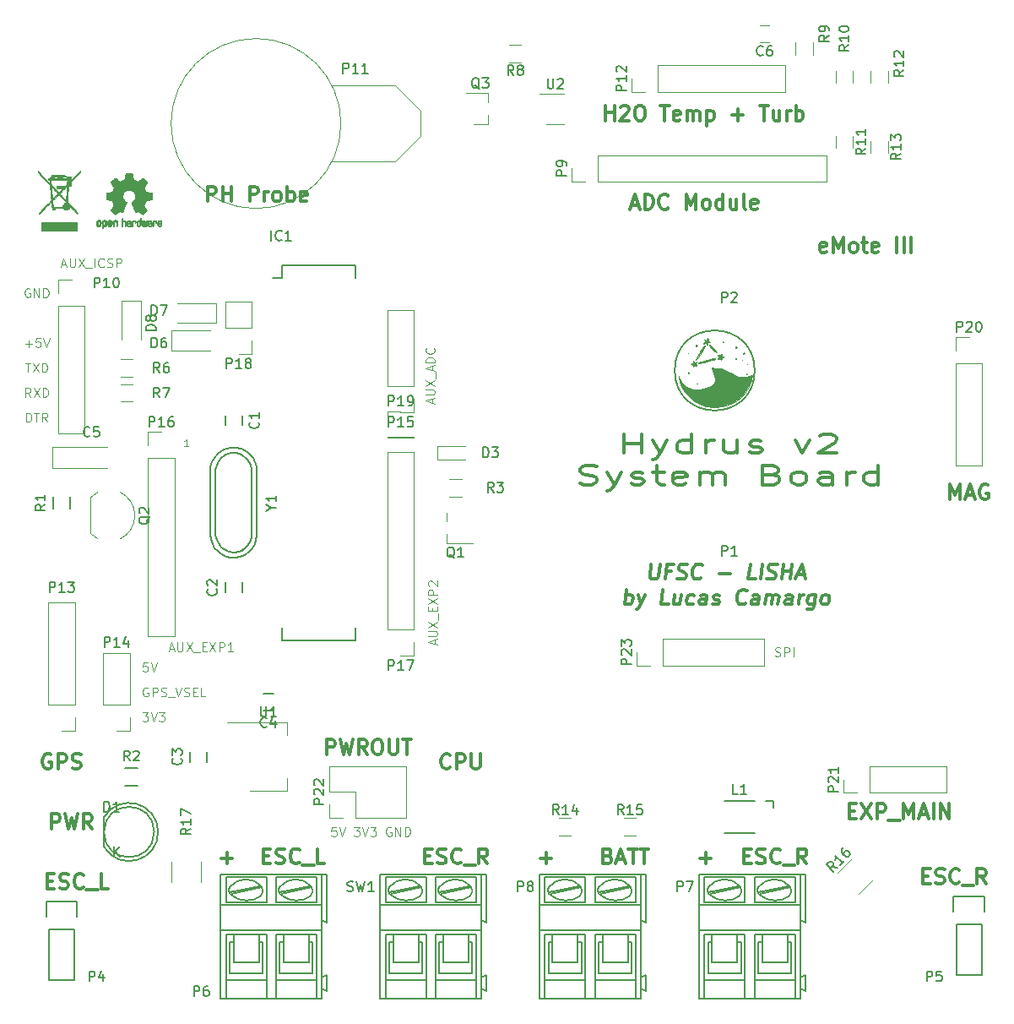
<source format=gbr>
G04 #@! TF.FileFunction,Legend,Top*
%FSLAX46Y46*%
G04 Gerber Fmt 4.6, Leading zero omitted, Abs format (unit mm)*
G04 Created by KiCad (PCBNEW 4.0.6-e0-6349~53~ubuntu16.04.1) date Thu May 25 22:23:32 2017*
%MOMM*%
%LPD*%
G01*
G04 APERTURE LIST*
%ADD10C,0.150000*%
%ADD11C,0.300000*%
%ADD12C,0.100000*%
%ADD13C,0.200000*%
%ADD14C,0.120000*%
%ADD15C,0.010000*%
G04 APERTURE END LIST*
D10*
D11*
X162178571Y-56357143D02*
X162035714Y-56428571D01*
X161750000Y-56428571D01*
X161607143Y-56357143D01*
X161535714Y-56214286D01*
X161535714Y-55642857D01*
X161607143Y-55500000D01*
X161750000Y-55428571D01*
X162035714Y-55428571D01*
X162178571Y-55500000D01*
X162250000Y-55642857D01*
X162250000Y-55785714D01*
X161535714Y-55928571D01*
X162892857Y-56428571D02*
X162892857Y-54928571D01*
X163392857Y-56000000D01*
X163892857Y-54928571D01*
X163892857Y-56428571D01*
X164821429Y-56428571D02*
X164678571Y-56357143D01*
X164607143Y-56285714D01*
X164535714Y-56142857D01*
X164535714Y-55714286D01*
X164607143Y-55571429D01*
X164678571Y-55500000D01*
X164821429Y-55428571D01*
X165035714Y-55428571D01*
X165178571Y-55500000D01*
X165250000Y-55571429D01*
X165321429Y-55714286D01*
X165321429Y-56142857D01*
X165250000Y-56285714D01*
X165178571Y-56357143D01*
X165035714Y-56428571D01*
X164821429Y-56428571D01*
X165750000Y-55428571D02*
X166321429Y-55428571D01*
X165964286Y-54928571D02*
X165964286Y-56214286D01*
X166035714Y-56357143D01*
X166178572Y-56428571D01*
X166321429Y-56428571D01*
X167392857Y-56357143D02*
X167250000Y-56428571D01*
X166964286Y-56428571D01*
X166821429Y-56357143D01*
X166750000Y-56214286D01*
X166750000Y-55642857D01*
X166821429Y-55500000D01*
X166964286Y-55428571D01*
X167250000Y-55428571D01*
X167392857Y-55500000D01*
X167464286Y-55642857D01*
X167464286Y-55785714D01*
X166750000Y-55928571D01*
X169250000Y-56428571D02*
X169250000Y-54928571D01*
X169964286Y-56428571D02*
X169964286Y-54928571D01*
X170678572Y-56428571D02*
X170678572Y-54928571D01*
X124464286Y-108035714D02*
X124392857Y-108107143D01*
X124178571Y-108178571D01*
X124035714Y-108178571D01*
X123821429Y-108107143D01*
X123678571Y-107964286D01*
X123607143Y-107821429D01*
X123535714Y-107535714D01*
X123535714Y-107321429D01*
X123607143Y-107035714D01*
X123678571Y-106892857D01*
X123821429Y-106750000D01*
X124035714Y-106678571D01*
X124178571Y-106678571D01*
X124392857Y-106750000D01*
X124464286Y-106821429D01*
X125107143Y-108178571D02*
X125107143Y-106678571D01*
X125678571Y-106678571D01*
X125821429Y-106750000D01*
X125892857Y-106821429D01*
X125964286Y-106964286D01*
X125964286Y-107178571D01*
X125892857Y-107321429D01*
X125821429Y-107392857D01*
X125678571Y-107464286D01*
X125107143Y-107464286D01*
X126607143Y-106678571D02*
X126607143Y-107892857D01*
X126678571Y-108035714D01*
X126750000Y-108107143D01*
X126892857Y-108178571D01*
X127178571Y-108178571D01*
X127321429Y-108107143D01*
X127392857Y-108035714D01*
X127464286Y-107892857D01*
X127464286Y-106678571D01*
D12*
X157078572Y-96864286D02*
X157207143Y-96907143D01*
X157421429Y-96907143D01*
X157507143Y-96864286D01*
X157550000Y-96821429D01*
X157592857Y-96735714D01*
X157592857Y-96650000D01*
X157550000Y-96564286D01*
X157507143Y-96521429D01*
X157421429Y-96478571D01*
X157250000Y-96435714D01*
X157164286Y-96392857D01*
X157121429Y-96350000D01*
X157078572Y-96264286D01*
X157078572Y-96178571D01*
X157121429Y-96092857D01*
X157164286Y-96050000D01*
X157250000Y-96007143D01*
X157464286Y-96007143D01*
X157592857Y-96050000D01*
X157978572Y-96907143D02*
X157978572Y-96007143D01*
X158321429Y-96007143D01*
X158407143Y-96050000D01*
X158450000Y-96092857D01*
X158492857Y-96178571D01*
X158492857Y-96307143D01*
X158450000Y-96392857D01*
X158407143Y-96435714D01*
X158321429Y-96478571D01*
X157978572Y-96478571D01*
X158878572Y-96907143D02*
X158878572Y-96007143D01*
D11*
X164500000Y-112392857D02*
X165000000Y-112392857D01*
X165214286Y-113178571D02*
X164500000Y-113178571D01*
X164500000Y-111678571D01*
X165214286Y-111678571D01*
X165714286Y-111678571D02*
X166714286Y-113178571D01*
X166714286Y-111678571D02*
X165714286Y-113178571D01*
X167285714Y-113178571D02*
X167285714Y-111678571D01*
X167857142Y-111678571D01*
X168000000Y-111750000D01*
X168071428Y-111821429D01*
X168142857Y-111964286D01*
X168142857Y-112178571D01*
X168071428Y-112321429D01*
X168000000Y-112392857D01*
X167857142Y-112464286D01*
X167285714Y-112464286D01*
X168428571Y-113321429D02*
X169571428Y-113321429D01*
X169928571Y-113178571D02*
X169928571Y-111678571D01*
X170428571Y-112750000D01*
X170928571Y-111678571D01*
X170928571Y-113178571D01*
X171571428Y-112750000D02*
X172285714Y-112750000D01*
X171428571Y-113178571D02*
X171928571Y-111678571D01*
X172428571Y-113178571D01*
X172928571Y-113178571D02*
X172928571Y-111678571D01*
X173642857Y-113178571D02*
X173642857Y-111678571D01*
X174500000Y-113178571D01*
X174500000Y-111678571D01*
X174607143Y-81178571D02*
X174607143Y-79678571D01*
X175107143Y-80750000D01*
X175607143Y-79678571D01*
X175607143Y-81178571D01*
X176250000Y-80750000D02*
X176964286Y-80750000D01*
X176107143Y-81178571D02*
X176607143Y-79678571D01*
X177107143Y-81178571D01*
X178392857Y-79750000D02*
X178250000Y-79678571D01*
X178035714Y-79678571D01*
X177821429Y-79750000D01*
X177678571Y-79892857D01*
X177607143Y-80035714D01*
X177535714Y-80321429D01*
X177535714Y-80535714D01*
X177607143Y-80821429D01*
X177678571Y-80964286D01*
X177821429Y-81107143D01*
X178035714Y-81178571D01*
X178178571Y-81178571D01*
X178392857Y-81107143D01*
X178464286Y-81035714D01*
X178464286Y-80535714D01*
X178178571Y-80535714D01*
D12*
X122900000Y-95671428D02*
X122900000Y-95242857D01*
X123157143Y-95757143D02*
X122257143Y-95457143D01*
X123157143Y-95157143D01*
X122257143Y-94857142D02*
X122985714Y-94857142D01*
X123071429Y-94814285D01*
X123114286Y-94771428D01*
X123157143Y-94685714D01*
X123157143Y-94514285D01*
X123114286Y-94428571D01*
X123071429Y-94385714D01*
X122985714Y-94342857D01*
X122257143Y-94342857D01*
X122257143Y-94000000D02*
X123157143Y-93400000D01*
X122257143Y-93400000D02*
X123157143Y-94000000D01*
X123242857Y-93271428D02*
X123242857Y-92585714D01*
X122685714Y-92371428D02*
X122685714Y-92071428D01*
X123157143Y-91942857D02*
X123157143Y-92371428D01*
X122257143Y-92371428D01*
X122257143Y-91942857D01*
X122257143Y-91642857D02*
X123157143Y-91042857D01*
X122257143Y-91042857D02*
X123157143Y-91642857D01*
X123157143Y-90699999D02*
X122257143Y-90699999D01*
X122257143Y-90357142D01*
X122300000Y-90271428D01*
X122342857Y-90228571D01*
X122428571Y-90185714D01*
X122557143Y-90185714D01*
X122642857Y-90228571D01*
X122685714Y-90271428D01*
X122728571Y-90357142D01*
X122728571Y-90699999D01*
X122342857Y-89842856D02*
X122300000Y-89799999D01*
X122257143Y-89714285D01*
X122257143Y-89499999D01*
X122300000Y-89414285D01*
X122342857Y-89371428D01*
X122428571Y-89328571D01*
X122514286Y-89328571D01*
X122642857Y-89371428D01*
X123157143Y-89885714D01*
X123157143Y-89328571D01*
X122650000Y-71492857D02*
X122650000Y-71064286D01*
X122907143Y-71578572D02*
X122007143Y-71278572D01*
X122907143Y-70978572D01*
X122007143Y-70678571D02*
X122735714Y-70678571D01*
X122821429Y-70635714D01*
X122864286Y-70592857D01*
X122907143Y-70507143D01*
X122907143Y-70335714D01*
X122864286Y-70250000D01*
X122821429Y-70207143D01*
X122735714Y-70164286D01*
X122007143Y-70164286D01*
X122007143Y-69821429D02*
X122907143Y-69221429D01*
X122007143Y-69221429D02*
X122907143Y-69821429D01*
X122992857Y-69092857D02*
X122992857Y-68407143D01*
X122650000Y-68235714D02*
X122650000Y-67807143D01*
X122907143Y-68321429D02*
X122007143Y-68021429D01*
X122907143Y-67721429D01*
X122907143Y-67421428D02*
X122007143Y-67421428D01*
X122007143Y-67207143D01*
X122050000Y-67078571D01*
X122135714Y-66992857D01*
X122221429Y-66950000D01*
X122392857Y-66907143D01*
X122521429Y-66907143D01*
X122692857Y-66950000D01*
X122778571Y-66992857D01*
X122864286Y-67078571D01*
X122907143Y-67207143D01*
X122907143Y-67421428D01*
X122821429Y-66007143D02*
X122864286Y-66050000D01*
X122907143Y-66178571D01*
X122907143Y-66264285D01*
X122864286Y-66392857D01*
X122778571Y-66478571D01*
X122692857Y-66521428D01*
X122521429Y-66564285D01*
X122392857Y-66564285D01*
X122221429Y-66521428D01*
X122135714Y-66478571D01*
X122050000Y-66392857D01*
X122007143Y-66264285D01*
X122007143Y-66178571D01*
X122050000Y-66050000D01*
X122092857Y-66007143D01*
X98200000Y-75816667D02*
X97800000Y-75816667D01*
X98000000Y-75816667D02*
X98000000Y-75116667D01*
X97933334Y-75216667D01*
X97866667Y-75283333D01*
X97800000Y-75316667D01*
X96328572Y-96150000D02*
X96757143Y-96150000D01*
X96242857Y-96407143D02*
X96542857Y-95507143D01*
X96842857Y-96407143D01*
X97142858Y-95507143D02*
X97142858Y-96235714D01*
X97185715Y-96321429D01*
X97228572Y-96364286D01*
X97314286Y-96407143D01*
X97485715Y-96407143D01*
X97571429Y-96364286D01*
X97614286Y-96321429D01*
X97657143Y-96235714D01*
X97657143Y-95507143D01*
X98000000Y-95507143D02*
X98600000Y-96407143D01*
X98600000Y-95507143D02*
X98000000Y-96407143D01*
X98728572Y-96492857D02*
X99414286Y-96492857D01*
X99628572Y-95935714D02*
X99928572Y-95935714D01*
X100057143Y-96407143D02*
X99628572Y-96407143D01*
X99628572Y-95507143D01*
X100057143Y-95507143D01*
X100357143Y-95507143D02*
X100957143Y-96407143D01*
X100957143Y-95507143D02*
X100357143Y-96407143D01*
X101300001Y-96407143D02*
X101300001Y-95507143D01*
X101642858Y-95507143D01*
X101728572Y-95550000D01*
X101771429Y-95592857D01*
X101814286Y-95678571D01*
X101814286Y-95807143D01*
X101771429Y-95892857D01*
X101728572Y-95935714D01*
X101642858Y-95978571D01*
X101300001Y-95978571D01*
X102671429Y-96407143D02*
X102157144Y-96407143D01*
X102414286Y-96407143D02*
X102414286Y-95507143D01*
X102328572Y-95635714D01*
X102242858Y-95721429D01*
X102157144Y-95764286D01*
X81971429Y-73407143D02*
X81971429Y-72507143D01*
X82185714Y-72507143D01*
X82314286Y-72550000D01*
X82400000Y-72635714D01*
X82442857Y-72721429D01*
X82485714Y-72892857D01*
X82485714Y-73021429D01*
X82442857Y-73192857D01*
X82400000Y-73278571D01*
X82314286Y-73364286D01*
X82185714Y-73407143D01*
X81971429Y-73407143D01*
X82742857Y-72507143D02*
X83257143Y-72507143D01*
X83000000Y-73407143D02*
X83000000Y-72507143D01*
X84071428Y-73407143D02*
X83771428Y-72978571D01*
X83557143Y-73407143D02*
X83557143Y-72507143D01*
X83900000Y-72507143D01*
X83985714Y-72550000D01*
X84028571Y-72592857D01*
X84071428Y-72678571D01*
X84071428Y-72807143D01*
X84028571Y-72892857D01*
X83985714Y-72935714D01*
X83900000Y-72978571D01*
X83557143Y-72978571D01*
X82400000Y-70907143D02*
X82100000Y-70478571D01*
X81885715Y-70907143D02*
X81885715Y-70007143D01*
X82228572Y-70007143D01*
X82314286Y-70050000D01*
X82357143Y-70092857D01*
X82400000Y-70178571D01*
X82400000Y-70307143D01*
X82357143Y-70392857D01*
X82314286Y-70435714D01*
X82228572Y-70478571D01*
X81885715Y-70478571D01*
X82700000Y-70007143D02*
X83300000Y-70907143D01*
X83300000Y-70007143D02*
X82700000Y-70907143D01*
X83642858Y-70907143D02*
X83642858Y-70007143D01*
X83857143Y-70007143D01*
X83985715Y-70050000D01*
X84071429Y-70135714D01*
X84114286Y-70221429D01*
X84157143Y-70392857D01*
X84157143Y-70521429D01*
X84114286Y-70692857D01*
X84071429Y-70778571D01*
X83985715Y-70864286D01*
X83857143Y-70907143D01*
X83642858Y-70907143D01*
X81864286Y-67507143D02*
X82378572Y-67507143D01*
X82121429Y-68407143D02*
X82121429Y-67507143D01*
X82592857Y-67507143D02*
X83192857Y-68407143D01*
X83192857Y-67507143D02*
X82592857Y-68407143D01*
X83535715Y-68407143D02*
X83535715Y-67507143D01*
X83750000Y-67507143D01*
X83878572Y-67550000D01*
X83964286Y-67635714D01*
X84007143Y-67721429D01*
X84050000Y-67892857D01*
X84050000Y-68021429D01*
X84007143Y-68192857D01*
X83964286Y-68278571D01*
X83878572Y-68364286D01*
X83750000Y-68407143D01*
X83535715Y-68407143D01*
X82314286Y-60050000D02*
X82228572Y-60007143D01*
X82100001Y-60007143D01*
X81971429Y-60050000D01*
X81885715Y-60135714D01*
X81842858Y-60221429D01*
X81800001Y-60392857D01*
X81800001Y-60521429D01*
X81842858Y-60692857D01*
X81885715Y-60778571D01*
X81971429Y-60864286D01*
X82100001Y-60907143D01*
X82185715Y-60907143D01*
X82314286Y-60864286D01*
X82357143Y-60821429D01*
X82357143Y-60521429D01*
X82185715Y-60521429D01*
X82742858Y-60907143D02*
X82742858Y-60007143D01*
X83257143Y-60907143D01*
X83257143Y-60007143D01*
X83685715Y-60907143D02*
X83685715Y-60007143D01*
X83900000Y-60007143D01*
X84028572Y-60050000D01*
X84114286Y-60135714D01*
X84157143Y-60221429D01*
X84200000Y-60392857D01*
X84200000Y-60521429D01*
X84157143Y-60692857D01*
X84114286Y-60778571D01*
X84028572Y-60864286D01*
X83900000Y-60907143D01*
X83685715Y-60907143D01*
X81842857Y-65564286D02*
X82528571Y-65564286D01*
X82185714Y-65907143D02*
X82185714Y-65221429D01*
X83385714Y-65007143D02*
X82957143Y-65007143D01*
X82914286Y-65435714D01*
X82957143Y-65392857D01*
X83042857Y-65350000D01*
X83257143Y-65350000D01*
X83342857Y-65392857D01*
X83385714Y-65435714D01*
X83428571Y-65521429D01*
X83428571Y-65735714D01*
X83385714Y-65821429D01*
X83342857Y-65864286D01*
X83257143Y-65907143D01*
X83042857Y-65907143D01*
X82957143Y-65864286D01*
X82914286Y-65821429D01*
X83685714Y-65007143D02*
X83985714Y-65907143D01*
X84285714Y-65007143D01*
X85500001Y-57650000D02*
X85928572Y-57650000D01*
X85414286Y-57907143D02*
X85714286Y-57007143D01*
X86014286Y-57907143D01*
X86314287Y-57007143D02*
X86314287Y-57735714D01*
X86357144Y-57821429D01*
X86400001Y-57864286D01*
X86485715Y-57907143D01*
X86657144Y-57907143D01*
X86742858Y-57864286D01*
X86785715Y-57821429D01*
X86828572Y-57735714D01*
X86828572Y-57007143D01*
X87171429Y-57007143D02*
X87771429Y-57907143D01*
X87771429Y-57007143D02*
X87171429Y-57907143D01*
X87900001Y-57992857D02*
X88585715Y-57992857D01*
X88800001Y-57907143D02*
X88800001Y-57007143D01*
X89742857Y-57821429D02*
X89700000Y-57864286D01*
X89571429Y-57907143D01*
X89485715Y-57907143D01*
X89357143Y-57864286D01*
X89271429Y-57778571D01*
X89228572Y-57692857D01*
X89185715Y-57521429D01*
X89185715Y-57392857D01*
X89228572Y-57221429D01*
X89271429Y-57135714D01*
X89357143Y-57050000D01*
X89485715Y-57007143D01*
X89571429Y-57007143D01*
X89700000Y-57050000D01*
X89742857Y-57092857D01*
X90085715Y-57864286D02*
X90214286Y-57907143D01*
X90428572Y-57907143D01*
X90514286Y-57864286D01*
X90557143Y-57821429D01*
X90600000Y-57735714D01*
X90600000Y-57650000D01*
X90557143Y-57564286D01*
X90514286Y-57521429D01*
X90428572Y-57478571D01*
X90257143Y-57435714D01*
X90171429Y-57392857D01*
X90128572Y-57350000D01*
X90085715Y-57264286D01*
X90085715Y-57178571D01*
X90128572Y-57092857D01*
X90171429Y-57050000D01*
X90257143Y-57007143D01*
X90471429Y-57007143D01*
X90600000Y-57050000D01*
X90985715Y-57907143D02*
X90985715Y-57007143D01*
X91328572Y-57007143D01*
X91414286Y-57050000D01*
X91457143Y-57092857D01*
X91500000Y-57178571D01*
X91500000Y-57307143D01*
X91457143Y-57392857D01*
X91414286Y-57435714D01*
X91328572Y-57478571D01*
X90985715Y-57478571D01*
D11*
X171892858Y-118892857D02*
X172392858Y-118892857D01*
X172607144Y-119678571D02*
X171892858Y-119678571D01*
X171892858Y-118178571D01*
X172607144Y-118178571D01*
X173178572Y-119607143D02*
X173392858Y-119678571D01*
X173750001Y-119678571D01*
X173892858Y-119607143D01*
X173964287Y-119535714D01*
X174035715Y-119392857D01*
X174035715Y-119250000D01*
X173964287Y-119107143D01*
X173892858Y-119035714D01*
X173750001Y-118964286D01*
X173464287Y-118892857D01*
X173321429Y-118821429D01*
X173250001Y-118750000D01*
X173178572Y-118607143D01*
X173178572Y-118464286D01*
X173250001Y-118321429D01*
X173321429Y-118250000D01*
X173464287Y-118178571D01*
X173821429Y-118178571D01*
X174035715Y-118250000D01*
X175535715Y-119535714D02*
X175464286Y-119607143D01*
X175250000Y-119678571D01*
X175107143Y-119678571D01*
X174892858Y-119607143D01*
X174750000Y-119464286D01*
X174678572Y-119321429D01*
X174607143Y-119035714D01*
X174607143Y-118821429D01*
X174678572Y-118535714D01*
X174750000Y-118392857D01*
X174892858Y-118250000D01*
X175107143Y-118178571D01*
X175250000Y-118178571D01*
X175464286Y-118250000D01*
X175535715Y-118321429D01*
X175821429Y-119821429D02*
X176964286Y-119821429D01*
X178178572Y-119678571D02*
X177678572Y-118964286D01*
X177321429Y-119678571D02*
X177321429Y-118178571D01*
X177892857Y-118178571D01*
X178035715Y-118250000D01*
X178107143Y-118321429D01*
X178178572Y-118464286D01*
X178178572Y-118678571D01*
X178107143Y-118821429D01*
X178035715Y-118892857D01*
X177892857Y-118964286D01*
X177321429Y-118964286D01*
X84035715Y-119392857D02*
X84535715Y-119392857D01*
X84750001Y-120178571D02*
X84035715Y-120178571D01*
X84035715Y-118678571D01*
X84750001Y-118678571D01*
X85321429Y-120107143D02*
X85535715Y-120178571D01*
X85892858Y-120178571D01*
X86035715Y-120107143D01*
X86107144Y-120035714D01*
X86178572Y-119892857D01*
X86178572Y-119750000D01*
X86107144Y-119607143D01*
X86035715Y-119535714D01*
X85892858Y-119464286D01*
X85607144Y-119392857D01*
X85464286Y-119321429D01*
X85392858Y-119250000D01*
X85321429Y-119107143D01*
X85321429Y-118964286D01*
X85392858Y-118821429D01*
X85464286Y-118750000D01*
X85607144Y-118678571D01*
X85964286Y-118678571D01*
X86178572Y-118750000D01*
X87678572Y-120035714D02*
X87607143Y-120107143D01*
X87392857Y-120178571D01*
X87250000Y-120178571D01*
X87035715Y-120107143D01*
X86892857Y-119964286D01*
X86821429Y-119821429D01*
X86750000Y-119535714D01*
X86750000Y-119321429D01*
X86821429Y-119035714D01*
X86892857Y-118892857D01*
X87035715Y-118750000D01*
X87250000Y-118678571D01*
X87392857Y-118678571D01*
X87607143Y-118750000D01*
X87678572Y-118821429D01*
X87964286Y-120321429D02*
X89107143Y-120321429D01*
X90178572Y-120178571D02*
X89464286Y-120178571D01*
X89464286Y-118678571D01*
X84500000Y-114178571D02*
X84500000Y-112678571D01*
X85071428Y-112678571D01*
X85214286Y-112750000D01*
X85285714Y-112821429D01*
X85357143Y-112964286D01*
X85357143Y-113178571D01*
X85285714Y-113321429D01*
X85214286Y-113392857D01*
X85071428Y-113464286D01*
X84500000Y-113464286D01*
X85857143Y-112678571D02*
X86214286Y-114178571D01*
X86500000Y-113107143D01*
X86785714Y-114178571D01*
X87142857Y-112678571D01*
X88571429Y-114178571D02*
X88071429Y-113464286D01*
X87714286Y-114178571D02*
X87714286Y-112678571D01*
X88285714Y-112678571D01*
X88428572Y-112750000D01*
X88500000Y-112821429D01*
X88571429Y-112964286D01*
X88571429Y-113178571D01*
X88500000Y-113321429D01*
X88428572Y-113392857D01*
X88285714Y-113464286D01*
X87714286Y-113464286D01*
X84428572Y-106750000D02*
X84285715Y-106678571D01*
X84071429Y-106678571D01*
X83857144Y-106750000D01*
X83714286Y-106892857D01*
X83642858Y-107035714D01*
X83571429Y-107321429D01*
X83571429Y-107535714D01*
X83642858Y-107821429D01*
X83714286Y-107964286D01*
X83857144Y-108107143D01*
X84071429Y-108178571D01*
X84214286Y-108178571D01*
X84428572Y-108107143D01*
X84500001Y-108035714D01*
X84500001Y-107535714D01*
X84214286Y-107535714D01*
X85142858Y-108178571D02*
X85142858Y-106678571D01*
X85714286Y-106678571D01*
X85857144Y-106750000D01*
X85928572Y-106821429D01*
X86000001Y-106964286D01*
X86000001Y-107178571D01*
X85928572Y-107321429D01*
X85857144Y-107392857D01*
X85714286Y-107464286D01*
X85142858Y-107464286D01*
X86571429Y-108107143D02*
X86785715Y-108178571D01*
X87142858Y-108178571D01*
X87285715Y-108107143D01*
X87357144Y-108035714D01*
X87428572Y-107892857D01*
X87428572Y-107750000D01*
X87357144Y-107607143D01*
X87285715Y-107535714D01*
X87142858Y-107464286D01*
X86857144Y-107392857D01*
X86714286Y-107321429D01*
X86642858Y-107250000D01*
X86571429Y-107107143D01*
X86571429Y-106964286D01*
X86642858Y-106821429D01*
X86714286Y-106750000D01*
X86857144Y-106678571D01*
X87214286Y-106678571D01*
X87428572Y-106750000D01*
D12*
X93628571Y-102507143D02*
X94185714Y-102507143D01*
X93885714Y-102850000D01*
X94014286Y-102850000D01*
X94100000Y-102892857D01*
X94142857Y-102935714D01*
X94185714Y-103021429D01*
X94185714Y-103235714D01*
X94142857Y-103321429D01*
X94100000Y-103364286D01*
X94014286Y-103407143D01*
X93757143Y-103407143D01*
X93671429Y-103364286D01*
X93628571Y-103321429D01*
X94442857Y-102507143D02*
X94742857Y-103407143D01*
X95042857Y-102507143D01*
X95257143Y-102507143D02*
X95814286Y-102507143D01*
X95514286Y-102850000D01*
X95642858Y-102850000D01*
X95728572Y-102892857D01*
X95771429Y-102935714D01*
X95814286Y-103021429D01*
X95814286Y-103235714D01*
X95771429Y-103321429D01*
X95728572Y-103364286D01*
X95642858Y-103407143D01*
X95385715Y-103407143D01*
X95300001Y-103364286D01*
X95257143Y-103321429D01*
X94185714Y-100050000D02*
X94100000Y-100007143D01*
X93971429Y-100007143D01*
X93842857Y-100050000D01*
X93757143Y-100135714D01*
X93714286Y-100221429D01*
X93671429Y-100392857D01*
X93671429Y-100521429D01*
X93714286Y-100692857D01*
X93757143Y-100778571D01*
X93842857Y-100864286D01*
X93971429Y-100907143D01*
X94057143Y-100907143D01*
X94185714Y-100864286D01*
X94228571Y-100821429D01*
X94228571Y-100521429D01*
X94057143Y-100521429D01*
X94614286Y-100907143D02*
X94614286Y-100007143D01*
X94957143Y-100007143D01*
X95042857Y-100050000D01*
X95085714Y-100092857D01*
X95128571Y-100178571D01*
X95128571Y-100307143D01*
X95085714Y-100392857D01*
X95042857Y-100435714D01*
X94957143Y-100478571D01*
X94614286Y-100478571D01*
X95471429Y-100864286D02*
X95600000Y-100907143D01*
X95814286Y-100907143D01*
X95900000Y-100864286D01*
X95942857Y-100821429D01*
X95985714Y-100735714D01*
X95985714Y-100650000D01*
X95942857Y-100564286D01*
X95900000Y-100521429D01*
X95814286Y-100478571D01*
X95642857Y-100435714D01*
X95557143Y-100392857D01*
X95514286Y-100350000D01*
X95471429Y-100264286D01*
X95471429Y-100178571D01*
X95514286Y-100092857D01*
X95557143Y-100050000D01*
X95642857Y-100007143D01*
X95857143Y-100007143D01*
X95985714Y-100050000D01*
X96157143Y-100992857D02*
X96842857Y-100992857D01*
X96928571Y-100007143D02*
X97228571Y-100907143D01*
X97528571Y-100007143D01*
X97785715Y-100864286D02*
X97914286Y-100907143D01*
X98128572Y-100907143D01*
X98214286Y-100864286D01*
X98257143Y-100821429D01*
X98300000Y-100735714D01*
X98300000Y-100650000D01*
X98257143Y-100564286D01*
X98214286Y-100521429D01*
X98128572Y-100478571D01*
X97957143Y-100435714D01*
X97871429Y-100392857D01*
X97828572Y-100350000D01*
X97785715Y-100264286D01*
X97785715Y-100178571D01*
X97828572Y-100092857D01*
X97871429Y-100050000D01*
X97957143Y-100007143D01*
X98171429Y-100007143D01*
X98300000Y-100050000D01*
X98685715Y-100435714D02*
X98985715Y-100435714D01*
X99114286Y-100907143D02*
X98685715Y-100907143D01*
X98685715Y-100007143D01*
X99114286Y-100007143D01*
X99928572Y-100907143D02*
X99500001Y-100907143D01*
X99500001Y-100007143D01*
X94142857Y-97507143D02*
X93714286Y-97507143D01*
X93671429Y-97935714D01*
X93714286Y-97892857D01*
X93800000Y-97850000D01*
X94014286Y-97850000D01*
X94100000Y-97892857D01*
X94142857Y-97935714D01*
X94185714Y-98021429D01*
X94185714Y-98235714D01*
X94142857Y-98321429D01*
X94100000Y-98364286D01*
X94014286Y-98407143D01*
X93800000Y-98407143D01*
X93714286Y-98364286D01*
X93671429Y-98321429D01*
X94442857Y-97507143D02*
X94742857Y-98407143D01*
X95042857Y-97507143D01*
X113028571Y-114007143D02*
X112600000Y-114007143D01*
X112557143Y-114435714D01*
X112600000Y-114392857D01*
X112685714Y-114350000D01*
X112900000Y-114350000D01*
X112985714Y-114392857D01*
X113028571Y-114435714D01*
X113071428Y-114521429D01*
X113071428Y-114735714D01*
X113028571Y-114821429D01*
X112985714Y-114864286D01*
X112900000Y-114907143D01*
X112685714Y-114907143D01*
X112600000Y-114864286D01*
X112557143Y-114821429D01*
X113328571Y-114007143D02*
X113628571Y-114907143D01*
X113928571Y-114007143D01*
X114828571Y-114007143D02*
X115385714Y-114007143D01*
X115085714Y-114350000D01*
X115214286Y-114350000D01*
X115300000Y-114392857D01*
X115342857Y-114435714D01*
X115385714Y-114521429D01*
X115385714Y-114735714D01*
X115342857Y-114821429D01*
X115300000Y-114864286D01*
X115214286Y-114907143D01*
X114957143Y-114907143D01*
X114871429Y-114864286D01*
X114828571Y-114821429D01*
X115642857Y-114007143D02*
X115942857Y-114907143D01*
X116242857Y-114007143D01*
X116457143Y-114007143D02*
X117014286Y-114007143D01*
X116714286Y-114350000D01*
X116842858Y-114350000D01*
X116928572Y-114392857D01*
X116971429Y-114435714D01*
X117014286Y-114521429D01*
X117014286Y-114735714D01*
X116971429Y-114821429D01*
X116928572Y-114864286D01*
X116842858Y-114907143D01*
X116585715Y-114907143D01*
X116500001Y-114864286D01*
X116457143Y-114821429D01*
X118557143Y-114050000D02*
X118471429Y-114007143D01*
X118342858Y-114007143D01*
X118214286Y-114050000D01*
X118128572Y-114135714D01*
X118085715Y-114221429D01*
X118042858Y-114392857D01*
X118042858Y-114521429D01*
X118085715Y-114692857D01*
X118128572Y-114778571D01*
X118214286Y-114864286D01*
X118342858Y-114907143D01*
X118428572Y-114907143D01*
X118557143Y-114864286D01*
X118600000Y-114821429D01*
X118600000Y-114521429D01*
X118428572Y-114521429D01*
X118985715Y-114907143D02*
X118985715Y-114007143D01*
X119500000Y-114907143D01*
X119500000Y-114007143D01*
X119928572Y-114907143D02*
X119928572Y-114007143D01*
X120142857Y-114007143D01*
X120271429Y-114050000D01*
X120357143Y-114135714D01*
X120400000Y-114221429D01*
X120442857Y-114392857D01*
X120442857Y-114521429D01*
X120400000Y-114692857D01*
X120357143Y-114778571D01*
X120271429Y-114864286D01*
X120142857Y-114907143D01*
X119928572Y-114907143D01*
D11*
X112062143Y-106723571D02*
X112062143Y-105223571D01*
X112633571Y-105223571D01*
X112776429Y-105295000D01*
X112847857Y-105366429D01*
X112919286Y-105509286D01*
X112919286Y-105723571D01*
X112847857Y-105866429D01*
X112776429Y-105937857D01*
X112633571Y-106009286D01*
X112062143Y-106009286D01*
X113419286Y-105223571D02*
X113776429Y-106723571D01*
X114062143Y-105652143D01*
X114347857Y-106723571D01*
X114705000Y-105223571D01*
X116133572Y-106723571D02*
X115633572Y-106009286D01*
X115276429Y-106723571D02*
X115276429Y-105223571D01*
X115847857Y-105223571D01*
X115990715Y-105295000D01*
X116062143Y-105366429D01*
X116133572Y-105509286D01*
X116133572Y-105723571D01*
X116062143Y-105866429D01*
X115990715Y-105937857D01*
X115847857Y-106009286D01*
X115276429Y-106009286D01*
X117062143Y-105223571D02*
X117347857Y-105223571D01*
X117490715Y-105295000D01*
X117633572Y-105437857D01*
X117705000Y-105723571D01*
X117705000Y-106223571D01*
X117633572Y-106509286D01*
X117490715Y-106652143D01*
X117347857Y-106723571D01*
X117062143Y-106723571D01*
X116919286Y-106652143D01*
X116776429Y-106509286D01*
X116705000Y-106223571D01*
X116705000Y-105723571D01*
X116776429Y-105437857D01*
X116919286Y-105295000D01*
X117062143Y-105223571D01*
X118347858Y-105223571D02*
X118347858Y-106437857D01*
X118419286Y-106580714D01*
X118490715Y-106652143D01*
X118633572Y-106723571D01*
X118919286Y-106723571D01*
X119062144Y-106652143D01*
X119133572Y-106580714D01*
X119205001Y-106437857D01*
X119205001Y-105223571D01*
X119705001Y-105223571D02*
X120562144Y-105223571D01*
X120133573Y-106723571D02*
X120133573Y-105223571D01*
D13*
X155007805Y-68250000D02*
G75*
G03X155007805Y-68250000I-4007805J0D01*
G01*
D11*
X149500000Y-117107143D02*
X150642857Y-117107143D01*
X150071428Y-117678571D02*
X150071428Y-116535714D01*
X101500000Y-117107143D02*
X102642857Y-117107143D01*
X102071428Y-117678571D02*
X102071428Y-116535714D01*
X133500000Y-117107143D02*
X134642857Y-117107143D01*
X134071428Y-117678571D02*
X134071428Y-116535714D01*
X153928572Y-116892857D02*
X154428572Y-116892857D01*
X154642858Y-117678571D02*
X153928572Y-117678571D01*
X153928572Y-116178571D01*
X154642858Y-116178571D01*
X155214286Y-117607143D02*
X155428572Y-117678571D01*
X155785715Y-117678571D01*
X155928572Y-117607143D01*
X156000001Y-117535714D01*
X156071429Y-117392857D01*
X156071429Y-117250000D01*
X156000001Y-117107143D01*
X155928572Y-117035714D01*
X155785715Y-116964286D01*
X155500001Y-116892857D01*
X155357143Y-116821429D01*
X155285715Y-116750000D01*
X155214286Y-116607143D01*
X155214286Y-116464286D01*
X155285715Y-116321429D01*
X155357143Y-116250000D01*
X155500001Y-116178571D01*
X155857143Y-116178571D01*
X156071429Y-116250000D01*
X157571429Y-117535714D02*
X157500000Y-117607143D01*
X157285714Y-117678571D01*
X157142857Y-117678571D01*
X156928572Y-117607143D01*
X156785714Y-117464286D01*
X156714286Y-117321429D01*
X156642857Y-117035714D01*
X156642857Y-116821429D01*
X156714286Y-116535714D01*
X156785714Y-116392857D01*
X156928572Y-116250000D01*
X157142857Y-116178571D01*
X157285714Y-116178571D01*
X157500000Y-116250000D01*
X157571429Y-116321429D01*
X157857143Y-117821429D02*
X159000000Y-117821429D01*
X160214286Y-117678571D02*
X159714286Y-116964286D01*
X159357143Y-117678571D02*
X159357143Y-116178571D01*
X159928571Y-116178571D01*
X160071429Y-116250000D01*
X160142857Y-116321429D01*
X160214286Y-116464286D01*
X160214286Y-116678571D01*
X160142857Y-116821429D01*
X160071429Y-116892857D01*
X159928571Y-116964286D01*
X159357143Y-116964286D01*
X140285715Y-116892857D02*
X140500001Y-116964286D01*
X140571429Y-117035714D01*
X140642858Y-117178571D01*
X140642858Y-117392857D01*
X140571429Y-117535714D01*
X140500001Y-117607143D01*
X140357143Y-117678571D01*
X139785715Y-117678571D01*
X139785715Y-116178571D01*
X140285715Y-116178571D01*
X140428572Y-116250000D01*
X140500001Y-116321429D01*
X140571429Y-116464286D01*
X140571429Y-116607143D01*
X140500001Y-116750000D01*
X140428572Y-116821429D01*
X140285715Y-116892857D01*
X139785715Y-116892857D01*
X141214286Y-117250000D02*
X141928572Y-117250000D01*
X141071429Y-117678571D02*
X141571429Y-116178571D01*
X142071429Y-117678571D01*
X142357143Y-116178571D02*
X143214286Y-116178571D01*
X142785715Y-117678571D02*
X142785715Y-116178571D01*
X143500000Y-116178571D02*
X144357143Y-116178571D01*
X143928572Y-117678571D02*
X143928572Y-116178571D01*
X121928572Y-116892857D02*
X122428572Y-116892857D01*
X122642858Y-117678571D02*
X121928572Y-117678571D01*
X121928572Y-116178571D01*
X122642858Y-116178571D01*
X123214286Y-117607143D02*
X123428572Y-117678571D01*
X123785715Y-117678571D01*
X123928572Y-117607143D01*
X124000001Y-117535714D01*
X124071429Y-117392857D01*
X124071429Y-117250000D01*
X124000001Y-117107143D01*
X123928572Y-117035714D01*
X123785715Y-116964286D01*
X123500001Y-116892857D01*
X123357143Y-116821429D01*
X123285715Y-116750000D01*
X123214286Y-116607143D01*
X123214286Y-116464286D01*
X123285715Y-116321429D01*
X123357143Y-116250000D01*
X123500001Y-116178571D01*
X123857143Y-116178571D01*
X124071429Y-116250000D01*
X125571429Y-117535714D02*
X125500000Y-117607143D01*
X125285714Y-117678571D01*
X125142857Y-117678571D01*
X124928572Y-117607143D01*
X124785714Y-117464286D01*
X124714286Y-117321429D01*
X124642857Y-117035714D01*
X124642857Y-116821429D01*
X124714286Y-116535714D01*
X124785714Y-116392857D01*
X124928572Y-116250000D01*
X125142857Y-116178571D01*
X125285714Y-116178571D01*
X125500000Y-116250000D01*
X125571429Y-116321429D01*
X125857143Y-117821429D02*
X127000000Y-117821429D01*
X128214286Y-117678571D02*
X127714286Y-116964286D01*
X127357143Y-117678571D02*
X127357143Y-116178571D01*
X127928571Y-116178571D01*
X128071429Y-116250000D01*
X128142857Y-116321429D01*
X128214286Y-116464286D01*
X128214286Y-116678571D01*
X128142857Y-116821429D01*
X128071429Y-116892857D01*
X127928571Y-116964286D01*
X127357143Y-116964286D01*
X105714286Y-116892857D02*
X106214286Y-116892857D01*
X106428572Y-117678571D02*
X105714286Y-117678571D01*
X105714286Y-116178571D01*
X106428572Y-116178571D01*
X107000000Y-117607143D02*
X107214286Y-117678571D01*
X107571429Y-117678571D01*
X107714286Y-117607143D01*
X107785715Y-117535714D01*
X107857143Y-117392857D01*
X107857143Y-117250000D01*
X107785715Y-117107143D01*
X107714286Y-117035714D01*
X107571429Y-116964286D01*
X107285715Y-116892857D01*
X107142857Y-116821429D01*
X107071429Y-116750000D01*
X107000000Y-116607143D01*
X107000000Y-116464286D01*
X107071429Y-116321429D01*
X107142857Y-116250000D01*
X107285715Y-116178571D01*
X107642857Y-116178571D01*
X107857143Y-116250000D01*
X109357143Y-117535714D02*
X109285714Y-117607143D01*
X109071428Y-117678571D01*
X108928571Y-117678571D01*
X108714286Y-117607143D01*
X108571428Y-117464286D01*
X108500000Y-117321429D01*
X108428571Y-117035714D01*
X108428571Y-116821429D01*
X108500000Y-116535714D01*
X108571428Y-116392857D01*
X108714286Y-116250000D01*
X108928571Y-116178571D01*
X109071428Y-116178571D01*
X109285714Y-116250000D01*
X109357143Y-116321429D01*
X109642857Y-117821429D02*
X110785714Y-117821429D01*
X111857143Y-117678571D02*
X111142857Y-117678571D01*
X111142857Y-116178571D01*
X140072858Y-43198571D02*
X140072858Y-41698571D01*
X140072858Y-42412857D02*
X140930001Y-42412857D01*
X140930001Y-43198571D02*
X140930001Y-41698571D01*
X141572858Y-41841429D02*
X141644287Y-41770000D01*
X141787144Y-41698571D01*
X142144287Y-41698571D01*
X142287144Y-41770000D01*
X142358573Y-41841429D01*
X142430001Y-41984286D01*
X142430001Y-42127143D01*
X142358573Y-42341429D01*
X141501430Y-43198571D01*
X142430001Y-43198571D01*
X143358572Y-41698571D02*
X143644286Y-41698571D01*
X143787144Y-41770000D01*
X143930001Y-41912857D01*
X144001429Y-42198571D01*
X144001429Y-42698571D01*
X143930001Y-42984286D01*
X143787144Y-43127143D01*
X143644286Y-43198571D01*
X143358572Y-43198571D01*
X143215715Y-43127143D01*
X143072858Y-42984286D01*
X143001429Y-42698571D01*
X143001429Y-42198571D01*
X143072858Y-41912857D01*
X143215715Y-41770000D01*
X143358572Y-41698571D01*
X145572858Y-41698571D02*
X146430001Y-41698571D01*
X146001430Y-43198571D02*
X146001430Y-41698571D01*
X147501429Y-43127143D02*
X147358572Y-43198571D01*
X147072858Y-43198571D01*
X146930001Y-43127143D01*
X146858572Y-42984286D01*
X146858572Y-42412857D01*
X146930001Y-42270000D01*
X147072858Y-42198571D01*
X147358572Y-42198571D01*
X147501429Y-42270000D01*
X147572858Y-42412857D01*
X147572858Y-42555714D01*
X146858572Y-42698571D01*
X148215715Y-43198571D02*
X148215715Y-42198571D01*
X148215715Y-42341429D02*
X148287143Y-42270000D01*
X148430001Y-42198571D01*
X148644286Y-42198571D01*
X148787143Y-42270000D01*
X148858572Y-42412857D01*
X148858572Y-43198571D01*
X148858572Y-42412857D02*
X148930001Y-42270000D01*
X149072858Y-42198571D01*
X149287143Y-42198571D01*
X149430001Y-42270000D01*
X149501429Y-42412857D01*
X149501429Y-43198571D01*
X150215715Y-42198571D02*
X150215715Y-43698571D01*
X150215715Y-42270000D02*
X150358572Y-42198571D01*
X150644286Y-42198571D01*
X150787143Y-42270000D01*
X150858572Y-42341429D01*
X150930001Y-42484286D01*
X150930001Y-42912857D01*
X150858572Y-43055714D01*
X150787143Y-43127143D01*
X150644286Y-43198571D01*
X150358572Y-43198571D01*
X150215715Y-43127143D01*
X152715715Y-42627143D02*
X153858572Y-42627143D01*
X153287143Y-43198571D02*
X153287143Y-42055714D01*
X155501429Y-41698571D02*
X156358572Y-41698571D01*
X155930001Y-43198571D02*
X155930001Y-41698571D01*
X157501429Y-42198571D02*
X157501429Y-43198571D01*
X156858572Y-42198571D02*
X156858572Y-42984286D01*
X156930000Y-43127143D01*
X157072858Y-43198571D01*
X157287143Y-43198571D01*
X157430000Y-43127143D01*
X157501429Y-43055714D01*
X158215715Y-43198571D02*
X158215715Y-42198571D01*
X158215715Y-42484286D02*
X158287143Y-42341429D01*
X158358572Y-42270000D01*
X158501429Y-42198571D01*
X158644286Y-42198571D01*
X159144286Y-43198571D02*
X159144286Y-41698571D01*
X159144286Y-42270000D02*
X159287143Y-42198571D01*
X159572857Y-42198571D01*
X159715714Y-42270000D01*
X159787143Y-42341429D01*
X159858572Y-42484286D01*
X159858572Y-42912857D01*
X159787143Y-43055714D01*
X159715714Y-43127143D01*
X159572857Y-43198571D01*
X159287143Y-43198571D01*
X159144286Y-43127143D01*
X142622857Y-51660000D02*
X143337143Y-51660000D01*
X142480000Y-52088571D02*
X142980000Y-50588571D01*
X143480000Y-52088571D01*
X143980000Y-52088571D02*
X143980000Y-50588571D01*
X144337143Y-50588571D01*
X144551428Y-50660000D01*
X144694286Y-50802857D01*
X144765714Y-50945714D01*
X144837143Y-51231429D01*
X144837143Y-51445714D01*
X144765714Y-51731429D01*
X144694286Y-51874286D01*
X144551428Y-52017143D01*
X144337143Y-52088571D01*
X143980000Y-52088571D01*
X146337143Y-51945714D02*
X146265714Y-52017143D01*
X146051428Y-52088571D01*
X145908571Y-52088571D01*
X145694286Y-52017143D01*
X145551428Y-51874286D01*
X145480000Y-51731429D01*
X145408571Y-51445714D01*
X145408571Y-51231429D01*
X145480000Y-50945714D01*
X145551428Y-50802857D01*
X145694286Y-50660000D01*
X145908571Y-50588571D01*
X146051428Y-50588571D01*
X146265714Y-50660000D01*
X146337143Y-50731429D01*
X148122857Y-52088571D02*
X148122857Y-50588571D01*
X148622857Y-51660000D01*
X149122857Y-50588571D01*
X149122857Y-52088571D01*
X150051429Y-52088571D02*
X149908571Y-52017143D01*
X149837143Y-51945714D01*
X149765714Y-51802857D01*
X149765714Y-51374286D01*
X149837143Y-51231429D01*
X149908571Y-51160000D01*
X150051429Y-51088571D01*
X150265714Y-51088571D01*
X150408571Y-51160000D01*
X150480000Y-51231429D01*
X150551429Y-51374286D01*
X150551429Y-51802857D01*
X150480000Y-51945714D01*
X150408571Y-52017143D01*
X150265714Y-52088571D01*
X150051429Y-52088571D01*
X151837143Y-52088571D02*
X151837143Y-50588571D01*
X151837143Y-52017143D02*
X151694286Y-52088571D01*
X151408572Y-52088571D01*
X151265714Y-52017143D01*
X151194286Y-51945714D01*
X151122857Y-51802857D01*
X151122857Y-51374286D01*
X151194286Y-51231429D01*
X151265714Y-51160000D01*
X151408572Y-51088571D01*
X151694286Y-51088571D01*
X151837143Y-51160000D01*
X153194286Y-51088571D02*
X153194286Y-52088571D01*
X152551429Y-51088571D02*
X152551429Y-51874286D01*
X152622857Y-52017143D01*
X152765715Y-52088571D01*
X152980000Y-52088571D01*
X153122857Y-52017143D01*
X153194286Y-51945714D01*
X154122858Y-52088571D02*
X153980000Y-52017143D01*
X153908572Y-51874286D01*
X153908572Y-50588571D01*
X155265714Y-52017143D02*
X155122857Y-52088571D01*
X154837143Y-52088571D01*
X154694286Y-52017143D01*
X154622857Y-51874286D01*
X154622857Y-51302857D01*
X154694286Y-51160000D01*
X154837143Y-51088571D01*
X155122857Y-51088571D01*
X155265714Y-51160000D01*
X155337143Y-51302857D01*
X155337143Y-51445714D01*
X154622857Y-51588571D01*
X100145715Y-51308571D02*
X100145715Y-49808571D01*
X100717143Y-49808571D01*
X100860001Y-49880000D01*
X100931429Y-49951429D01*
X101002858Y-50094286D01*
X101002858Y-50308571D01*
X100931429Y-50451429D01*
X100860001Y-50522857D01*
X100717143Y-50594286D01*
X100145715Y-50594286D01*
X101645715Y-51308571D02*
X101645715Y-49808571D01*
X101645715Y-50522857D02*
X102502858Y-50522857D01*
X102502858Y-51308571D02*
X102502858Y-49808571D01*
X104360001Y-51308571D02*
X104360001Y-49808571D01*
X104931429Y-49808571D01*
X105074287Y-49880000D01*
X105145715Y-49951429D01*
X105217144Y-50094286D01*
X105217144Y-50308571D01*
X105145715Y-50451429D01*
X105074287Y-50522857D01*
X104931429Y-50594286D01*
X104360001Y-50594286D01*
X105860001Y-51308571D02*
X105860001Y-50308571D01*
X105860001Y-50594286D02*
X105931429Y-50451429D01*
X106002858Y-50380000D01*
X106145715Y-50308571D01*
X106288572Y-50308571D01*
X107002858Y-51308571D02*
X106860000Y-51237143D01*
X106788572Y-51165714D01*
X106717143Y-51022857D01*
X106717143Y-50594286D01*
X106788572Y-50451429D01*
X106860000Y-50380000D01*
X107002858Y-50308571D01*
X107217143Y-50308571D01*
X107360000Y-50380000D01*
X107431429Y-50451429D01*
X107502858Y-50594286D01*
X107502858Y-51022857D01*
X107431429Y-51165714D01*
X107360000Y-51237143D01*
X107217143Y-51308571D01*
X107002858Y-51308571D01*
X108145715Y-51308571D02*
X108145715Y-49808571D01*
X108145715Y-50380000D02*
X108288572Y-50308571D01*
X108574286Y-50308571D01*
X108717143Y-50380000D01*
X108788572Y-50451429D01*
X108860001Y-50594286D01*
X108860001Y-51022857D01*
X108788572Y-51165714D01*
X108717143Y-51237143D01*
X108574286Y-51308571D01*
X108288572Y-51308571D01*
X108145715Y-51237143D01*
X110074286Y-51237143D02*
X109931429Y-51308571D01*
X109645715Y-51308571D01*
X109502858Y-51237143D01*
X109431429Y-51094286D01*
X109431429Y-50522857D01*
X109502858Y-50380000D01*
X109645715Y-50308571D01*
X109931429Y-50308571D01*
X110074286Y-50380000D01*
X110145715Y-50522857D01*
X110145715Y-50665714D01*
X109431429Y-50808571D01*
X141928572Y-76534524D02*
X141928572Y-74634524D01*
X141928572Y-75539286D02*
X143642857Y-75539286D01*
X143642857Y-76534524D02*
X143642857Y-74634524D01*
X144785714Y-75267857D02*
X145500000Y-76534524D01*
X146214286Y-75267857D02*
X145500000Y-76534524D01*
X145214286Y-76986905D01*
X145071429Y-77077381D01*
X144785714Y-77167857D01*
X148642857Y-76534524D02*
X148642857Y-74634524D01*
X148642857Y-76444048D02*
X148357143Y-76534524D01*
X147785714Y-76534524D01*
X147500000Y-76444048D01*
X147357143Y-76353571D01*
X147214286Y-76172619D01*
X147214286Y-75629762D01*
X147357143Y-75448810D01*
X147500000Y-75358333D01*
X147785714Y-75267857D01*
X148357143Y-75267857D01*
X148642857Y-75358333D01*
X150071429Y-76534524D02*
X150071429Y-75267857D01*
X150071429Y-75629762D02*
X150214286Y-75448810D01*
X150357143Y-75358333D01*
X150642857Y-75267857D01*
X150928572Y-75267857D01*
X153214286Y-75267857D02*
X153214286Y-76534524D01*
X151928572Y-75267857D02*
X151928572Y-76263095D01*
X152071429Y-76444048D01*
X152357143Y-76534524D01*
X152785715Y-76534524D01*
X153071429Y-76444048D01*
X153214286Y-76353571D01*
X154500001Y-76444048D02*
X154785715Y-76534524D01*
X155357143Y-76534524D01*
X155642858Y-76444048D01*
X155785715Y-76263095D01*
X155785715Y-76172619D01*
X155642858Y-75991667D01*
X155357143Y-75901190D01*
X154928572Y-75901190D01*
X154642858Y-75810714D01*
X154500001Y-75629762D01*
X154500001Y-75539286D01*
X154642858Y-75358333D01*
X154928572Y-75267857D01*
X155357143Y-75267857D01*
X155642858Y-75358333D01*
X159071428Y-75267857D02*
X159785714Y-76534524D01*
X160500000Y-75267857D01*
X161500000Y-74815476D02*
X161642857Y-74725000D01*
X161928571Y-74634524D01*
X162642857Y-74634524D01*
X162928571Y-74725000D01*
X163071428Y-74815476D01*
X163214285Y-74996429D01*
X163214285Y-75177381D01*
X163071428Y-75448810D01*
X161357142Y-76534524D01*
X163214285Y-76534524D01*
X137500000Y-79594048D02*
X137928571Y-79684524D01*
X138642857Y-79684524D01*
X138928571Y-79594048D01*
X139071428Y-79503571D01*
X139214285Y-79322619D01*
X139214285Y-79141667D01*
X139071428Y-78960714D01*
X138928571Y-78870238D01*
X138642857Y-78779762D01*
X138071428Y-78689286D01*
X137785714Y-78598810D01*
X137642857Y-78508333D01*
X137500000Y-78327381D01*
X137500000Y-78146429D01*
X137642857Y-77965476D01*
X137785714Y-77875000D01*
X138071428Y-77784524D01*
X138785714Y-77784524D01*
X139214285Y-77875000D01*
X140214285Y-78417857D02*
X140928571Y-79684524D01*
X141642857Y-78417857D02*
X140928571Y-79684524D01*
X140642857Y-80136905D01*
X140500000Y-80227381D01*
X140214285Y-80317857D01*
X142642857Y-79594048D02*
X142928571Y-79684524D01*
X143499999Y-79684524D01*
X143785714Y-79594048D01*
X143928571Y-79413095D01*
X143928571Y-79322619D01*
X143785714Y-79141667D01*
X143499999Y-79051190D01*
X143071428Y-79051190D01*
X142785714Y-78960714D01*
X142642857Y-78779762D01*
X142642857Y-78689286D01*
X142785714Y-78508333D01*
X143071428Y-78417857D01*
X143499999Y-78417857D01*
X143785714Y-78508333D01*
X144785713Y-78417857D02*
X145928570Y-78417857D01*
X145214285Y-77784524D02*
X145214285Y-79413095D01*
X145357142Y-79594048D01*
X145642856Y-79684524D01*
X145928570Y-79684524D01*
X148071428Y-79594048D02*
X147785714Y-79684524D01*
X147214285Y-79684524D01*
X146928571Y-79594048D01*
X146785714Y-79413095D01*
X146785714Y-78689286D01*
X146928571Y-78508333D01*
X147214285Y-78417857D01*
X147785714Y-78417857D01*
X148071428Y-78508333D01*
X148214285Y-78689286D01*
X148214285Y-78870238D01*
X146785714Y-79051190D01*
X149500000Y-79684524D02*
X149500000Y-78417857D01*
X149500000Y-78598810D02*
X149642857Y-78508333D01*
X149928571Y-78417857D01*
X150357143Y-78417857D01*
X150642857Y-78508333D01*
X150785714Y-78689286D01*
X150785714Y-79684524D01*
X150785714Y-78689286D02*
X150928571Y-78508333D01*
X151214285Y-78417857D01*
X151642857Y-78417857D01*
X151928571Y-78508333D01*
X152071428Y-78689286D01*
X152071428Y-79684524D01*
X156785714Y-78689286D02*
X157214285Y-78779762D01*
X157357142Y-78870238D01*
X157499999Y-79051190D01*
X157499999Y-79322619D01*
X157357142Y-79503571D01*
X157214285Y-79594048D01*
X156928571Y-79684524D01*
X155785714Y-79684524D01*
X155785714Y-77784524D01*
X156785714Y-77784524D01*
X157071428Y-77875000D01*
X157214285Y-77965476D01*
X157357142Y-78146429D01*
X157357142Y-78327381D01*
X157214285Y-78508333D01*
X157071428Y-78598810D01*
X156785714Y-78689286D01*
X155785714Y-78689286D01*
X159214285Y-79684524D02*
X158928571Y-79594048D01*
X158785714Y-79503571D01*
X158642857Y-79322619D01*
X158642857Y-78779762D01*
X158785714Y-78598810D01*
X158928571Y-78508333D01*
X159214285Y-78417857D01*
X159642857Y-78417857D01*
X159928571Y-78508333D01*
X160071428Y-78598810D01*
X160214285Y-78779762D01*
X160214285Y-79322619D01*
X160071428Y-79503571D01*
X159928571Y-79594048D01*
X159642857Y-79684524D01*
X159214285Y-79684524D01*
X162785714Y-79684524D02*
X162785714Y-78689286D01*
X162642857Y-78508333D01*
X162357143Y-78417857D01*
X161785714Y-78417857D01*
X161500000Y-78508333D01*
X162785714Y-79594048D02*
X162500000Y-79684524D01*
X161785714Y-79684524D01*
X161500000Y-79594048D01*
X161357143Y-79413095D01*
X161357143Y-79232143D01*
X161500000Y-79051190D01*
X161785714Y-78960714D01*
X162500000Y-78960714D01*
X162785714Y-78870238D01*
X164214286Y-79684524D02*
X164214286Y-78417857D01*
X164214286Y-78779762D02*
X164357143Y-78598810D01*
X164500000Y-78508333D01*
X164785714Y-78417857D01*
X165071429Y-78417857D01*
X167357143Y-79684524D02*
X167357143Y-77784524D01*
X167357143Y-79594048D02*
X167071429Y-79684524D01*
X166500000Y-79684524D01*
X166214286Y-79594048D01*
X166071429Y-79503571D01*
X165928572Y-79322619D01*
X165928572Y-78779762D01*
X166071429Y-78598810D01*
X166214286Y-78508333D01*
X166500000Y-78417857D01*
X167071429Y-78417857D01*
X167357143Y-78508333D01*
X144638394Y-87653571D02*
X144486608Y-88867857D01*
X144540179Y-89010714D01*
X144602679Y-89082143D01*
X144736608Y-89153571D01*
X145022322Y-89153571D01*
X145174108Y-89082143D01*
X145254465Y-89010714D01*
X145343751Y-88867857D01*
X145495537Y-87653571D01*
X146620537Y-88367857D02*
X146120537Y-88367857D01*
X146022323Y-89153571D02*
X146209823Y-87653571D01*
X146924109Y-87653571D01*
X147245536Y-89082143D02*
X147450894Y-89153571D01*
X147808037Y-89153571D01*
X147959822Y-89082143D01*
X148040180Y-89010714D01*
X148129465Y-88867857D01*
X148147322Y-88725000D01*
X148093751Y-88582143D01*
X148031251Y-88510714D01*
X147897322Y-88439286D01*
X147620537Y-88367857D01*
X147486607Y-88296429D01*
X147424108Y-88225000D01*
X147370536Y-88082143D01*
X147388393Y-87939286D01*
X147477679Y-87796429D01*
X147558036Y-87725000D01*
X147709823Y-87653571D01*
X148066965Y-87653571D01*
X148272322Y-87725000D01*
X149611608Y-89010714D02*
X149531250Y-89082143D01*
X149308036Y-89153571D01*
X149165179Y-89153571D01*
X148959822Y-89082143D01*
X148834821Y-88939286D01*
X148781250Y-88796429D01*
X148745536Y-88510714D01*
X148772321Y-88296429D01*
X148879465Y-88010714D01*
X148968750Y-87867857D01*
X149129465Y-87725000D01*
X149352679Y-87653571D01*
X149495536Y-87653571D01*
X149700893Y-87725000D01*
X149763393Y-87796429D01*
X151450893Y-88582143D02*
X152593750Y-88582143D01*
X155093751Y-89153571D02*
X154379465Y-89153571D01*
X154566965Y-87653571D01*
X155593751Y-89153571D02*
X155781251Y-87653571D01*
X156245536Y-89082143D02*
X156450894Y-89153571D01*
X156808037Y-89153571D01*
X156959822Y-89082143D01*
X157040180Y-89010714D01*
X157129465Y-88867857D01*
X157147322Y-88725000D01*
X157093751Y-88582143D01*
X157031251Y-88510714D01*
X156897322Y-88439286D01*
X156620537Y-88367857D01*
X156486607Y-88296429D01*
X156424108Y-88225000D01*
X156370536Y-88082143D01*
X156388393Y-87939286D01*
X156477679Y-87796429D01*
X156558036Y-87725000D01*
X156709823Y-87653571D01*
X157066965Y-87653571D01*
X157272322Y-87725000D01*
X157736608Y-89153571D02*
X157924108Y-87653571D01*
X157834822Y-88367857D02*
X158691965Y-88367857D01*
X158593751Y-89153571D02*
X158781251Y-87653571D01*
X159290179Y-88725000D02*
X160004465Y-88725000D01*
X159093751Y-89153571D02*
X159781251Y-87653571D01*
X160093751Y-89153571D01*
X141986608Y-91703571D02*
X142174108Y-90203571D01*
X142102679Y-90775000D02*
X142254465Y-90703571D01*
X142540179Y-90703571D01*
X142674107Y-90775000D01*
X142736607Y-90846429D01*
X142790179Y-90989286D01*
X142736608Y-91417857D01*
X142647322Y-91560714D01*
X142566964Y-91632143D01*
X142415179Y-91703571D01*
X142129465Y-91703571D01*
X141995536Y-91632143D01*
X143325894Y-90703571D02*
X143558037Y-91703571D01*
X144040179Y-90703571D02*
X143558037Y-91703571D01*
X143370536Y-92060714D01*
X143290179Y-92132143D01*
X143138394Y-92203571D01*
X146343751Y-91703571D02*
X145629465Y-91703571D01*
X145816965Y-90203571D01*
X147611608Y-90703571D02*
X147486608Y-91703571D01*
X146968751Y-90703571D02*
X146870536Y-91489286D01*
X146924107Y-91632143D01*
X147058037Y-91703571D01*
X147272322Y-91703571D01*
X147424107Y-91632143D01*
X147504465Y-91560714D01*
X148852679Y-91632143D02*
X148700894Y-91703571D01*
X148415180Y-91703571D01*
X148281250Y-91632143D01*
X148218751Y-91560714D01*
X148165179Y-91417857D01*
X148218750Y-90989286D01*
X148308036Y-90846429D01*
X148388393Y-90775000D01*
X148540180Y-90703571D01*
X148825894Y-90703571D01*
X148959822Y-90775000D01*
X150129465Y-91703571D02*
X150227679Y-90917857D01*
X150174107Y-90775000D01*
X150040179Y-90703571D01*
X149754465Y-90703571D01*
X149602679Y-90775000D01*
X150138393Y-91632143D02*
X149986608Y-91703571D01*
X149629465Y-91703571D01*
X149495536Y-91632143D01*
X149441964Y-91489286D01*
X149459821Y-91346429D01*
X149549108Y-91203571D01*
X149700893Y-91132143D01*
X150058036Y-91132143D01*
X150209822Y-91060714D01*
X150781250Y-91632143D02*
X150915179Y-91703571D01*
X151200894Y-91703571D01*
X151352679Y-91632143D01*
X151441964Y-91489286D01*
X151450893Y-91417857D01*
X151397322Y-91275000D01*
X151263394Y-91203571D01*
X151049108Y-91203571D01*
X150915179Y-91132143D01*
X150861607Y-90989286D01*
X150870536Y-90917857D01*
X150959822Y-90775000D01*
X151111608Y-90703571D01*
X151325894Y-90703571D01*
X151459822Y-90775000D01*
X154075894Y-91560714D02*
X153995536Y-91632143D01*
X153772322Y-91703571D01*
X153629465Y-91703571D01*
X153424108Y-91632143D01*
X153299107Y-91489286D01*
X153245536Y-91346429D01*
X153209822Y-91060714D01*
X153236607Y-90846429D01*
X153343751Y-90560714D01*
X153433036Y-90417857D01*
X153593751Y-90275000D01*
X153816965Y-90203571D01*
X153959822Y-90203571D01*
X154165179Y-90275000D01*
X154227679Y-90346429D01*
X155343751Y-91703571D02*
X155441965Y-90917857D01*
X155388393Y-90775000D01*
X155254465Y-90703571D01*
X154968751Y-90703571D01*
X154816965Y-90775000D01*
X155352679Y-91632143D02*
X155200894Y-91703571D01*
X154843751Y-91703571D01*
X154709822Y-91632143D01*
X154656250Y-91489286D01*
X154674107Y-91346429D01*
X154763394Y-91203571D01*
X154915179Y-91132143D01*
X155272322Y-91132143D01*
X155424108Y-91060714D01*
X156058037Y-91703571D02*
X156183037Y-90703571D01*
X156165179Y-90846429D02*
X156245536Y-90775000D01*
X156397323Y-90703571D01*
X156611608Y-90703571D01*
X156745536Y-90775000D01*
X156799108Y-90917857D01*
X156700894Y-91703571D01*
X156799108Y-90917857D02*
X156888394Y-90775000D01*
X157040180Y-90703571D01*
X157254465Y-90703571D01*
X157388394Y-90775000D01*
X157441965Y-90917857D01*
X157343751Y-91703571D01*
X158700894Y-91703571D02*
X158799108Y-90917857D01*
X158745536Y-90775000D01*
X158611608Y-90703571D01*
X158325894Y-90703571D01*
X158174108Y-90775000D01*
X158709822Y-91632143D02*
X158558037Y-91703571D01*
X158200894Y-91703571D01*
X158066965Y-91632143D01*
X158013393Y-91489286D01*
X158031250Y-91346429D01*
X158120537Y-91203571D01*
X158272322Y-91132143D01*
X158629465Y-91132143D01*
X158781251Y-91060714D01*
X159415180Y-91703571D02*
X159540180Y-90703571D01*
X159504465Y-90989286D02*
X159593750Y-90846429D01*
X159674108Y-90775000D01*
X159825894Y-90703571D01*
X159968751Y-90703571D01*
X161111608Y-90703571D02*
X160959822Y-91917857D01*
X160870536Y-92060714D01*
X160790179Y-92132143D01*
X160638394Y-92203571D01*
X160424108Y-92203571D01*
X160290179Y-92132143D01*
X160995536Y-91632143D02*
X160843751Y-91703571D01*
X160558037Y-91703571D01*
X160424107Y-91632143D01*
X160361608Y-91560714D01*
X160308036Y-91417857D01*
X160361607Y-90989286D01*
X160450893Y-90846429D01*
X160531250Y-90775000D01*
X160683037Y-90703571D01*
X160968751Y-90703571D01*
X161102679Y-90775000D01*
X161915180Y-91703571D02*
X161781250Y-91632143D01*
X161718751Y-91560714D01*
X161665179Y-91417857D01*
X161718750Y-90989286D01*
X161808036Y-90846429D01*
X161888393Y-90775000D01*
X162040180Y-90703571D01*
X162254465Y-90703571D01*
X162388393Y-90775000D01*
X162450893Y-90846429D01*
X162504465Y-90989286D01*
X162450894Y-91417857D01*
X162361608Y-91560714D01*
X162281250Y-91632143D01*
X162129465Y-91703571D01*
X161915180Y-91703571D01*
D10*
X84230000Y-124270000D02*
X84230000Y-129350000D01*
X84230000Y-129350000D02*
X86770000Y-129350000D01*
X86770000Y-129350000D02*
X86770000Y-124270000D01*
X87050000Y-121450000D02*
X87050000Y-123000000D01*
X86770000Y-124270000D02*
X84230000Y-124270000D01*
X83950000Y-123000000D02*
X83950000Y-121450000D01*
X83950000Y-121450000D02*
X87050000Y-121450000D01*
X175230000Y-123770000D02*
X175230000Y-128850000D01*
X175230000Y-128850000D02*
X177770000Y-128850000D01*
X177770000Y-128850000D02*
X177770000Y-123770000D01*
X178050000Y-120950000D02*
X178050000Y-122500000D01*
X177770000Y-123770000D02*
X175230000Y-123770000D01*
X174950000Y-122500000D02*
X174950000Y-120950000D01*
X174950000Y-120950000D02*
X178050000Y-120950000D01*
X102740400Y-127540000D02*
X105280400Y-127540000D01*
X105280400Y-127540000D02*
X105280400Y-124746000D01*
X102740400Y-124746000D02*
X105280400Y-124746000D01*
X102740400Y-127540000D02*
X102740400Y-124746000D01*
X107744200Y-127540000D02*
X110284200Y-127540000D01*
X110284200Y-127540000D02*
X110284200Y-124746000D01*
X107744200Y-124746000D02*
X110284200Y-124746000D01*
X107744200Y-127540000D02*
X107744200Y-124746000D01*
X111605000Y-118777000D02*
X111605000Y-121825000D01*
X111605000Y-118777000D02*
X101420000Y-118777000D01*
X111605000Y-118777000D02*
X112113000Y-118777000D01*
X112113000Y-118777000D02*
X112113000Y-123603000D01*
X112113000Y-123603000D02*
X111605000Y-123349000D01*
X112113000Y-130461000D02*
X111605000Y-130207000D01*
X111605000Y-130207000D02*
X111605000Y-131223000D01*
X112113000Y-128810000D02*
X111605000Y-129064000D01*
X111605000Y-129064000D02*
X111605000Y-130207000D01*
X112113000Y-128810000D02*
X112113000Y-130461000D01*
X106982200Y-131223000D02*
X106982200Y-129318000D01*
X111046200Y-124746000D02*
X111046200Y-129318000D01*
X106982200Y-131223000D02*
X111046200Y-131223000D01*
X111046200Y-131223000D02*
X111605000Y-131223000D01*
X106042400Y-131223000D02*
X106042400Y-129318000D01*
X106042400Y-131223000D02*
X106982200Y-131223000D01*
X101978400Y-124746000D02*
X101978400Y-129318000D01*
X101420000Y-131223000D02*
X101978400Y-131223000D01*
X101978400Y-131223000D02*
X106042400Y-131223000D01*
X106982200Y-129318000D02*
X111046200Y-129318000D01*
X106982200Y-129318000D02*
X106982200Y-124746000D01*
X111046200Y-129318000D02*
X111046200Y-131223000D01*
X106042400Y-129318000D02*
X101978400Y-129318000D01*
X106042400Y-129318000D02*
X106042400Y-124746000D01*
X101978400Y-129318000D02*
X101978400Y-131223000D01*
X110665200Y-128683000D02*
X110665200Y-125508000D01*
X110665200Y-128683000D02*
X107363200Y-128683000D01*
X107363200Y-128683000D02*
X107363200Y-125508000D01*
X105661400Y-128683000D02*
X105661400Y-125508000D01*
X105661400Y-128683000D02*
X102359400Y-128683000D01*
X102359400Y-128683000D02*
X102359400Y-125508000D01*
X102359400Y-125508000D02*
X102740400Y-125508000D01*
X105661400Y-125508000D02*
X105280400Y-125508000D01*
X107363200Y-125508000D02*
X107744200Y-125508000D01*
X110665200Y-125508000D02*
X110284200Y-125508000D01*
X101420000Y-131223000D02*
X101420000Y-124365000D01*
X101420000Y-124365000D02*
X101420000Y-121825000D01*
X111605000Y-123349000D02*
X111605000Y-124365000D01*
X111605000Y-124365000D02*
X111605000Y-129064000D01*
X101420000Y-121825000D02*
X111605000Y-121825000D01*
X101420000Y-121825000D02*
X101420000Y-118777000D01*
X111605000Y-121825000D02*
X111605000Y-123349000D01*
X106982200Y-121571000D02*
X106982200Y-119031000D01*
X106982200Y-119031000D02*
X111046200Y-119031000D01*
X111046200Y-119031000D02*
X111046200Y-121571000D01*
X111046200Y-121571000D02*
X106982200Y-121571000D01*
X106042400Y-121571000D02*
X106042400Y-119031000D01*
X106042400Y-121571000D02*
X101978400Y-121571000D01*
X101978400Y-121571000D02*
X101978400Y-119031000D01*
X106042400Y-119031000D02*
X101978400Y-119031000D01*
X107388600Y-120555000D02*
X110436600Y-119920000D01*
X107515600Y-120682000D02*
X110563600Y-120047000D01*
X102384800Y-120555000D02*
X105435340Y-119920000D01*
X102511800Y-120682000D02*
X105559800Y-120047000D01*
X101978400Y-124746000D02*
X102359400Y-124746000D01*
X106042400Y-124746000D02*
X105661400Y-124746000D01*
X105661400Y-124746000D02*
X102359400Y-124746000D01*
X101420000Y-124365000D02*
X102359400Y-124365000D01*
X102359400Y-124365000D02*
X105661400Y-124365000D01*
X105661400Y-124365000D02*
X107363200Y-124365000D01*
X111605000Y-124365000D02*
X110665200Y-124365000D01*
X110665200Y-124365000D02*
X107363200Y-124365000D01*
X111046200Y-124746000D02*
X110665200Y-124746000D01*
X106982200Y-124746000D02*
X107363200Y-124746000D01*
X107363200Y-124746000D02*
X110665200Y-124746000D01*
X110482972Y-120914570D02*
G75*
G03X110535660Y-119947940I-452772J509430D01*
G01*
X107540272Y-120834896D02*
G75*
G03X110528040Y-120882660I1524728J1905496D01*
G01*
X110539411Y-119943156D02*
G75*
G03X107388600Y-119996200I-1553151J-1348444D01*
G01*
X107439903Y-119946519D02*
G75*
G03X107581640Y-120872500I431297J-407821D01*
G01*
X105479149Y-120917110D02*
G75*
G03X105534400Y-119947940I-452749J511970D01*
G01*
X102539012Y-120834896D02*
G75*
G03X105526780Y-120882660I1524728J1905496D01*
G01*
X105541573Y-119938153D02*
G75*
G03X102384800Y-119996200I-1554033J-1353447D01*
G01*
X102435480Y-119948981D02*
G75*
G03X102580380Y-120872500I431920J-405359D01*
G01*
X150740400Y-127540000D02*
X153280400Y-127540000D01*
X153280400Y-127540000D02*
X153280400Y-124746000D01*
X150740400Y-124746000D02*
X153280400Y-124746000D01*
X150740400Y-127540000D02*
X150740400Y-124746000D01*
X155744200Y-127540000D02*
X158284200Y-127540000D01*
X158284200Y-127540000D02*
X158284200Y-124746000D01*
X155744200Y-124746000D02*
X158284200Y-124746000D01*
X155744200Y-127540000D02*
X155744200Y-124746000D01*
X159605000Y-118777000D02*
X159605000Y-121825000D01*
X159605000Y-118777000D02*
X149420000Y-118777000D01*
X159605000Y-118777000D02*
X160113000Y-118777000D01*
X160113000Y-118777000D02*
X160113000Y-123603000D01*
X160113000Y-123603000D02*
X159605000Y-123349000D01*
X160113000Y-130461000D02*
X159605000Y-130207000D01*
X159605000Y-130207000D02*
X159605000Y-131223000D01*
X160113000Y-128810000D02*
X159605000Y-129064000D01*
X159605000Y-129064000D02*
X159605000Y-130207000D01*
X160113000Y-128810000D02*
X160113000Y-130461000D01*
X154982200Y-131223000D02*
X154982200Y-129318000D01*
X159046200Y-124746000D02*
X159046200Y-129318000D01*
X154982200Y-131223000D02*
X159046200Y-131223000D01*
X159046200Y-131223000D02*
X159605000Y-131223000D01*
X154042400Y-131223000D02*
X154042400Y-129318000D01*
X154042400Y-131223000D02*
X154982200Y-131223000D01*
X149978400Y-124746000D02*
X149978400Y-129318000D01*
X149420000Y-131223000D02*
X149978400Y-131223000D01*
X149978400Y-131223000D02*
X154042400Y-131223000D01*
X154982200Y-129318000D02*
X159046200Y-129318000D01*
X154982200Y-129318000D02*
X154982200Y-124746000D01*
X159046200Y-129318000D02*
X159046200Y-131223000D01*
X154042400Y-129318000D02*
X149978400Y-129318000D01*
X154042400Y-129318000D02*
X154042400Y-124746000D01*
X149978400Y-129318000D02*
X149978400Y-131223000D01*
X158665200Y-128683000D02*
X158665200Y-125508000D01*
X158665200Y-128683000D02*
X155363200Y-128683000D01*
X155363200Y-128683000D02*
X155363200Y-125508000D01*
X153661400Y-128683000D02*
X153661400Y-125508000D01*
X153661400Y-128683000D02*
X150359400Y-128683000D01*
X150359400Y-128683000D02*
X150359400Y-125508000D01*
X150359400Y-125508000D02*
X150740400Y-125508000D01*
X153661400Y-125508000D02*
X153280400Y-125508000D01*
X155363200Y-125508000D02*
X155744200Y-125508000D01*
X158665200Y-125508000D02*
X158284200Y-125508000D01*
X149420000Y-131223000D02*
X149420000Y-124365000D01*
X149420000Y-124365000D02*
X149420000Y-121825000D01*
X159605000Y-123349000D02*
X159605000Y-124365000D01*
X159605000Y-124365000D02*
X159605000Y-129064000D01*
X149420000Y-121825000D02*
X159605000Y-121825000D01*
X149420000Y-121825000D02*
X149420000Y-118777000D01*
X159605000Y-121825000D02*
X159605000Y-123349000D01*
X154982200Y-121571000D02*
X154982200Y-119031000D01*
X154982200Y-119031000D02*
X159046200Y-119031000D01*
X159046200Y-119031000D02*
X159046200Y-121571000D01*
X159046200Y-121571000D02*
X154982200Y-121571000D01*
X154042400Y-121571000D02*
X154042400Y-119031000D01*
X154042400Y-121571000D02*
X149978400Y-121571000D01*
X149978400Y-121571000D02*
X149978400Y-119031000D01*
X154042400Y-119031000D02*
X149978400Y-119031000D01*
X155388600Y-120555000D02*
X158436600Y-119920000D01*
X155515600Y-120682000D02*
X158563600Y-120047000D01*
X150384800Y-120555000D02*
X153435340Y-119920000D01*
X150511800Y-120682000D02*
X153559800Y-120047000D01*
X149978400Y-124746000D02*
X150359400Y-124746000D01*
X154042400Y-124746000D02*
X153661400Y-124746000D01*
X153661400Y-124746000D02*
X150359400Y-124746000D01*
X149420000Y-124365000D02*
X150359400Y-124365000D01*
X150359400Y-124365000D02*
X153661400Y-124365000D01*
X153661400Y-124365000D02*
X155363200Y-124365000D01*
X159605000Y-124365000D02*
X158665200Y-124365000D01*
X158665200Y-124365000D02*
X155363200Y-124365000D01*
X159046200Y-124746000D02*
X158665200Y-124746000D01*
X154982200Y-124746000D02*
X155363200Y-124746000D01*
X155363200Y-124746000D02*
X158665200Y-124746000D01*
X158482972Y-120914570D02*
G75*
G03X158535660Y-119947940I-452772J509430D01*
G01*
X155540272Y-120834896D02*
G75*
G03X158528040Y-120882660I1524728J1905496D01*
G01*
X158539411Y-119943156D02*
G75*
G03X155388600Y-119996200I-1553151J-1348444D01*
G01*
X155439903Y-119946519D02*
G75*
G03X155581640Y-120872500I431297J-407821D01*
G01*
X153479149Y-120917110D02*
G75*
G03X153534400Y-119947940I-452749J511970D01*
G01*
X150539012Y-120834896D02*
G75*
G03X153526780Y-120882660I1524728J1905496D01*
G01*
X153541573Y-119938153D02*
G75*
G03X150384800Y-119996200I-1554033J-1353447D01*
G01*
X150435480Y-119948981D02*
G75*
G03X150580380Y-120872500I431920J-405359D01*
G01*
X134740400Y-127540000D02*
X137280400Y-127540000D01*
X137280400Y-127540000D02*
X137280400Y-124746000D01*
X134740400Y-124746000D02*
X137280400Y-124746000D01*
X134740400Y-127540000D02*
X134740400Y-124746000D01*
X139744200Y-127540000D02*
X142284200Y-127540000D01*
X142284200Y-127540000D02*
X142284200Y-124746000D01*
X139744200Y-124746000D02*
X142284200Y-124746000D01*
X139744200Y-127540000D02*
X139744200Y-124746000D01*
X143605000Y-118777000D02*
X143605000Y-121825000D01*
X143605000Y-118777000D02*
X133420000Y-118777000D01*
X143605000Y-118777000D02*
X144113000Y-118777000D01*
X144113000Y-118777000D02*
X144113000Y-123603000D01*
X144113000Y-123603000D02*
X143605000Y-123349000D01*
X144113000Y-130461000D02*
X143605000Y-130207000D01*
X143605000Y-130207000D02*
X143605000Y-131223000D01*
X144113000Y-128810000D02*
X143605000Y-129064000D01*
X143605000Y-129064000D02*
X143605000Y-130207000D01*
X144113000Y-128810000D02*
X144113000Y-130461000D01*
X138982200Y-131223000D02*
X138982200Y-129318000D01*
X143046200Y-124746000D02*
X143046200Y-129318000D01*
X138982200Y-131223000D02*
X143046200Y-131223000D01*
X143046200Y-131223000D02*
X143605000Y-131223000D01*
X138042400Y-131223000D02*
X138042400Y-129318000D01*
X138042400Y-131223000D02*
X138982200Y-131223000D01*
X133978400Y-124746000D02*
X133978400Y-129318000D01*
X133420000Y-131223000D02*
X133978400Y-131223000D01*
X133978400Y-131223000D02*
X138042400Y-131223000D01*
X138982200Y-129318000D02*
X143046200Y-129318000D01*
X138982200Y-129318000D02*
X138982200Y-124746000D01*
X143046200Y-129318000D02*
X143046200Y-131223000D01*
X138042400Y-129318000D02*
X133978400Y-129318000D01*
X138042400Y-129318000D02*
X138042400Y-124746000D01*
X133978400Y-129318000D02*
X133978400Y-131223000D01*
X142665200Y-128683000D02*
X142665200Y-125508000D01*
X142665200Y-128683000D02*
X139363200Y-128683000D01*
X139363200Y-128683000D02*
X139363200Y-125508000D01*
X137661400Y-128683000D02*
X137661400Y-125508000D01*
X137661400Y-128683000D02*
X134359400Y-128683000D01*
X134359400Y-128683000D02*
X134359400Y-125508000D01*
X134359400Y-125508000D02*
X134740400Y-125508000D01*
X137661400Y-125508000D02*
X137280400Y-125508000D01*
X139363200Y-125508000D02*
X139744200Y-125508000D01*
X142665200Y-125508000D02*
X142284200Y-125508000D01*
X133420000Y-131223000D02*
X133420000Y-124365000D01*
X133420000Y-124365000D02*
X133420000Y-121825000D01*
X143605000Y-123349000D02*
X143605000Y-124365000D01*
X143605000Y-124365000D02*
X143605000Y-129064000D01*
X133420000Y-121825000D02*
X143605000Y-121825000D01*
X133420000Y-121825000D02*
X133420000Y-118777000D01*
X143605000Y-121825000D02*
X143605000Y-123349000D01*
X138982200Y-121571000D02*
X138982200Y-119031000D01*
X138982200Y-119031000D02*
X143046200Y-119031000D01*
X143046200Y-119031000D02*
X143046200Y-121571000D01*
X143046200Y-121571000D02*
X138982200Y-121571000D01*
X138042400Y-121571000D02*
X138042400Y-119031000D01*
X138042400Y-121571000D02*
X133978400Y-121571000D01*
X133978400Y-121571000D02*
X133978400Y-119031000D01*
X138042400Y-119031000D02*
X133978400Y-119031000D01*
X139388600Y-120555000D02*
X142436600Y-119920000D01*
X139515600Y-120682000D02*
X142563600Y-120047000D01*
X134384800Y-120555000D02*
X137435340Y-119920000D01*
X134511800Y-120682000D02*
X137559800Y-120047000D01*
X133978400Y-124746000D02*
X134359400Y-124746000D01*
X138042400Y-124746000D02*
X137661400Y-124746000D01*
X137661400Y-124746000D02*
X134359400Y-124746000D01*
X133420000Y-124365000D02*
X134359400Y-124365000D01*
X134359400Y-124365000D02*
X137661400Y-124365000D01*
X137661400Y-124365000D02*
X139363200Y-124365000D01*
X143605000Y-124365000D02*
X142665200Y-124365000D01*
X142665200Y-124365000D02*
X139363200Y-124365000D01*
X143046200Y-124746000D02*
X142665200Y-124746000D01*
X138982200Y-124746000D02*
X139363200Y-124746000D01*
X139363200Y-124746000D02*
X142665200Y-124746000D01*
X142482972Y-120914570D02*
G75*
G03X142535660Y-119947940I-452772J509430D01*
G01*
X139540272Y-120834896D02*
G75*
G03X142528040Y-120882660I1524728J1905496D01*
G01*
X142539411Y-119943156D02*
G75*
G03X139388600Y-119996200I-1553151J-1348444D01*
G01*
X139439903Y-119946519D02*
G75*
G03X139581640Y-120872500I431297J-407821D01*
G01*
X137479149Y-120917110D02*
G75*
G03X137534400Y-119947940I-452749J511970D01*
G01*
X134539012Y-120834896D02*
G75*
G03X137526780Y-120882660I1524728J1905496D01*
G01*
X137541573Y-119938153D02*
G75*
G03X134384800Y-119996200I-1554033J-1353447D01*
G01*
X134435480Y-119948981D02*
G75*
G03X134580380Y-120872500I431920J-405359D01*
G01*
X118740400Y-127540000D02*
X121280400Y-127540000D01*
X121280400Y-127540000D02*
X121280400Y-124746000D01*
X118740400Y-124746000D02*
X121280400Y-124746000D01*
X118740400Y-127540000D02*
X118740400Y-124746000D01*
X123744200Y-127540000D02*
X126284200Y-127540000D01*
X126284200Y-127540000D02*
X126284200Y-124746000D01*
X123744200Y-124746000D02*
X126284200Y-124746000D01*
X123744200Y-127540000D02*
X123744200Y-124746000D01*
X127605000Y-118777000D02*
X127605000Y-121825000D01*
X127605000Y-118777000D02*
X117420000Y-118777000D01*
X127605000Y-118777000D02*
X128113000Y-118777000D01*
X128113000Y-118777000D02*
X128113000Y-123603000D01*
X128113000Y-123603000D02*
X127605000Y-123349000D01*
X128113000Y-130461000D02*
X127605000Y-130207000D01*
X127605000Y-130207000D02*
X127605000Y-131223000D01*
X128113000Y-128810000D02*
X127605000Y-129064000D01*
X127605000Y-129064000D02*
X127605000Y-130207000D01*
X128113000Y-128810000D02*
X128113000Y-130461000D01*
X122982200Y-131223000D02*
X122982200Y-129318000D01*
X127046200Y-124746000D02*
X127046200Y-129318000D01*
X122982200Y-131223000D02*
X127046200Y-131223000D01*
X127046200Y-131223000D02*
X127605000Y-131223000D01*
X122042400Y-131223000D02*
X122042400Y-129318000D01*
X122042400Y-131223000D02*
X122982200Y-131223000D01*
X117978400Y-124746000D02*
X117978400Y-129318000D01*
X117420000Y-131223000D02*
X117978400Y-131223000D01*
X117978400Y-131223000D02*
X122042400Y-131223000D01*
X122982200Y-129318000D02*
X127046200Y-129318000D01*
X122982200Y-129318000D02*
X122982200Y-124746000D01*
X127046200Y-129318000D02*
X127046200Y-131223000D01*
X122042400Y-129318000D02*
X117978400Y-129318000D01*
X122042400Y-129318000D02*
X122042400Y-124746000D01*
X117978400Y-129318000D02*
X117978400Y-131223000D01*
X126665200Y-128683000D02*
X126665200Y-125508000D01*
X126665200Y-128683000D02*
X123363200Y-128683000D01*
X123363200Y-128683000D02*
X123363200Y-125508000D01*
X121661400Y-128683000D02*
X121661400Y-125508000D01*
X121661400Y-128683000D02*
X118359400Y-128683000D01*
X118359400Y-128683000D02*
X118359400Y-125508000D01*
X118359400Y-125508000D02*
X118740400Y-125508000D01*
X121661400Y-125508000D02*
X121280400Y-125508000D01*
X123363200Y-125508000D02*
X123744200Y-125508000D01*
X126665200Y-125508000D02*
X126284200Y-125508000D01*
X117420000Y-131223000D02*
X117420000Y-124365000D01*
X117420000Y-124365000D02*
X117420000Y-121825000D01*
X127605000Y-123349000D02*
X127605000Y-124365000D01*
X127605000Y-124365000D02*
X127605000Y-129064000D01*
X117420000Y-121825000D02*
X127605000Y-121825000D01*
X117420000Y-121825000D02*
X117420000Y-118777000D01*
X127605000Y-121825000D02*
X127605000Y-123349000D01*
X122982200Y-121571000D02*
X122982200Y-119031000D01*
X122982200Y-119031000D02*
X127046200Y-119031000D01*
X127046200Y-119031000D02*
X127046200Y-121571000D01*
X127046200Y-121571000D02*
X122982200Y-121571000D01*
X122042400Y-121571000D02*
X122042400Y-119031000D01*
X122042400Y-121571000D02*
X117978400Y-121571000D01*
X117978400Y-121571000D02*
X117978400Y-119031000D01*
X122042400Y-119031000D02*
X117978400Y-119031000D01*
X123388600Y-120555000D02*
X126436600Y-119920000D01*
X123515600Y-120682000D02*
X126563600Y-120047000D01*
X118384800Y-120555000D02*
X121435340Y-119920000D01*
X118511800Y-120682000D02*
X121559800Y-120047000D01*
X117978400Y-124746000D02*
X118359400Y-124746000D01*
X122042400Y-124746000D02*
X121661400Y-124746000D01*
X121661400Y-124746000D02*
X118359400Y-124746000D01*
X117420000Y-124365000D02*
X118359400Y-124365000D01*
X118359400Y-124365000D02*
X121661400Y-124365000D01*
X121661400Y-124365000D02*
X123363200Y-124365000D01*
X127605000Y-124365000D02*
X126665200Y-124365000D01*
X126665200Y-124365000D02*
X123363200Y-124365000D01*
X127046200Y-124746000D02*
X126665200Y-124746000D01*
X122982200Y-124746000D02*
X123363200Y-124746000D01*
X123363200Y-124746000D02*
X126665200Y-124746000D01*
X126482972Y-120914570D02*
G75*
G03X126535660Y-119947940I-452772J509430D01*
G01*
X123540272Y-120834896D02*
G75*
G03X126528040Y-120882660I1524728J1905496D01*
G01*
X126539411Y-119943156D02*
G75*
G03X123388600Y-119996200I-1553151J-1348444D01*
G01*
X123439903Y-119946519D02*
G75*
G03X123581640Y-120872500I431297J-407821D01*
G01*
X121479149Y-120917110D02*
G75*
G03X121534400Y-119947940I-452749J511970D01*
G01*
X118539012Y-120834896D02*
G75*
G03X121526780Y-120882660I1524728J1905496D01*
G01*
X121541573Y-119938153D02*
G75*
G03X118384800Y-119996200I-1554033J-1353447D01*
G01*
X118435480Y-119948981D02*
G75*
G03X118580380Y-120872500I431920J-405359D01*
G01*
X103600000Y-73750000D02*
X103600000Y-72750000D01*
X101900000Y-72750000D02*
X101900000Y-73750000D01*
X101900000Y-89500000D02*
X101900000Y-90500000D01*
X103600000Y-90500000D02*
X103600000Y-89500000D01*
X86375000Y-80900000D02*
X86375000Y-82100000D01*
X84625000Y-82100000D02*
X84625000Y-80900000D01*
X103750760Y-86199000D02*
X103349440Y-86399660D01*
X103349440Y-86399660D02*
X102750000Y-86501260D01*
X102750000Y-86501260D02*
X102249620Y-86399660D01*
X102249620Y-86399660D02*
X101551120Y-86000880D01*
X101551120Y-86000880D02*
X101149800Y-85398900D01*
X101149800Y-85398900D02*
X100949140Y-84799460D01*
X100949140Y-84799460D02*
X100949140Y-78200540D01*
X100949140Y-78200540D02*
X101149800Y-77499500D01*
X101149800Y-77499500D02*
X101449520Y-77100720D01*
X101449520Y-77100720D02*
X101949900Y-76699400D01*
X101949900Y-76699400D02*
X102549340Y-76498740D01*
X102549340Y-76498740D02*
X103049720Y-76498740D01*
X103049720Y-76498740D02*
X103550100Y-76699400D01*
X103550100Y-76699400D02*
X104149540Y-77199780D01*
X104149540Y-77199780D02*
X104449260Y-77700160D01*
X104449260Y-77700160D02*
X104550860Y-78200540D01*
X104550860Y-78299600D02*
X104550860Y-84901060D01*
X104550860Y-84901060D02*
X104449260Y-85299840D01*
X104449260Y-85299840D02*
X104149540Y-85800220D01*
X104149540Y-85800220D02*
X103649160Y-86300600D01*
X105079180Y-78309760D02*
X105030920Y-77850020D01*
X105030920Y-77850020D02*
X104919160Y-77451240D01*
X104919160Y-77451240D02*
X104700720Y-77019440D01*
X104700720Y-77019440D02*
X104469580Y-76729880D01*
X104469580Y-76729880D02*
X104119060Y-76399680D01*
X104119060Y-76399680D02*
X103580580Y-76110120D01*
X103580580Y-76110120D02*
X102981140Y-75980580D01*
X102981140Y-75980580D02*
X102470600Y-75980580D01*
X102470600Y-75980580D02*
X101769560Y-76150760D01*
X101769560Y-76150760D02*
X101180280Y-76549540D01*
X101180280Y-76549540D02*
X100809440Y-77009280D01*
X100809440Y-77009280D02*
X100601160Y-77430920D01*
X100601160Y-77430920D02*
X100441140Y-77880500D01*
X100441140Y-77880500D02*
X100410660Y-78319920D01*
X100629100Y-85660520D02*
X100850080Y-86038980D01*
X100850080Y-86038980D02*
X101129480Y-86359020D01*
X101129480Y-86359020D02*
X101459680Y-86610480D01*
X101459680Y-86610480D02*
X102010860Y-86910200D01*
X102010860Y-86910200D02*
X102480760Y-87019420D01*
X102480760Y-87019420D02*
X102940500Y-87039740D01*
X102940500Y-87039740D02*
X103400240Y-86950840D01*
X103400240Y-86950840D02*
X103849820Y-86760340D01*
X103849820Y-86760340D02*
X104319720Y-86399660D01*
X104319720Y-86399660D02*
X104639760Y-86049140D01*
X104639760Y-86049140D02*
X104870900Y-85660520D01*
X104870900Y-85660520D02*
X105010600Y-85231260D01*
X105010600Y-85231260D02*
X105079180Y-84789300D01*
X100420820Y-78299600D02*
X100420820Y-84751200D01*
X100420820Y-84751200D02*
X100458920Y-85170300D01*
X100458920Y-85170300D02*
X100629100Y-85660520D01*
X105079180Y-78299600D02*
X105079180Y-84751200D01*
X107635000Y-57705000D02*
X107635000Y-58975000D01*
X114985000Y-57705000D02*
X114985000Y-58975000D01*
X114985000Y-95315000D02*
X114985000Y-94045000D01*
X107635000Y-95315000D02*
X107635000Y-94045000D01*
X107635000Y-57705000D02*
X114985000Y-57705000D01*
X107635000Y-95315000D02*
X114985000Y-95315000D01*
X107635000Y-58975000D02*
X106700000Y-58975000D01*
X89785112Y-116024904D02*
G75*
G03X89770000Y-113000000I2484888J1524904D01*
G01*
X89770000Y-116000000D02*
X89770000Y-113000000D01*
X94787936Y-114500000D02*
G75*
G03X94787936Y-114500000I-2517936J0D01*
G01*
X93100000Y-109875000D02*
X91900000Y-109875000D01*
X91900000Y-108125000D02*
X93100000Y-108125000D01*
X98380000Y-106460000D02*
X98380000Y-107460000D01*
X100080000Y-107460000D02*
X100080000Y-106460000D01*
X105730000Y-102310000D02*
X106730000Y-102310000D01*
X106730000Y-100610000D02*
X105730000Y-100610000D01*
D14*
X84600000Y-75950000D02*
X90100000Y-75950000D01*
X84600000Y-78050000D02*
X90100000Y-78050000D01*
X84600000Y-75950000D02*
X84600000Y-78050000D01*
X123200000Y-75800000D02*
X123200000Y-77200000D01*
X123200000Y-77200000D02*
X126000000Y-77200000D01*
X123200000Y-75800000D02*
X126000000Y-75800000D01*
X85170000Y-61770000D02*
X85170000Y-74530000D01*
X85170000Y-74530000D02*
X87830000Y-74530000D01*
X87830000Y-74530000D02*
X87830000Y-61770000D01*
X87830000Y-61770000D02*
X85170000Y-61770000D01*
X85170000Y-60500000D02*
X85170000Y-59170000D01*
X85170000Y-59170000D02*
X86500000Y-59170000D01*
X112620000Y-47310000D02*
X118970000Y-47310000D01*
X118970000Y-47310000D02*
X121510000Y-44770000D01*
X121510000Y-44770000D02*
X121510000Y-42230000D01*
X121510000Y-42230000D02*
X118970000Y-39690000D01*
X118970000Y-39690000D02*
X112620000Y-39690000D01*
X113519419Y-43500000D02*
G75*
G03X113519419Y-43500000I-8519419J0D01*
G01*
X88400000Y-80990000D02*
X88400000Y-84590000D01*
X89127205Y-80465816D02*
G75*
G03X88400000Y-80990000I1122795J-2324184D01*
G01*
X91348807Y-80433600D02*
G75*
G02X92850000Y-82790000I-1098807J-2356400D01*
G01*
X91348807Y-85146400D02*
G75*
G03X92850000Y-82790000I-1098807J2356400D01*
G01*
X89127205Y-85114184D02*
G75*
G02X88400000Y-84590000I1122795J2324184D01*
G01*
X128260000Y-43580000D02*
X128260000Y-42650000D01*
X128260000Y-40420000D02*
X128260000Y-41350000D01*
X128260000Y-40420000D02*
X126100000Y-40420000D01*
X128260000Y-43580000D02*
X126800000Y-43580000D01*
X125600000Y-80880000D02*
X124400000Y-80880000D01*
X124400000Y-79120000D02*
X125600000Y-79120000D01*
X92600000Y-68880000D02*
X91400000Y-68880000D01*
X91400000Y-67120000D02*
X92600000Y-67120000D01*
X92600000Y-71380000D02*
X91400000Y-71380000D01*
X91400000Y-69620000D02*
X92600000Y-69620000D01*
X130400000Y-35620000D02*
X131600000Y-35620000D01*
X131600000Y-37380000D02*
X130400000Y-37380000D01*
X108140000Y-110370000D02*
X108140000Y-109110000D01*
X108140000Y-103550000D02*
X108140000Y-104810000D01*
X104380000Y-110370000D02*
X108140000Y-110370000D01*
X102130000Y-103550000D02*
X108140000Y-103550000D01*
X134120000Y-43560000D02*
X135880000Y-43560000D01*
X135880000Y-40490000D02*
X133450000Y-40490000D01*
X155500000Y-35350000D02*
X156500000Y-35350000D01*
X156500000Y-33650000D02*
X155500000Y-33650000D01*
D10*
X156850000Y-111400000D02*
X156850000Y-112050000D01*
X156100000Y-111400000D02*
X156850000Y-111400000D01*
X152000000Y-111400000D02*
X155000000Y-111400000D01*
X155000000Y-114600000D02*
X152000000Y-114600000D01*
D14*
X139270000Y-49330000D02*
X162190000Y-49330000D01*
X162190000Y-49330000D02*
X162190000Y-46670000D01*
X162190000Y-46670000D02*
X139270000Y-46670000D01*
X139270000Y-46670000D02*
X139270000Y-49330000D01*
X138000000Y-49330000D02*
X136670000Y-49330000D01*
X136670000Y-49330000D02*
X136670000Y-48000000D01*
X145270000Y-40330000D02*
X158030000Y-40330000D01*
X158030000Y-40330000D02*
X158030000Y-37670000D01*
X158030000Y-37670000D02*
X145270000Y-37670000D01*
X145270000Y-37670000D02*
X145270000Y-40330000D01*
X144000000Y-40330000D02*
X142670000Y-40330000D01*
X142670000Y-40330000D02*
X142670000Y-39000000D01*
X86830000Y-101730000D02*
X86830000Y-91510000D01*
X86830000Y-91510000D02*
X84170000Y-91510000D01*
X84170000Y-91510000D02*
X84170000Y-101730000D01*
X84170000Y-101730000D02*
X86830000Y-101730000D01*
X86830000Y-103000000D02*
X86830000Y-104330000D01*
X86830000Y-104330000D02*
X85500000Y-104330000D01*
X92330000Y-101730000D02*
X92330000Y-96590000D01*
X92330000Y-96590000D02*
X89670000Y-96590000D01*
X89670000Y-96590000D02*
X89670000Y-101730000D01*
X89670000Y-101730000D02*
X92330000Y-101730000D01*
X92330000Y-103000000D02*
X92330000Y-104330000D01*
X92330000Y-104330000D02*
X91000000Y-104330000D01*
X160880000Y-35400000D02*
X160880000Y-36600000D01*
X159120000Y-36600000D02*
X159120000Y-35400000D01*
X163120000Y-39450000D02*
X163120000Y-38250000D01*
X164880000Y-38250000D02*
X164880000Y-39450000D01*
X163120000Y-45950000D02*
X163120000Y-44750000D01*
X164880000Y-44750000D02*
X164880000Y-45950000D01*
X166620000Y-39450000D02*
X166620000Y-38250000D01*
X168380000Y-38250000D02*
X168380000Y-39450000D01*
X166620000Y-46450000D02*
X166620000Y-45250000D01*
X168380000Y-45250000D02*
X168380000Y-46450000D01*
X136600000Y-114880000D02*
X135400000Y-114880000D01*
X135400000Y-113120000D02*
X136600000Y-113120000D01*
X143100000Y-114880000D02*
X141900000Y-114880000D01*
X141900000Y-113120000D02*
X143100000Y-113120000D01*
X101000000Y-63500000D02*
X101000000Y-61500000D01*
X101000000Y-61500000D02*
X97100000Y-61500000D01*
X101000000Y-63500000D02*
X97100000Y-63500000D01*
X96500000Y-64250000D02*
X96500000Y-66250000D01*
X96500000Y-66250000D02*
X100400000Y-66250000D01*
X96500000Y-64250000D02*
X100400000Y-64250000D01*
X93500000Y-61250000D02*
X91500000Y-61250000D01*
X91500000Y-61250000D02*
X91500000Y-65150000D01*
X93500000Y-61250000D02*
X93500000Y-65150000D01*
X166839625Y-119253411D02*
X165425411Y-120667625D01*
X163332375Y-118574589D02*
X164746589Y-117160375D01*
X99480000Y-117500000D02*
X99480000Y-119500000D01*
X96520000Y-119500000D02*
X96520000Y-117500000D01*
X120825000Y-69850000D02*
X120825000Y-62170000D01*
X120825000Y-62170000D02*
X118165000Y-62170000D01*
X118165000Y-62170000D02*
X118165000Y-69850000D01*
X118165000Y-69850000D02*
X120825000Y-69850000D01*
X120825000Y-71120000D02*
X120825000Y-72450000D01*
X120825000Y-72450000D02*
X119495000Y-72450000D01*
X94170000Y-77020000D02*
X94170000Y-94860000D01*
X94170000Y-94860000D02*
X96830000Y-94860000D01*
X96830000Y-94860000D02*
X96830000Y-77020000D01*
X96830000Y-77020000D02*
X94170000Y-77020000D01*
X94170000Y-75750000D02*
X94170000Y-74420000D01*
X94170000Y-74420000D02*
X95500000Y-74420000D01*
X120830000Y-94230000D02*
X120830000Y-76390000D01*
X120830000Y-76390000D02*
X118170000Y-76390000D01*
X118170000Y-76390000D02*
X118170000Y-94230000D01*
X118170000Y-94230000D02*
X120830000Y-94230000D01*
X120830000Y-95500000D02*
X120830000Y-96830000D01*
X120830000Y-96830000D02*
X119500000Y-96830000D01*
X104580000Y-63980000D02*
X104580000Y-61380000D01*
X104580000Y-61380000D02*
X101920000Y-61380000D01*
X101920000Y-61380000D02*
X101920000Y-63980000D01*
X101920000Y-63980000D02*
X104580000Y-63980000D01*
X104580000Y-65250000D02*
X104580000Y-66580000D01*
X104580000Y-66580000D02*
X103250000Y-66580000D01*
X175170000Y-67520000D02*
X175170000Y-77740000D01*
X175170000Y-77740000D02*
X177830000Y-77740000D01*
X177830000Y-77740000D02*
X177830000Y-67520000D01*
X177830000Y-67520000D02*
X175170000Y-67520000D01*
X175170000Y-66250000D02*
X175170000Y-64920000D01*
X175170000Y-64920000D02*
X176500000Y-64920000D01*
X166520000Y-110580000D02*
X174200000Y-110580000D01*
X174200000Y-110580000D02*
X174200000Y-107920000D01*
X174200000Y-107920000D02*
X166520000Y-107920000D01*
X166520000Y-107920000D02*
X166520000Y-110580000D01*
X165250000Y-110580000D02*
X163920000Y-110580000D01*
X163920000Y-110580000D02*
X163920000Y-109250000D01*
X118165000Y-74930000D02*
X118165000Y-74990000D01*
X118165000Y-74990000D02*
X120825000Y-74990000D01*
X120825000Y-74990000D02*
X120825000Y-74930000D01*
X120825000Y-74930000D02*
X118165000Y-74930000D01*
X118165000Y-73660000D02*
X118165000Y-72330000D01*
X118165000Y-72330000D02*
X119495000Y-72330000D01*
X114935000Y-113090000D02*
X120075000Y-113090000D01*
X120075000Y-113090000D02*
X120075000Y-107890000D01*
X120075000Y-107890000D02*
X112335000Y-107890000D01*
X112335000Y-107890000D02*
X112335000Y-110490000D01*
X112335000Y-110490000D02*
X114935000Y-110490000D01*
X114935000Y-110490000D02*
X114935000Y-113090000D01*
X113665000Y-113090000D02*
X112335000Y-113090000D01*
X112335000Y-113090000D02*
X112335000Y-111760000D01*
X145770000Y-97830000D02*
X155990000Y-97830000D01*
X155990000Y-97830000D02*
X155990000Y-95170000D01*
X155990000Y-95170000D02*
X145770000Y-95170000D01*
X145770000Y-95170000D02*
X145770000Y-97830000D01*
X144500000Y-97830000D02*
X143170000Y-97830000D01*
X143170000Y-97830000D02*
X143170000Y-96500000D01*
X124150000Y-83350000D02*
X124150000Y-82550000D01*
X126750000Y-85600000D02*
X124150000Y-85600000D01*
X124150000Y-85600000D02*
X124150000Y-84650000D01*
D15*
G36*
X89849744Y-53169918D02*
X89905201Y-53197568D01*
X89954148Y-53248480D01*
X89967629Y-53267338D01*
X89982314Y-53292015D01*
X89991842Y-53318816D01*
X89997293Y-53354587D01*
X89999747Y-53406169D01*
X90000286Y-53474267D01*
X89997852Y-53567588D01*
X89989394Y-53637657D01*
X89973174Y-53689931D01*
X89947454Y-53729869D01*
X89910497Y-53762929D01*
X89907782Y-53764886D01*
X89871360Y-53784908D01*
X89827502Y-53794815D01*
X89771724Y-53797257D01*
X89681048Y-53797257D01*
X89681010Y-53885283D01*
X89680166Y-53934308D01*
X89675024Y-53963065D01*
X89661587Y-53980311D01*
X89635858Y-53994808D01*
X89629679Y-53997769D01*
X89600764Y-54011648D01*
X89578376Y-54020414D01*
X89561729Y-54021171D01*
X89550036Y-54011023D01*
X89542510Y-53987073D01*
X89538366Y-53946426D01*
X89536815Y-53886186D01*
X89537071Y-53803455D01*
X89538349Y-53695339D01*
X89538748Y-53663000D01*
X89540185Y-53551524D01*
X89541472Y-53478603D01*
X89680971Y-53478603D01*
X89681755Y-53540499D01*
X89685240Y-53580997D01*
X89693124Y-53607708D01*
X89707105Y-53628244D01*
X89716597Y-53638260D01*
X89755404Y-53667567D01*
X89789763Y-53669952D01*
X89825216Y-53645750D01*
X89826114Y-53644857D01*
X89840539Y-53626153D01*
X89849313Y-53600732D01*
X89853739Y-53561584D01*
X89855118Y-53501697D01*
X89855143Y-53488430D01*
X89851812Y-53405901D01*
X89840969Y-53348691D01*
X89821340Y-53313766D01*
X89791650Y-53298094D01*
X89774491Y-53296514D01*
X89733766Y-53303926D01*
X89705832Y-53328330D01*
X89689017Y-53372980D01*
X89681650Y-53441130D01*
X89680971Y-53478603D01*
X89541472Y-53478603D01*
X89541708Y-53465245D01*
X89543677Y-53400333D01*
X89546450Y-53352958D01*
X89550388Y-53319290D01*
X89555849Y-53295498D01*
X89563192Y-53277753D01*
X89572777Y-53262224D01*
X89576887Y-53256381D01*
X89631405Y-53201185D01*
X89700336Y-53169890D01*
X89780072Y-53161165D01*
X89849744Y-53169918D01*
X89849744Y-53169918D01*
G37*
X89849744Y-53169918D02*
X89905201Y-53197568D01*
X89954148Y-53248480D01*
X89967629Y-53267338D01*
X89982314Y-53292015D01*
X89991842Y-53318816D01*
X89997293Y-53354587D01*
X89999747Y-53406169D01*
X90000286Y-53474267D01*
X89997852Y-53567588D01*
X89989394Y-53637657D01*
X89973174Y-53689931D01*
X89947454Y-53729869D01*
X89910497Y-53762929D01*
X89907782Y-53764886D01*
X89871360Y-53784908D01*
X89827502Y-53794815D01*
X89771724Y-53797257D01*
X89681048Y-53797257D01*
X89681010Y-53885283D01*
X89680166Y-53934308D01*
X89675024Y-53963065D01*
X89661587Y-53980311D01*
X89635858Y-53994808D01*
X89629679Y-53997769D01*
X89600764Y-54011648D01*
X89578376Y-54020414D01*
X89561729Y-54021171D01*
X89550036Y-54011023D01*
X89542510Y-53987073D01*
X89538366Y-53946426D01*
X89536815Y-53886186D01*
X89537071Y-53803455D01*
X89538349Y-53695339D01*
X89538748Y-53663000D01*
X89540185Y-53551524D01*
X89541472Y-53478603D01*
X89680971Y-53478603D01*
X89681755Y-53540499D01*
X89685240Y-53580997D01*
X89693124Y-53607708D01*
X89707105Y-53628244D01*
X89716597Y-53638260D01*
X89755404Y-53667567D01*
X89789763Y-53669952D01*
X89825216Y-53645750D01*
X89826114Y-53644857D01*
X89840539Y-53626153D01*
X89849313Y-53600732D01*
X89853739Y-53561584D01*
X89855118Y-53501697D01*
X89855143Y-53488430D01*
X89851812Y-53405901D01*
X89840969Y-53348691D01*
X89821340Y-53313766D01*
X89791650Y-53298094D01*
X89774491Y-53296514D01*
X89733766Y-53303926D01*
X89705832Y-53328330D01*
X89689017Y-53372980D01*
X89681650Y-53441130D01*
X89680971Y-53478603D01*
X89541472Y-53478603D01*
X89541708Y-53465245D01*
X89543677Y-53400333D01*
X89546450Y-53352958D01*
X89550388Y-53319290D01*
X89555849Y-53295498D01*
X89563192Y-53277753D01*
X89572777Y-53262224D01*
X89576887Y-53256381D01*
X89631405Y-53201185D01*
X89700336Y-53169890D01*
X89780072Y-53161165D01*
X89849744Y-53169918D01*
G36*
X90966093Y-53177780D02*
X91012672Y-53204723D01*
X91045057Y-53231466D01*
X91068742Y-53259484D01*
X91085059Y-53293748D01*
X91095339Y-53339227D01*
X91100914Y-53400892D01*
X91103116Y-53483711D01*
X91103371Y-53543246D01*
X91103371Y-53762391D01*
X91041686Y-53790044D01*
X90980000Y-53817697D01*
X90972743Y-53577670D01*
X90969744Y-53488028D01*
X90966598Y-53422962D01*
X90962701Y-53378026D01*
X90957447Y-53348770D01*
X90950231Y-53330748D01*
X90940450Y-53319511D01*
X90937312Y-53317079D01*
X90889761Y-53298083D01*
X90841697Y-53305600D01*
X90813086Y-53325543D01*
X90801447Y-53339675D01*
X90793391Y-53358220D01*
X90788271Y-53386334D01*
X90785441Y-53429173D01*
X90784256Y-53491895D01*
X90784057Y-53557261D01*
X90784018Y-53639268D01*
X90782614Y-53697316D01*
X90777914Y-53736465D01*
X90767987Y-53761780D01*
X90750903Y-53778323D01*
X90724732Y-53791156D01*
X90689775Y-53804491D01*
X90651596Y-53819007D01*
X90656141Y-53561389D01*
X90657971Y-53468519D01*
X90660112Y-53399889D01*
X90663181Y-53350711D01*
X90667794Y-53316198D01*
X90674568Y-53291562D01*
X90684119Y-53272016D01*
X90695634Y-53254770D01*
X90751190Y-53199680D01*
X90818980Y-53167822D01*
X90892713Y-53160191D01*
X90966093Y-53177780D01*
X90966093Y-53177780D01*
G37*
X90966093Y-53177780D02*
X91012672Y-53204723D01*
X91045057Y-53231466D01*
X91068742Y-53259484D01*
X91085059Y-53293748D01*
X91095339Y-53339227D01*
X91100914Y-53400892D01*
X91103116Y-53483711D01*
X91103371Y-53543246D01*
X91103371Y-53762391D01*
X91041686Y-53790044D01*
X90980000Y-53817697D01*
X90972743Y-53577670D01*
X90969744Y-53488028D01*
X90966598Y-53422962D01*
X90962701Y-53378026D01*
X90957447Y-53348770D01*
X90950231Y-53330748D01*
X90940450Y-53319511D01*
X90937312Y-53317079D01*
X90889761Y-53298083D01*
X90841697Y-53305600D01*
X90813086Y-53325543D01*
X90801447Y-53339675D01*
X90793391Y-53358220D01*
X90788271Y-53386334D01*
X90785441Y-53429173D01*
X90784256Y-53491895D01*
X90784057Y-53557261D01*
X90784018Y-53639268D01*
X90782614Y-53697316D01*
X90777914Y-53736465D01*
X90767987Y-53761780D01*
X90750903Y-53778323D01*
X90724732Y-53791156D01*
X90689775Y-53804491D01*
X90651596Y-53819007D01*
X90656141Y-53561389D01*
X90657971Y-53468519D01*
X90660112Y-53399889D01*
X90663181Y-53350711D01*
X90667794Y-53316198D01*
X90674568Y-53291562D01*
X90684119Y-53272016D01*
X90695634Y-53254770D01*
X90751190Y-53199680D01*
X90818980Y-53167822D01*
X90892713Y-53160191D01*
X90966093Y-53177780D01*
G36*
X89291115Y-53171962D02*
X89359145Y-53207733D01*
X89409351Y-53265301D01*
X89427185Y-53302312D01*
X89441063Y-53357882D01*
X89448167Y-53428096D01*
X89448840Y-53504727D01*
X89443427Y-53579552D01*
X89432270Y-53644342D01*
X89415714Y-53690873D01*
X89410626Y-53698887D01*
X89350355Y-53758707D01*
X89278769Y-53794535D01*
X89201092Y-53805020D01*
X89122548Y-53788810D01*
X89100689Y-53779092D01*
X89058122Y-53749143D01*
X89020763Y-53709433D01*
X89017232Y-53704397D01*
X89002881Y-53680124D01*
X88993394Y-53654178D01*
X88987790Y-53620022D01*
X88985086Y-53571119D01*
X88984299Y-53500935D01*
X88984286Y-53485200D01*
X88984322Y-53480192D01*
X89129429Y-53480192D01*
X89130273Y-53546430D01*
X89133596Y-53590386D01*
X89140583Y-53618779D01*
X89152416Y-53638325D01*
X89158457Y-53644857D01*
X89193186Y-53669680D01*
X89226903Y-53668548D01*
X89260995Y-53647016D01*
X89281329Y-53624029D01*
X89293371Y-53590478D01*
X89300134Y-53537569D01*
X89300598Y-53531399D01*
X89301752Y-53435513D01*
X89289688Y-53364299D01*
X89264570Y-53318194D01*
X89226560Y-53297635D01*
X89212992Y-53296514D01*
X89177364Y-53302152D01*
X89152994Y-53321686D01*
X89138093Y-53359042D01*
X89130875Y-53418150D01*
X89129429Y-53480192D01*
X88984322Y-53480192D01*
X88984826Y-53410413D01*
X88987096Y-53358159D01*
X88992068Y-53321949D01*
X89000713Y-53295299D01*
X89014005Y-53271722D01*
X89016943Y-53267338D01*
X89066313Y-53208249D01*
X89120109Y-53173947D01*
X89185602Y-53160331D01*
X89207842Y-53159665D01*
X89291115Y-53171962D01*
X89291115Y-53171962D01*
G37*
X89291115Y-53171962D02*
X89359145Y-53207733D01*
X89409351Y-53265301D01*
X89427185Y-53302312D01*
X89441063Y-53357882D01*
X89448167Y-53428096D01*
X89448840Y-53504727D01*
X89443427Y-53579552D01*
X89432270Y-53644342D01*
X89415714Y-53690873D01*
X89410626Y-53698887D01*
X89350355Y-53758707D01*
X89278769Y-53794535D01*
X89201092Y-53805020D01*
X89122548Y-53788810D01*
X89100689Y-53779092D01*
X89058122Y-53749143D01*
X89020763Y-53709433D01*
X89017232Y-53704397D01*
X89002881Y-53680124D01*
X88993394Y-53654178D01*
X88987790Y-53620022D01*
X88985086Y-53571119D01*
X88984299Y-53500935D01*
X88984286Y-53485200D01*
X88984322Y-53480192D01*
X89129429Y-53480192D01*
X89130273Y-53546430D01*
X89133596Y-53590386D01*
X89140583Y-53618779D01*
X89152416Y-53638325D01*
X89158457Y-53644857D01*
X89193186Y-53669680D01*
X89226903Y-53668548D01*
X89260995Y-53647016D01*
X89281329Y-53624029D01*
X89293371Y-53590478D01*
X89300134Y-53537569D01*
X89300598Y-53531399D01*
X89301752Y-53435513D01*
X89289688Y-53364299D01*
X89264570Y-53318194D01*
X89226560Y-53297635D01*
X89212992Y-53296514D01*
X89177364Y-53302152D01*
X89152994Y-53321686D01*
X89138093Y-53359042D01*
X89130875Y-53418150D01*
X89129429Y-53480192D01*
X88984322Y-53480192D01*
X88984826Y-53410413D01*
X88987096Y-53358159D01*
X88992068Y-53321949D01*
X89000713Y-53295299D01*
X89014005Y-53271722D01*
X89016943Y-53267338D01*
X89066313Y-53208249D01*
X89120109Y-53173947D01*
X89185602Y-53160331D01*
X89207842Y-53159665D01*
X89291115Y-53171962D01*
G36*
X90418303Y-53181239D02*
X90475527Y-53219735D01*
X90519749Y-53275335D01*
X90546167Y-53346086D01*
X90551510Y-53398162D01*
X90550903Y-53419893D01*
X90545822Y-53436531D01*
X90531855Y-53451437D01*
X90504589Y-53467973D01*
X90459612Y-53489498D01*
X90392511Y-53519374D01*
X90392171Y-53519524D01*
X90330407Y-53547813D01*
X90279759Y-53572933D01*
X90245404Y-53592179D01*
X90232518Y-53602848D01*
X90232514Y-53602934D01*
X90243872Y-53626166D01*
X90270431Y-53651774D01*
X90300923Y-53670221D01*
X90316370Y-53673886D01*
X90358515Y-53661212D01*
X90394808Y-53629471D01*
X90412517Y-53594572D01*
X90429552Y-53568845D01*
X90462922Y-53539546D01*
X90502149Y-53514235D01*
X90536756Y-53500471D01*
X90543993Y-53499714D01*
X90552139Y-53512160D01*
X90552630Y-53543972D01*
X90546643Y-53586866D01*
X90535357Y-53632558D01*
X90519950Y-53672761D01*
X90519171Y-53674322D01*
X90472804Y-53739062D01*
X90412711Y-53783097D01*
X90344465Y-53804711D01*
X90273638Y-53802185D01*
X90205804Y-53773804D01*
X90202788Y-53771808D01*
X90149427Y-53723448D01*
X90114340Y-53660352D01*
X90094922Y-53577387D01*
X90092316Y-53554078D01*
X90087701Y-53444055D01*
X90093233Y-53392748D01*
X90232514Y-53392748D01*
X90234324Y-53424753D01*
X90244222Y-53434093D01*
X90268898Y-53427105D01*
X90307795Y-53410587D01*
X90351275Y-53389881D01*
X90352356Y-53389333D01*
X90389209Y-53369949D01*
X90404000Y-53357013D01*
X90400353Y-53343451D01*
X90384995Y-53325632D01*
X90345923Y-53299845D01*
X90303846Y-53297950D01*
X90266103Y-53316717D01*
X90240034Y-53352915D01*
X90232514Y-53392748D01*
X90093233Y-53392748D01*
X90097194Y-53356027D01*
X90121550Y-53286212D01*
X90155456Y-53237302D01*
X90216653Y-53187878D01*
X90284063Y-53163359D01*
X90352880Y-53161797D01*
X90418303Y-53181239D01*
X90418303Y-53181239D01*
G37*
X90418303Y-53181239D02*
X90475527Y-53219735D01*
X90519749Y-53275335D01*
X90546167Y-53346086D01*
X90551510Y-53398162D01*
X90550903Y-53419893D01*
X90545822Y-53436531D01*
X90531855Y-53451437D01*
X90504589Y-53467973D01*
X90459612Y-53489498D01*
X90392511Y-53519374D01*
X90392171Y-53519524D01*
X90330407Y-53547813D01*
X90279759Y-53572933D01*
X90245404Y-53592179D01*
X90232518Y-53602848D01*
X90232514Y-53602934D01*
X90243872Y-53626166D01*
X90270431Y-53651774D01*
X90300923Y-53670221D01*
X90316370Y-53673886D01*
X90358515Y-53661212D01*
X90394808Y-53629471D01*
X90412517Y-53594572D01*
X90429552Y-53568845D01*
X90462922Y-53539546D01*
X90502149Y-53514235D01*
X90536756Y-53500471D01*
X90543993Y-53499714D01*
X90552139Y-53512160D01*
X90552630Y-53543972D01*
X90546643Y-53586866D01*
X90535357Y-53632558D01*
X90519950Y-53672761D01*
X90519171Y-53674322D01*
X90472804Y-53739062D01*
X90412711Y-53783097D01*
X90344465Y-53804711D01*
X90273638Y-53802185D01*
X90205804Y-53773804D01*
X90202788Y-53771808D01*
X90149427Y-53723448D01*
X90114340Y-53660352D01*
X90094922Y-53577387D01*
X90092316Y-53554078D01*
X90087701Y-53444055D01*
X90093233Y-53392748D01*
X90232514Y-53392748D01*
X90234324Y-53424753D01*
X90244222Y-53434093D01*
X90268898Y-53427105D01*
X90307795Y-53410587D01*
X90351275Y-53389881D01*
X90352356Y-53389333D01*
X90389209Y-53369949D01*
X90404000Y-53357013D01*
X90400353Y-53343451D01*
X90384995Y-53325632D01*
X90345923Y-53299845D01*
X90303846Y-53297950D01*
X90266103Y-53316717D01*
X90240034Y-53352915D01*
X90232514Y-53392748D01*
X90093233Y-53392748D01*
X90097194Y-53356027D01*
X90121550Y-53286212D01*
X90155456Y-53237302D01*
X90216653Y-53187878D01*
X90284063Y-53163359D01*
X90352880Y-53161797D01*
X90418303Y-53181239D01*
G36*
X91625886Y-53101289D02*
X91630139Y-53160613D01*
X91635025Y-53195572D01*
X91641795Y-53210820D01*
X91651702Y-53211015D01*
X91654914Y-53209195D01*
X91697644Y-53196015D01*
X91753227Y-53196785D01*
X91809737Y-53210333D01*
X91845082Y-53227861D01*
X91881321Y-53255861D01*
X91907813Y-53287549D01*
X91925999Y-53327813D01*
X91937322Y-53381543D01*
X91943222Y-53453626D01*
X91945143Y-53548951D01*
X91945177Y-53567237D01*
X91945200Y-53772646D01*
X91899491Y-53788580D01*
X91867027Y-53799420D01*
X91849215Y-53804468D01*
X91848691Y-53804514D01*
X91846937Y-53790828D01*
X91845444Y-53753076D01*
X91844326Y-53696224D01*
X91843697Y-53625234D01*
X91843600Y-53582073D01*
X91843398Y-53496973D01*
X91842358Y-53435981D01*
X91839831Y-53394177D01*
X91835164Y-53366642D01*
X91827707Y-53348456D01*
X91816811Y-53334698D01*
X91810007Y-53328073D01*
X91763272Y-53301375D01*
X91712272Y-53299375D01*
X91666001Y-53321955D01*
X91657444Y-53330107D01*
X91644893Y-53345436D01*
X91636188Y-53363618D01*
X91630631Y-53389909D01*
X91627526Y-53429562D01*
X91626176Y-53487832D01*
X91625886Y-53568173D01*
X91625886Y-53772646D01*
X91580177Y-53788580D01*
X91547713Y-53799420D01*
X91529901Y-53804468D01*
X91529377Y-53804514D01*
X91528037Y-53790623D01*
X91526828Y-53751439D01*
X91525801Y-53690700D01*
X91525002Y-53612141D01*
X91524481Y-53519498D01*
X91524286Y-53416509D01*
X91524286Y-53019342D01*
X91571457Y-52999444D01*
X91618629Y-52979547D01*
X91625886Y-53101289D01*
X91625886Y-53101289D01*
G37*
X91625886Y-53101289D02*
X91630139Y-53160613D01*
X91635025Y-53195572D01*
X91641795Y-53210820D01*
X91651702Y-53211015D01*
X91654914Y-53209195D01*
X91697644Y-53196015D01*
X91753227Y-53196785D01*
X91809737Y-53210333D01*
X91845082Y-53227861D01*
X91881321Y-53255861D01*
X91907813Y-53287549D01*
X91925999Y-53327813D01*
X91937322Y-53381543D01*
X91943222Y-53453626D01*
X91945143Y-53548951D01*
X91945177Y-53567237D01*
X91945200Y-53772646D01*
X91899491Y-53788580D01*
X91867027Y-53799420D01*
X91849215Y-53804468D01*
X91848691Y-53804514D01*
X91846937Y-53790828D01*
X91845444Y-53753076D01*
X91844326Y-53696224D01*
X91843697Y-53625234D01*
X91843600Y-53582073D01*
X91843398Y-53496973D01*
X91842358Y-53435981D01*
X91839831Y-53394177D01*
X91835164Y-53366642D01*
X91827707Y-53348456D01*
X91816811Y-53334698D01*
X91810007Y-53328073D01*
X91763272Y-53301375D01*
X91712272Y-53299375D01*
X91666001Y-53321955D01*
X91657444Y-53330107D01*
X91644893Y-53345436D01*
X91636188Y-53363618D01*
X91630631Y-53389909D01*
X91627526Y-53429562D01*
X91626176Y-53487832D01*
X91625886Y-53568173D01*
X91625886Y-53772646D01*
X91580177Y-53788580D01*
X91547713Y-53799420D01*
X91529901Y-53804468D01*
X91529377Y-53804514D01*
X91528037Y-53790623D01*
X91526828Y-53751439D01*
X91525801Y-53690700D01*
X91525002Y-53612141D01*
X91524481Y-53519498D01*
X91524286Y-53416509D01*
X91524286Y-53019342D01*
X91571457Y-52999444D01*
X91618629Y-52979547D01*
X91625886Y-53101289D01*
G36*
X92289744Y-53200968D02*
X92346616Y-53222087D01*
X92347267Y-53222493D01*
X92382440Y-53248380D01*
X92408407Y-53278633D01*
X92426670Y-53318058D01*
X92438732Y-53371462D01*
X92446096Y-53443651D01*
X92450264Y-53539432D01*
X92450629Y-53553078D01*
X92455876Y-53758842D01*
X92411716Y-53781678D01*
X92379763Y-53797110D01*
X92360470Y-53804423D01*
X92359578Y-53804514D01*
X92356239Y-53791022D01*
X92353587Y-53754626D01*
X92351956Y-53701452D01*
X92351600Y-53658393D01*
X92351592Y-53588641D01*
X92348403Y-53544837D01*
X92337288Y-53523944D01*
X92313501Y-53522925D01*
X92272296Y-53538741D01*
X92210086Y-53567815D01*
X92164341Y-53591963D01*
X92140813Y-53612913D01*
X92133896Y-53635747D01*
X92133886Y-53636877D01*
X92145299Y-53676212D01*
X92179092Y-53697462D01*
X92230809Y-53700539D01*
X92268061Y-53700006D01*
X92287703Y-53710735D01*
X92299952Y-53736505D01*
X92307002Y-53769337D01*
X92296842Y-53787966D01*
X92293017Y-53790632D01*
X92257001Y-53801340D01*
X92206566Y-53802856D01*
X92154626Y-53795759D01*
X92117822Y-53782788D01*
X92066938Y-53739585D01*
X92038014Y-53679446D01*
X92032286Y-53632462D01*
X92036657Y-53590082D01*
X92052475Y-53555488D01*
X92083797Y-53524763D01*
X92134678Y-53493990D01*
X92209176Y-53459252D01*
X92213714Y-53457288D01*
X92280821Y-53426287D01*
X92322232Y-53400862D01*
X92339981Y-53378014D01*
X92336107Y-53354745D01*
X92312643Y-53328056D01*
X92305627Y-53321914D01*
X92258630Y-53298100D01*
X92209933Y-53299103D01*
X92167522Y-53322451D01*
X92139384Y-53365675D01*
X92136769Y-53374160D01*
X92111308Y-53415308D01*
X92079001Y-53435128D01*
X92032286Y-53454770D01*
X92032286Y-53403950D01*
X92046496Y-53330082D01*
X92088675Y-53262327D01*
X92110624Y-53239661D01*
X92160517Y-53210569D01*
X92223967Y-53197400D01*
X92289744Y-53200968D01*
X92289744Y-53200968D01*
G37*
X92289744Y-53200968D02*
X92346616Y-53222087D01*
X92347267Y-53222493D01*
X92382440Y-53248380D01*
X92408407Y-53278633D01*
X92426670Y-53318058D01*
X92438732Y-53371462D01*
X92446096Y-53443651D01*
X92450264Y-53539432D01*
X92450629Y-53553078D01*
X92455876Y-53758842D01*
X92411716Y-53781678D01*
X92379763Y-53797110D01*
X92360470Y-53804423D01*
X92359578Y-53804514D01*
X92356239Y-53791022D01*
X92353587Y-53754626D01*
X92351956Y-53701452D01*
X92351600Y-53658393D01*
X92351592Y-53588641D01*
X92348403Y-53544837D01*
X92337288Y-53523944D01*
X92313501Y-53522925D01*
X92272296Y-53538741D01*
X92210086Y-53567815D01*
X92164341Y-53591963D01*
X92140813Y-53612913D01*
X92133896Y-53635747D01*
X92133886Y-53636877D01*
X92145299Y-53676212D01*
X92179092Y-53697462D01*
X92230809Y-53700539D01*
X92268061Y-53700006D01*
X92287703Y-53710735D01*
X92299952Y-53736505D01*
X92307002Y-53769337D01*
X92296842Y-53787966D01*
X92293017Y-53790632D01*
X92257001Y-53801340D01*
X92206566Y-53802856D01*
X92154626Y-53795759D01*
X92117822Y-53782788D01*
X92066938Y-53739585D01*
X92038014Y-53679446D01*
X92032286Y-53632462D01*
X92036657Y-53590082D01*
X92052475Y-53555488D01*
X92083797Y-53524763D01*
X92134678Y-53493990D01*
X92209176Y-53459252D01*
X92213714Y-53457288D01*
X92280821Y-53426287D01*
X92322232Y-53400862D01*
X92339981Y-53378014D01*
X92336107Y-53354745D01*
X92312643Y-53328056D01*
X92305627Y-53321914D01*
X92258630Y-53298100D01*
X92209933Y-53299103D01*
X92167522Y-53322451D01*
X92139384Y-53365675D01*
X92136769Y-53374160D01*
X92111308Y-53415308D01*
X92079001Y-53435128D01*
X92032286Y-53454770D01*
X92032286Y-53403950D01*
X92046496Y-53330082D01*
X92088675Y-53262327D01*
X92110624Y-53239661D01*
X92160517Y-53210569D01*
X92223967Y-53197400D01*
X92289744Y-53200968D01*
G36*
X92779926Y-53199755D02*
X92845858Y-53224084D01*
X92899273Y-53267117D01*
X92920164Y-53297409D01*
X92942939Y-53352994D01*
X92942466Y-53393186D01*
X92918562Y-53420217D01*
X92909717Y-53424813D01*
X92871530Y-53439144D01*
X92852028Y-53435472D01*
X92845422Y-53411407D01*
X92845086Y-53398114D01*
X92832992Y-53349210D01*
X92801471Y-53314999D01*
X92757659Y-53298476D01*
X92708695Y-53302634D01*
X92668894Y-53324227D01*
X92655450Y-53336544D01*
X92645921Y-53351487D01*
X92639485Y-53374075D01*
X92635317Y-53409328D01*
X92632597Y-53462266D01*
X92630502Y-53537907D01*
X92629960Y-53561857D01*
X92627981Y-53643790D01*
X92625731Y-53701455D01*
X92622357Y-53739608D01*
X92617006Y-53763004D01*
X92608824Y-53776398D01*
X92596959Y-53784545D01*
X92589362Y-53788144D01*
X92557102Y-53800452D01*
X92538111Y-53804514D01*
X92531836Y-53790948D01*
X92528006Y-53749934D01*
X92526600Y-53680999D01*
X92527598Y-53583669D01*
X92527908Y-53568657D01*
X92530101Y-53479859D01*
X92532693Y-53415019D01*
X92536382Y-53369067D01*
X92541864Y-53336935D01*
X92549835Y-53313553D01*
X92560993Y-53293852D01*
X92566830Y-53285410D01*
X92600296Y-53248057D01*
X92637727Y-53219003D01*
X92642309Y-53216467D01*
X92709426Y-53196443D01*
X92779926Y-53199755D01*
X92779926Y-53199755D01*
G37*
X92779926Y-53199755D02*
X92845858Y-53224084D01*
X92899273Y-53267117D01*
X92920164Y-53297409D01*
X92942939Y-53352994D01*
X92942466Y-53393186D01*
X92918562Y-53420217D01*
X92909717Y-53424813D01*
X92871530Y-53439144D01*
X92852028Y-53435472D01*
X92845422Y-53411407D01*
X92845086Y-53398114D01*
X92832992Y-53349210D01*
X92801471Y-53314999D01*
X92757659Y-53298476D01*
X92708695Y-53302634D01*
X92668894Y-53324227D01*
X92655450Y-53336544D01*
X92645921Y-53351487D01*
X92639485Y-53374075D01*
X92635317Y-53409328D01*
X92632597Y-53462266D01*
X92630502Y-53537907D01*
X92629960Y-53561857D01*
X92627981Y-53643790D01*
X92625731Y-53701455D01*
X92622357Y-53739608D01*
X92617006Y-53763004D01*
X92608824Y-53776398D01*
X92596959Y-53784545D01*
X92589362Y-53788144D01*
X92557102Y-53800452D01*
X92538111Y-53804514D01*
X92531836Y-53790948D01*
X92528006Y-53749934D01*
X92526600Y-53680999D01*
X92527598Y-53583669D01*
X92527908Y-53568657D01*
X92530101Y-53479859D01*
X92532693Y-53415019D01*
X92536382Y-53369067D01*
X92541864Y-53336935D01*
X92549835Y-53313553D01*
X92560993Y-53293852D01*
X92566830Y-53285410D01*
X92600296Y-53248057D01*
X92637727Y-53219003D01*
X92642309Y-53216467D01*
X92709426Y-53196443D01*
X92779926Y-53199755D01*
G36*
X93440117Y-53315358D02*
X93439933Y-53423837D01*
X93439219Y-53507287D01*
X93437675Y-53569704D01*
X93435001Y-53615085D01*
X93430894Y-53647429D01*
X93425055Y-53670733D01*
X93417182Y-53688995D01*
X93411221Y-53699418D01*
X93361855Y-53755945D01*
X93299264Y-53791377D01*
X93230013Y-53804090D01*
X93160668Y-53792463D01*
X93119375Y-53771568D01*
X93076025Y-53735422D01*
X93046481Y-53691276D01*
X93028655Y-53633462D01*
X93020463Y-53556313D01*
X93019302Y-53499714D01*
X93019458Y-53495647D01*
X93120857Y-53495647D01*
X93121476Y-53560550D01*
X93124314Y-53603514D01*
X93130840Y-53631622D01*
X93142523Y-53651953D01*
X93156483Y-53667288D01*
X93203365Y-53696890D01*
X93253701Y-53699419D01*
X93301276Y-53674705D01*
X93304979Y-53671356D01*
X93320783Y-53653935D01*
X93330693Y-53633209D01*
X93336058Y-53602362D01*
X93338228Y-53554577D01*
X93338571Y-53501748D01*
X93337827Y-53435381D01*
X93334748Y-53391106D01*
X93328061Y-53362009D01*
X93316496Y-53341173D01*
X93307013Y-53330107D01*
X93262960Y-53302198D01*
X93212224Y-53298843D01*
X93163796Y-53320159D01*
X93154450Y-53328073D01*
X93138540Y-53345647D01*
X93128610Y-53366587D01*
X93123278Y-53397782D01*
X93121163Y-53446122D01*
X93120857Y-53495647D01*
X93019458Y-53495647D01*
X93022810Y-53408568D01*
X93034726Y-53340086D01*
X93057135Y-53288600D01*
X93092124Y-53248443D01*
X93119375Y-53227861D01*
X93168907Y-53205625D01*
X93226316Y-53195304D01*
X93279682Y-53198067D01*
X93309543Y-53209212D01*
X93321261Y-53212383D01*
X93329037Y-53200557D01*
X93334465Y-53168866D01*
X93338571Y-53120593D01*
X93343067Y-53066829D01*
X93349313Y-53034482D01*
X93360676Y-53015985D01*
X93380528Y-53003770D01*
X93393000Y-52998362D01*
X93440171Y-52978601D01*
X93440117Y-53315358D01*
X93440117Y-53315358D01*
G37*
X93440117Y-53315358D02*
X93439933Y-53423837D01*
X93439219Y-53507287D01*
X93437675Y-53569704D01*
X93435001Y-53615085D01*
X93430894Y-53647429D01*
X93425055Y-53670733D01*
X93417182Y-53688995D01*
X93411221Y-53699418D01*
X93361855Y-53755945D01*
X93299264Y-53791377D01*
X93230013Y-53804090D01*
X93160668Y-53792463D01*
X93119375Y-53771568D01*
X93076025Y-53735422D01*
X93046481Y-53691276D01*
X93028655Y-53633462D01*
X93020463Y-53556313D01*
X93019302Y-53499714D01*
X93019458Y-53495647D01*
X93120857Y-53495647D01*
X93121476Y-53560550D01*
X93124314Y-53603514D01*
X93130840Y-53631622D01*
X93142523Y-53651953D01*
X93156483Y-53667288D01*
X93203365Y-53696890D01*
X93253701Y-53699419D01*
X93301276Y-53674705D01*
X93304979Y-53671356D01*
X93320783Y-53653935D01*
X93330693Y-53633209D01*
X93336058Y-53602362D01*
X93338228Y-53554577D01*
X93338571Y-53501748D01*
X93337827Y-53435381D01*
X93334748Y-53391106D01*
X93328061Y-53362009D01*
X93316496Y-53341173D01*
X93307013Y-53330107D01*
X93262960Y-53302198D01*
X93212224Y-53298843D01*
X93163796Y-53320159D01*
X93154450Y-53328073D01*
X93138540Y-53345647D01*
X93128610Y-53366587D01*
X93123278Y-53397782D01*
X93121163Y-53446122D01*
X93120857Y-53495647D01*
X93019458Y-53495647D01*
X93022810Y-53408568D01*
X93034726Y-53340086D01*
X93057135Y-53288600D01*
X93092124Y-53248443D01*
X93119375Y-53227861D01*
X93168907Y-53205625D01*
X93226316Y-53195304D01*
X93279682Y-53198067D01*
X93309543Y-53209212D01*
X93321261Y-53212383D01*
X93329037Y-53200557D01*
X93334465Y-53168866D01*
X93338571Y-53120593D01*
X93343067Y-53066829D01*
X93349313Y-53034482D01*
X93360676Y-53015985D01*
X93380528Y-53003770D01*
X93393000Y-52998362D01*
X93440171Y-52978601D01*
X93440117Y-53315358D01*
G36*
X94029833Y-53208663D02*
X94032048Y-53246850D01*
X94033784Y-53304886D01*
X94034899Y-53378180D01*
X94035257Y-53455055D01*
X94035257Y-53715196D01*
X93989326Y-53761127D01*
X93957675Y-53789429D01*
X93929890Y-53800893D01*
X93891915Y-53800168D01*
X93876840Y-53798321D01*
X93829726Y-53792948D01*
X93790756Y-53789869D01*
X93781257Y-53789585D01*
X93749233Y-53791445D01*
X93703432Y-53796114D01*
X93685674Y-53798321D01*
X93642057Y-53801735D01*
X93612745Y-53794320D01*
X93583680Y-53771427D01*
X93573188Y-53761127D01*
X93527257Y-53715196D01*
X93527257Y-53228602D01*
X93564226Y-53211758D01*
X93596059Y-53199282D01*
X93614683Y-53194914D01*
X93619458Y-53208718D01*
X93623921Y-53247286D01*
X93627775Y-53306356D01*
X93630722Y-53381663D01*
X93632143Y-53445286D01*
X93636114Y-53695657D01*
X93670759Y-53700556D01*
X93702268Y-53697131D01*
X93717708Y-53686041D01*
X93722023Y-53665308D01*
X93725708Y-53621145D01*
X93728469Y-53559146D01*
X93730012Y-53484909D01*
X93730235Y-53446706D01*
X93730457Y-53226783D01*
X93776166Y-53210849D01*
X93808518Y-53200015D01*
X93826115Y-53194962D01*
X93826623Y-53194914D01*
X93828388Y-53208648D01*
X93830329Y-53246730D01*
X93832282Y-53304482D01*
X93834084Y-53377227D01*
X93835343Y-53445286D01*
X93839314Y-53695657D01*
X93926400Y-53695657D01*
X93930396Y-53467240D01*
X93934392Y-53238822D01*
X93976847Y-53216868D01*
X94008192Y-53201793D01*
X94026744Y-53194951D01*
X94027279Y-53194914D01*
X94029833Y-53208663D01*
X94029833Y-53208663D01*
G37*
X94029833Y-53208663D02*
X94032048Y-53246850D01*
X94033784Y-53304886D01*
X94034899Y-53378180D01*
X94035257Y-53455055D01*
X94035257Y-53715196D01*
X93989326Y-53761127D01*
X93957675Y-53789429D01*
X93929890Y-53800893D01*
X93891915Y-53800168D01*
X93876840Y-53798321D01*
X93829726Y-53792948D01*
X93790756Y-53789869D01*
X93781257Y-53789585D01*
X93749233Y-53791445D01*
X93703432Y-53796114D01*
X93685674Y-53798321D01*
X93642057Y-53801735D01*
X93612745Y-53794320D01*
X93583680Y-53771427D01*
X93573188Y-53761127D01*
X93527257Y-53715196D01*
X93527257Y-53228602D01*
X93564226Y-53211758D01*
X93596059Y-53199282D01*
X93614683Y-53194914D01*
X93619458Y-53208718D01*
X93623921Y-53247286D01*
X93627775Y-53306356D01*
X93630722Y-53381663D01*
X93632143Y-53445286D01*
X93636114Y-53695657D01*
X93670759Y-53700556D01*
X93702268Y-53697131D01*
X93717708Y-53686041D01*
X93722023Y-53665308D01*
X93725708Y-53621145D01*
X93728469Y-53559146D01*
X93730012Y-53484909D01*
X93730235Y-53446706D01*
X93730457Y-53226783D01*
X93776166Y-53210849D01*
X93808518Y-53200015D01*
X93826115Y-53194962D01*
X93826623Y-53194914D01*
X93828388Y-53208648D01*
X93830329Y-53246730D01*
X93832282Y-53304482D01*
X93834084Y-53377227D01*
X93835343Y-53445286D01*
X93839314Y-53695657D01*
X93926400Y-53695657D01*
X93930396Y-53467240D01*
X93934392Y-53238822D01*
X93976847Y-53216868D01*
X94008192Y-53201793D01*
X94026744Y-53194951D01*
X94027279Y-53194914D01*
X94029833Y-53208663D01*
G36*
X94394876Y-53206335D02*
X94436667Y-53225344D01*
X94469469Y-53248378D01*
X94493503Y-53274133D01*
X94510097Y-53307358D01*
X94520577Y-53352800D01*
X94526271Y-53415207D01*
X94528507Y-53499327D01*
X94528743Y-53554721D01*
X94528743Y-53770826D01*
X94491774Y-53787670D01*
X94462656Y-53799981D01*
X94448231Y-53804514D01*
X94445472Y-53791025D01*
X94443282Y-53754653D01*
X94441942Y-53701542D01*
X94441657Y-53659372D01*
X94440434Y-53598447D01*
X94437136Y-53550115D01*
X94432321Y-53520518D01*
X94428496Y-53514229D01*
X94402783Y-53520652D01*
X94362418Y-53537125D01*
X94315679Y-53559458D01*
X94270845Y-53583457D01*
X94236193Y-53604930D01*
X94220002Y-53619685D01*
X94219938Y-53619845D01*
X94221330Y-53647152D01*
X94233818Y-53673219D01*
X94255743Y-53694392D01*
X94287743Y-53701474D01*
X94315092Y-53700649D01*
X94353826Y-53700042D01*
X94374158Y-53709116D01*
X94386369Y-53733092D01*
X94387909Y-53737613D01*
X94393203Y-53771806D01*
X94379047Y-53792568D01*
X94342148Y-53802462D01*
X94302289Y-53804292D01*
X94230562Y-53790727D01*
X94193432Y-53771355D01*
X94147576Y-53725845D01*
X94123256Y-53669983D01*
X94121073Y-53610957D01*
X94141629Y-53555953D01*
X94172549Y-53521486D01*
X94203420Y-53502189D01*
X94251942Y-53477759D01*
X94308485Y-53452985D01*
X94317910Y-53449199D01*
X94380019Y-53421791D01*
X94415822Y-53397634D01*
X94427337Y-53373619D01*
X94416580Y-53346635D01*
X94398114Y-53325543D01*
X94354469Y-53299572D01*
X94306446Y-53297624D01*
X94262406Y-53317637D01*
X94230709Y-53357551D01*
X94226549Y-53367848D01*
X94202327Y-53405724D01*
X94166965Y-53433842D01*
X94122343Y-53456917D01*
X94122343Y-53391485D01*
X94124969Y-53351506D01*
X94136230Y-53319997D01*
X94161199Y-53286378D01*
X94185169Y-53260484D01*
X94222441Y-53223817D01*
X94251401Y-53204121D01*
X94282505Y-53196220D01*
X94317713Y-53194914D01*
X94394876Y-53206335D01*
X94394876Y-53206335D01*
G37*
X94394876Y-53206335D02*
X94436667Y-53225344D01*
X94469469Y-53248378D01*
X94493503Y-53274133D01*
X94510097Y-53307358D01*
X94520577Y-53352800D01*
X94526271Y-53415207D01*
X94528507Y-53499327D01*
X94528743Y-53554721D01*
X94528743Y-53770826D01*
X94491774Y-53787670D01*
X94462656Y-53799981D01*
X94448231Y-53804514D01*
X94445472Y-53791025D01*
X94443282Y-53754653D01*
X94441942Y-53701542D01*
X94441657Y-53659372D01*
X94440434Y-53598447D01*
X94437136Y-53550115D01*
X94432321Y-53520518D01*
X94428496Y-53514229D01*
X94402783Y-53520652D01*
X94362418Y-53537125D01*
X94315679Y-53559458D01*
X94270845Y-53583457D01*
X94236193Y-53604930D01*
X94220002Y-53619685D01*
X94219938Y-53619845D01*
X94221330Y-53647152D01*
X94233818Y-53673219D01*
X94255743Y-53694392D01*
X94287743Y-53701474D01*
X94315092Y-53700649D01*
X94353826Y-53700042D01*
X94374158Y-53709116D01*
X94386369Y-53733092D01*
X94387909Y-53737613D01*
X94393203Y-53771806D01*
X94379047Y-53792568D01*
X94342148Y-53802462D01*
X94302289Y-53804292D01*
X94230562Y-53790727D01*
X94193432Y-53771355D01*
X94147576Y-53725845D01*
X94123256Y-53669983D01*
X94121073Y-53610957D01*
X94141629Y-53555953D01*
X94172549Y-53521486D01*
X94203420Y-53502189D01*
X94251942Y-53477759D01*
X94308485Y-53452985D01*
X94317910Y-53449199D01*
X94380019Y-53421791D01*
X94415822Y-53397634D01*
X94427337Y-53373619D01*
X94416580Y-53346635D01*
X94398114Y-53325543D01*
X94354469Y-53299572D01*
X94306446Y-53297624D01*
X94262406Y-53317637D01*
X94230709Y-53357551D01*
X94226549Y-53367848D01*
X94202327Y-53405724D01*
X94166965Y-53433842D01*
X94122343Y-53456917D01*
X94122343Y-53391485D01*
X94124969Y-53351506D01*
X94136230Y-53319997D01*
X94161199Y-53286378D01*
X94185169Y-53260484D01*
X94222441Y-53223817D01*
X94251401Y-53204121D01*
X94282505Y-53196220D01*
X94317713Y-53194914D01*
X94394876Y-53206335D01*
G36*
X94902600Y-53208752D02*
X94919948Y-53216334D01*
X94961356Y-53249128D01*
X94996765Y-53296547D01*
X95018664Y-53347151D01*
X95022229Y-53372098D01*
X95010279Y-53406927D01*
X94984067Y-53425357D01*
X94955964Y-53436516D01*
X94943095Y-53438572D01*
X94936829Y-53423649D01*
X94924456Y-53391175D01*
X94919028Y-53376502D01*
X94888590Y-53325744D01*
X94844520Y-53300427D01*
X94788010Y-53301206D01*
X94783825Y-53302203D01*
X94753655Y-53316507D01*
X94731476Y-53344393D01*
X94716327Y-53389287D01*
X94707250Y-53454615D01*
X94703286Y-53543804D01*
X94702914Y-53591261D01*
X94702730Y-53666071D01*
X94701522Y-53717069D01*
X94698309Y-53749471D01*
X94692109Y-53768495D01*
X94681940Y-53779356D01*
X94666819Y-53787272D01*
X94665946Y-53787670D01*
X94636828Y-53799981D01*
X94622403Y-53804514D01*
X94620186Y-53790809D01*
X94618289Y-53752925D01*
X94616847Y-53695715D01*
X94615998Y-53624027D01*
X94615829Y-53571565D01*
X94616692Y-53470047D01*
X94620070Y-53393032D01*
X94627142Y-53336023D01*
X94639088Y-53294526D01*
X94657090Y-53264043D01*
X94682327Y-53240080D01*
X94707247Y-53223355D01*
X94767171Y-53201097D01*
X94836911Y-53196076D01*
X94902600Y-53208752D01*
X94902600Y-53208752D01*
G37*
X94902600Y-53208752D02*
X94919948Y-53216334D01*
X94961356Y-53249128D01*
X94996765Y-53296547D01*
X95018664Y-53347151D01*
X95022229Y-53372098D01*
X95010279Y-53406927D01*
X94984067Y-53425357D01*
X94955964Y-53436516D01*
X94943095Y-53438572D01*
X94936829Y-53423649D01*
X94924456Y-53391175D01*
X94919028Y-53376502D01*
X94888590Y-53325744D01*
X94844520Y-53300427D01*
X94788010Y-53301206D01*
X94783825Y-53302203D01*
X94753655Y-53316507D01*
X94731476Y-53344393D01*
X94716327Y-53389287D01*
X94707250Y-53454615D01*
X94703286Y-53543804D01*
X94702914Y-53591261D01*
X94702730Y-53666071D01*
X94701522Y-53717069D01*
X94698309Y-53749471D01*
X94692109Y-53768495D01*
X94681940Y-53779356D01*
X94666819Y-53787272D01*
X94665946Y-53787670D01*
X94636828Y-53799981D01*
X94622403Y-53804514D01*
X94620186Y-53790809D01*
X94618289Y-53752925D01*
X94616847Y-53695715D01*
X94615998Y-53624027D01*
X94615829Y-53571565D01*
X94616692Y-53470047D01*
X94620070Y-53393032D01*
X94627142Y-53336023D01*
X94639088Y-53294526D01*
X94657090Y-53264043D01*
X94682327Y-53240080D01*
X94707247Y-53223355D01*
X94767171Y-53201097D01*
X94836911Y-53196076D01*
X94902600Y-53208752D01*
G36*
X95403595Y-53216966D02*
X95461021Y-53254497D01*
X95488719Y-53288096D01*
X95510662Y-53349064D01*
X95512405Y-53397308D01*
X95508457Y-53461816D01*
X95359686Y-53526934D01*
X95287349Y-53560202D01*
X95240084Y-53586964D01*
X95215507Y-53610144D01*
X95211237Y-53632667D01*
X95224889Y-53657455D01*
X95239943Y-53673886D01*
X95283746Y-53700235D01*
X95331389Y-53702081D01*
X95375145Y-53681546D01*
X95407289Y-53640752D01*
X95413038Y-53626347D01*
X95440576Y-53581356D01*
X95472258Y-53562182D01*
X95515714Y-53545779D01*
X95515714Y-53607966D01*
X95511872Y-53650283D01*
X95496823Y-53685969D01*
X95465280Y-53726943D01*
X95460592Y-53732267D01*
X95425506Y-53768720D01*
X95395347Y-53788283D01*
X95357615Y-53797283D01*
X95326335Y-53800230D01*
X95270385Y-53800965D01*
X95230555Y-53791660D01*
X95205708Y-53777846D01*
X95166656Y-53747467D01*
X95139625Y-53714613D01*
X95122517Y-53673294D01*
X95113238Y-53617521D01*
X95109693Y-53541305D01*
X95109410Y-53502622D01*
X95110372Y-53456247D01*
X95198007Y-53456247D01*
X95199023Y-53481126D01*
X95201556Y-53485200D01*
X95218274Y-53479665D01*
X95254249Y-53465017D01*
X95302331Y-53444190D01*
X95312386Y-53439714D01*
X95373152Y-53408814D01*
X95406632Y-53381657D01*
X95413990Y-53356220D01*
X95396391Y-53330481D01*
X95381856Y-53319109D01*
X95329410Y-53296364D01*
X95280322Y-53300122D01*
X95239227Y-53327884D01*
X95210758Y-53377152D01*
X95201631Y-53416257D01*
X95198007Y-53456247D01*
X95110372Y-53456247D01*
X95111285Y-53412249D01*
X95118196Y-53345384D01*
X95131884Y-53296695D01*
X95154096Y-53260849D01*
X95186574Y-53232513D01*
X95200733Y-53223355D01*
X95265053Y-53199507D01*
X95335473Y-53198006D01*
X95403595Y-53216966D01*
X95403595Y-53216966D01*
G37*
X95403595Y-53216966D02*
X95461021Y-53254497D01*
X95488719Y-53288096D01*
X95510662Y-53349064D01*
X95512405Y-53397308D01*
X95508457Y-53461816D01*
X95359686Y-53526934D01*
X95287349Y-53560202D01*
X95240084Y-53586964D01*
X95215507Y-53610144D01*
X95211237Y-53632667D01*
X95224889Y-53657455D01*
X95239943Y-53673886D01*
X95283746Y-53700235D01*
X95331389Y-53702081D01*
X95375145Y-53681546D01*
X95407289Y-53640752D01*
X95413038Y-53626347D01*
X95440576Y-53581356D01*
X95472258Y-53562182D01*
X95515714Y-53545779D01*
X95515714Y-53607966D01*
X95511872Y-53650283D01*
X95496823Y-53685969D01*
X95465280Y-53726943D01*
X95460592Y-53732267D01*
X95425506Y-53768720D01*
X95395347Y-53788283D01*
X95357615Y-53797283D01*
X95326335Y-53800230D01*
X95270385Y-53800965D01*
X95230555Y-53791660D01*
X95205708Y-53777846D01*
X95166656Y-53747467D01*
X95139625Y-53714613D01*
X95122517Y-53673294D01*
X95113238Y-53617521D01*
X95109693Y-53541305D01*
X95109410Y-53502622D01*
X95110372Y-53456247D01*
X95198007Y-53456247D01*
X95199023Y-53481126D01*
X95201556Y-53485200D01*
X95218274Y-53479665D01*
X95254249Y-53465017D01*
X95302331Y-53444190D01*
X95312386Y-53439714D01*
X95373152Y-53408814D01*
X95406632Y-53381657D01*
X95413990Y-53356220D01*
X95396391Y-53330481D01*
X95381856Y-53319109D01*
X95329410Y-53296364D01*
X95280322Y-53300122D01*
X95239227Y-53327884D01*
X95210758Y-53377152D01*
X95201631Y-53416257D01*
X95198007Y-53456247D01*
X95110372Y-53456247D01*
X95111285Y-53412249D01*
X95118196Y-53345384D01*
X95131884Y-53296695D01*
X95154096Y-53260849D01*
X95186574Y-53232513D01*
X95200733Y-53223355D01*
X95265053Y-53199507D01*
X95335473Y-53198006D01*
X95403595Y-53216966D01*
G36*
X92353910Y-48492348D02*
X92432454Y-48492778D01*
X92489298Y-48493942D01*
X92528105Y-48496207D01*
X92552538Y-48499940D01*
X92566262Y-48505506D01*
X92572940Y-48513273D01*
X92576236Y-48523605D01*
X92576556Y-48524943D01*
X92581562Y-48549079D01*
X92590829Y-48596701D01*
X92603392Y-48662741D01*
X92618287Y-48742128D01*
X92634551Y-48829796D01*
X92635119Y-48832875D01*
X92651410Y-48918789D01*
X92666652Y-48994696D01*
X92679861Y-49056045D01*
X92690054Y-49098282D01*
X92696248Y-49116855D01*
X92696543Y-49117184D01*
X92714788Y-49126253D01*
X92752405Y-49141367D01*
X92801271Y-49159262D01*
X92801543Y-49159358D01*
X92863093Y-49182493D01*
X92935657Y-49211965D01*
X93004057Y-49241597D01*
X93007294Y-49243062D01*
X93118702Y-49293626D01*
X93365399Y-49125160D01*
X93441077Y-49073803D01*
X93509631Y-49027889D01*
X93567088Y-48990030D01*
X93609476Y-48962837D01*
X93632825Y-48948921D01*
X93635042Y-48947889D01*
X93652010Y-48952484D01*
X93683701Y-48974655D01*
X93731352Y-49015447D01*
X93796198Y-49075905D01*
X93862397Y-49140227D01*
X93926214Y-49203612D01*
X93983329Y-49261451D01*
X94030305Y-49310175D01*
X94063703Y-49346210D01*
X94080085Y-49365984D01*
X94080694Y-49367002D01*
X94082505Y-49380572D01*
X94075683Y-49402733D01*
X94058540Y-49436478D01*
X94029393Y-49484800D01*
X93986555Y-49550692D01*
X93929448Y-49635517D01*
X93878766Y-49710177D01*
X93833461Y-49777140D01*
X93796150Y-49832516D01*
X93769452Y-49872420D01*
X93755985Y-49892962D01*
X93755137Y-49894356D01*
X93756781Y-49914038D01*
X93769245Y-49952293D01*
X93790048Y-50001889D01*
X93797462Y-50017728D01*
X93829814Y-50088290D01*
X93864328Y-50168353D01*
X93892365Y-50237629D01*
X93912568Y-50289045D01*
X93928615Y-50328119D01*
X93937888Y-50348541D01*
X93939041Y-50350114D01*
X93956096Y-50352721D01*
X93996298Y-50359863D01*
X94054302Y-50370523D01*
X94124763Y-50383685D01*
X94202335Y-50398333D01*
X94281672Y-50413449D01*
X94357431Y-50428018D01*
X94424264Y-50441022D01*
X94476828Y-50451445D01*
X94509776Y-50458270D01*
X94517857Y-50460199D01*
X94526205Y-50464962D01*
X94532506Y-50475718D01*
X94537045Y-50496098D01*
X94540104Y-50529734D01*
X94541967Y-50580255D01*
X94542918Y-50651292D01*
X94543240Y-50746476D01*
X94543257Y-50785492D01*
X94543257Y-51102799D01*
X94467057Y-51117839D01*
X94424663Y-51125995D01*
X94361400Y-51137899D01*
X94284962Y-51152116D01*
X94203043Y-51167210D01*
X94180400Y-51171355D01*
X94104806Y-51186053D01*
X94038953Y-51200505D01*
X93988366Y-51213375D01*
X93958574Y-51223322D01*
X93953612Y-51226287D01*
X93941426Y-51247283D01*
X93923953Y-51287967D01*
X93904577Y-51340322D01*
X93900734Y-51351600D01*
X93875339Y-51421523D01*
X93843817Y-51500418D01*
X93812969Y-51571266D01*
X93812817Y-51571595D01*
X93761447Y-51682733D01*
X93930399Y-51931253D01*
X94099352Y-52179772D01*
X93882429Y-52397058D01*
X93816819Y-52461726D01*
X93756979Y-52518733D01*
X93706267Y-52565033D01*
X93668046Y-52597584D01*
X93645675Y-52613343D01*
X93642466Y-52614343D01*
X93623626Y-52606469D01*
X93585180Y-52584578D01*
X93531330Y-52551267D01*
X93466276Y-52509131D01*
X93395940Y-52461943D01*
X93324555Y-52413810D01*
X93260908Y-52371928D01*
X93209041Y-52338871D01*
X93172995Y-52317218D01*
X93156867Y-52309543D01*
X93137189Y-52316037D01*
X93099875Y-52333150D01*
X93052621Y-52357326D01*
X93047612Y-52360013D01*
X92983977Y-52391927D01*
X92940341Y-52407579D01*
X92913202Y-52407745D01*
X92899057Y-52393204D01*
X92898975Y-52393000D01*
X92891905Y-52375779D01*
X92875042Y-52334899D01*
X92849695Y-52273525D01*
X92817171Y-52194819D01*
X92778778Y-52101947D01*
X92735822Y-51998072D01*
X92694222Y-51897502D01*
X92648504Y-51786516D01*
X92606526Y-51683703D01*
X92569548Y-51592215D01*
X92538827Y-51515201D01*
X92515622Y-51455815D01*
X92501190Y-51417209D01*
X92496743Y-51402800D01*
X92507896Y-51386272D01*
X92537069Y-51359930D01*
X92575971Y-51330887D01*
X92686757Y-51239039D01*
X92773351Y-51133759D01*
X92834716Y-51017266D01*
X92869815Y-50891776D01*
X92877608Y-50759507D01*
X92871943Y-50698457D01*
X92841078Y-50571795D01*
X92787920Y-50459941D01*
X92715767Y-50364001D01*
X92627917Y-50285076D01*
X92527665Y-50224270D01*
X92418310Y-50182687D01*
X92303147Y-50161428D01*
X92185475Y-50161599D01*
X92068590Y-50184301D01*
X91955789Y-50230638D01*
X91850369Y-50301713D01*
X91806368Y-50341911D01*
X91721979Y-50445129D01*
X91663222Y-50557925D01*
X91629704Y-50677010D01*
X91621035Y-50799095D01*
X91636823Y-50920893D01*
X91676678Y-51039116D01*
X91740207Y-51150475D01*
X91827021Y-51251684D01*
X91924029Y-51330887D01*
X91964437Y-51361162D01*
X91992982Y-51387219D01*
X92003257Y-51402825D01*
X91997877Y-51419843D01*
X91982575Y-51460500D01*
X91958612Y-51521642D01*
X91927244Y-51600119D01*
X91889732Y-51692780D01*
X91847333Y-51796472D01*
X91805663Y-51897526D01*
X91759690Y-52008607D01*
X91717107Y-52111541D01*
X91679221Y-52203165D01*
X91647340Y-52280316D01*
X91622771Y-52339831D01*
X91606820Y-52378544D01*
X91600910Y-52393000D01*
X91586948Y-52407685D01*
X91559940Y-52407642D01*
X91516413Y-52392099D01*
X91452890Y-52360284D01*
X91452388Y-52360013D01*
X91404560Y-52335323D01*
X91365897Y-52317338D01*
X91344095Y-52309614D01*
X91343133Y-52309543D01*
X91326721Y-52317378D01*
X91290487Y-52339165D01*
X91238474Y-52372328D01*
X91174725Y-52414291D01*
X91104060Y-52461943D01*
X91032116Y-52510191D01*
X90967274Y-52552151D01*
X90913735Y-52585227D01*
X90875697Y-52606821D01*
X90857533Y-52614343D01*
X90840808Y-52604457D01*
X90807180Y-52576826D01*
X90760010Y-52534495D01*
X90702658Y-52480505D01*
X90638484Y-52417899D01*
X90617497Y-52396983D01*
X90400499Y-52179623D01*
X90565668Y-51937220D01*
X90615864Y-51862781D01*
X90659919Y-51795972D01*
X90695362Y-51740665D01*
X90719719Y-51700729D01*
X90730522Y-51680036D01*
X90730838Y-51678563D01*
X90725143Y-51659058D01*
X90709826Y-51619822D01*
X90687537Y-51567430D01*
X90671893Y-51532355D01*
X90642641Y-51465201D01*
X90615094Y-51397358D01*
X90593737Y-51340034D01*
X90587935Y-51322572D01*
X90571452Y-51275938D01*
X90555340Y-51239905D01*
X90546490Y-51226287D01*
X90526960Y-51217952D01*
X90484334Y-51206137D01*
X90424145Y-51192181D01*
X90351922Y-51177422D01*
X90319600Y-51171355D01*
X90237522Y-51156273D01*
X90158795Y-51141669D01*
X90091109Y-51128980D01*
X90042160Y-51119642D01*
X90032943Y-51117839D01*
X89956743Y-51102799D01*
X89956743Y-50785492D01*
X89956914Y-50681154D01*
X89957616Y-50602213D01*
X89959134Y-50545038D01*
X89961749Y-50505999D01*
X89965746Y-50481465D01*
X89971409Y-50467805D01*
X89979020Y-50461389D01*
X89982143Y-50460199D01*
X90000978Y-50455980D01*
X90042588Y-50447562D01*
X90101630Y-50435961D01*
X90172757Y-50422195D01*
X90250625Y-50407280D01*
X90329887Y-50392232D01*
X90405198Y-50378069D01*
X90471213Y-50365806D01*
X90522587Y-50356461D01*
X90553975Y-50351050D01*
X90560959Y-50350114D01*
X90567285Y-50337596D01*
X90581290Y-50304246D01*
X90600355Y-50256377D01*
X90607634Y-50237629D01*
X90636996Y-50165195D01*
X90671571Y-50085170D01*
X90702537Y-50017728D01*
X90725323Y-49966159D01*
X90740482Y-49923785D01*
X90745542Y-49897834D01*
X90744736Y-49894356D01*
X90734041Y-49877936D01*
X90709620Y-49841417D01*
X90674095Y-49788687D01*
X90630087Y-49723635D01*
X90580217Y-49650151D01*
X90570356Y-49635645D01*
X90512492Y-49549704D01*
X90469956Y-49484261D01*
X90441054Y-49436304D01*
X90424090Y-49402820D01*
X90417367Y-49380795D01*
X90419190Y-49367217D01*
X90419236Y-49367131D01*
X90433586Y-49349297D01*
X90465323Y-49314817D01*
X90511010Y-49267268D01*
X90567204Y-49210222D01*
X90630468Y-49147255D01*
X90637602Y-49140227D01*
X90717330Y-49063020D01*
X90778857Y-49006330D01*
X90823421Y-48969110D01*
X90852257Y-48950315D01*
X90864958Y-48947889D01*
X90883494Y-48958471D01*
X90921961Y-48982916D01*
X90976386Y-49018612D01*
X91042798Y-49062947D01*
X91117225Y-49113311D01*
X91134601Y-49125160D01*
X91381297Y-49293626D01*
X91492706Y-49243062D01*
X91560457Y-49213595D01*
X91633183Y-49183959D01*
X91695703Y-49160330D01*
X91698457Y-49159358D01*
X91747360Y-49141457D01*
X91785057Y-49126320D01*
X91803425Y-49117210D01*
X91803456Y-49117184D01*
X91809285Y-49100717D01*
X91819192Y-49060219D01*
X91832195Y-49000242D01*
X91847309Y-48925340D01*
X91863552Y-48840064D01*
X91864881Y-48832875D01*
X91881175Y-48745014D01*
X91896133Y-48665260D01*
X91908791Y-48598681D01*
X91918186Y-48550347D01*
X91923354Y-48525325D01*
X91923444Y-48524943D01*
X91926589Y-48514299D01*
X91932704Y-48506262D01*
X91945453Y-48500467D01*
X91968500Y-48496547D01*
X92005509Y-48494135D01*
X92060144Y-48492865D01*
X92136067Y-48492371D01*
X92236944Y-48492286D01*
X92250000Y-48492286D01*
X92353910Y-48492348D01*
X92353910Y-48492348D01*
G37*
X92353910Y-48492348D02*
X92432454Y-48492778D01*
X92489298Y-48493942D01*
X92528105Y-48496207D01*
X92552538Y-48499940D01*
X92566262Y-48505506D01*
X92572940Y-48513273D01*
X92576236Y-48523605D01*
X92576556Y-48524943D01*
X92581562Y-48549079D01*
X92590829Y-48596701D01*
X92603392Y-48662741D01*
X92618287Y-48742128D01*
X92634551Y-48829796D01*
X92635119Y-48832875D01*
X92651410Y-48918789D01*
X92666652Y-48994696D01*
X92679861Y-49056045D01*
X92690054Y-49098282D01*
X92696248Y-49116855D01*
X92696543Y-49117184D01*
X92714788Y-49126253D01*
X92752405Y-49141367D01*
X92801271Y-49159262D01*
X92801543Y-49159358D01*
X92863093Y-49182493D01*
X92935657Y-49211965D01*
X93004057Y-49241597D01*
X93007294Y-49243062D01*
X93118702Y-49293626D01*
X93365399Y-49125160D01*
X93441077Y-49073803D01*
X93509631Y-49027889D01*
X93567088Y-48990030D01*
X93609476Y-48962837D01*
X93632825Y-48948921D01*
X93635042Y-48947889D01*
X93652010Y-48952484D01*
X93683701Y-48974655D01*
X93731352Y-49015447D01*
X93796198Y-49075905D01*
X93862397Y-49140227D01*
X93926214Y-49203612D01*
X93983329Y-49261451D01*
X94030305Y-49310175D01*
X94063703Y-49346210D01*
X94080085Y-49365984D01*
X94080694Y-49367002D01*
X94082505Y-49380572D01*
X94075683Y-49402733D01*
X94058540Y-49436478D01*
X94029393Y-49484800D01*
X93986555Y-49550692D01*
X93929448Y-49635517D01*
X93878766Y-49710177D01*
X93833461Y-49777140D01*
X93796150Y-49832516D01*
X93769452Y-49872420D01*
X93755985Y-49892962D01*
X93755137Y-49894356D01*
X93756781Y-49914038D01*
X93769245Y-49952293D01*
X93790048Y-50001889D01*
X93797462Y-50017728D01*
X93829814Y-50088290D01*
X93864328Y-50168353D01*
X93892365Y-50237629D01*
X93912568Y-50289045D01*
X93928615Y-50328119D01*
X93937888Y-50348541D01*
X93939041Y-50350114D01*
X93956096Y-50352721D01*
X93996298Y-50359863D01*
X94054302Y-50370523D01*
X94124763Y-50383685D01*
X94202335Y-50398333D01*
X94281672Y-50413449D01*
X94357431Y-50428018D01*
X94424264Y-50441022D01*
X94476828Y-50451445D01*
X94509776Y-50458270D01*
X94517857Y-50460199D01*
X94526205Y-50464962D01*
X94532506Y-50475718D01*
X94537045Y-50496098D01*
X94540104Y-50529734D01*
X94541967Y-50580255D01*
X94542918Y-50651292D01*
X94543240Y-50746476D01*
X94543257Y-50785492D01*
X94543257Y-51102799D01*
X94467057Y-51117839D01*
X94424663Y-51125995D01*
X94361400Y-51137899D01*
X94284962Y-51152116D01*
X94203043Y-51167210D01*
X94180400Y-51171355D01*
X94104806Y-51186053D01*
X94038953Y-51200505D01*
X93988366Y-51213375D01*
X93958574Y-51223322D01*
X93953612Y-51226287D01*
X93941426Y-51247283D01*
X93923953Y-51287967D01*
X93904577Y-51340322D01*
X93900734Y-51351600D01*
X93875339Y-51421523D01*
X93843817Y-51500418D01*
X93812969Y-51571266D01*
X93812817Y-51571595D01*
X93761447Y-51682733D01*
X93930399Y-51931253D01*
X94099352Y-52179772D01*
X93882429Y-52397058D01*
X93816819Y-52461726D01*
X93756979Y-52518733D01*
X93706267Y-52565033D01*
X93668046Y-52597584D01*
X93645675Y-52613343D01*
X93642466Y-52614343D01*
X93623626Y-52606469D01*
X93585180Y-52584578D01*
X93531330Y-52551267D01*
X93466276Y-52509131D01*
X93395940Y-52461943D01*
X93324555Y-52413810D01*
X93260908Y-52371928D01*
X93209041Y-52338871D01*
X93172995Y-52317218D01*
X93156867Y-52309543D01*
X93137189Y-52316037D01*
X93099875Y-52333150D01*
X93052621Y-52357326D01*
X93047612Y-52360013D01*
X92983977Y-52391927D01*
X92940341Y-52407579D01*
X92913202Y-52407745D01*
X92899057Y-52393204D01*
X92898975Y-52393000D01*
X92891905Y-52375779D01*
X92875042Y-52334899D01*
X92849695Y-52273525D01*
X92817171Y-52194819D01*
X92778778Y-52101947D01*
X92735822Y-51998072D01*
X92694222Y-51897502D01*
X92648504Y-51786516D01*
X92606526Y-51683703D01*
X92569548Y-51592215D01*
X92538827Y-51515201D01*
X92515622Y-51455815D01*
X92501190Y-51417209D01*
X92496743Y-51402800D01*
X92507896Y-51386272D01*
X92537069Y-51359930D01*
X92575971Y-51330887D01*
X92686757Y-51239039D01*
X92773351Y-51133759D01*
X92834716Y-51017266D01*
X92869815Y-50891776D01*
X92877608Y-50759507D01*
X92871943Y-50698457D01*
X92841078Y-50571795D01*
X92787920Y-50459941D01*
X92715767Y-50364001D01*
X92627917Y-50285076D01*
X92527665Y-50224270D01*
X92418310Y-50182687D01*
X92303147Y-50161428D01*
X92185475Y-50161599D01*
X92068590Y-50184301D01*
X91955789Y-50230638D01*
X91850369Y-50301713D01*
X91806368Y-50341911D01*
X91721979Y-50445129D01*
X91663222Y-50557925D01*
X91629704Y-50677010D01*
X91621035Y-50799095D01*
X91636823Y-50920893D01*
X91676678Y-51039116D01*
X91740207Y-51150475D01*
X91827021Y-51251684D01*
X91924029Y-51330887D01*
X91964437Y-51361162D01*
X91992982Y-51387219D01*
X92003257Y-51402825D01*
X91997877Y-51419843D01*
X91982575Y-51460500D01*
X91958612Y-51521642D01*
X91927244Y-51600119D01*
X91889732Y-51692780D01*
X91847333Y-51796472D01*
X91805663Y-51897526D01*
X91759690Y-52008607D01*
X91717107Y-52111541D01*
X91679221Y-52203165D01*
X91647340Y-52280316D01*
X91622771Y-52339831D01*
X91606820Y-52378544D01*
X91600910Y-52393000D01*
X91586948Y-52407685D01*
X91559940Y-52407642D01*
X91516413Y-52392099D01*
X91452890Y-52360284D01*
X91452388Y-52360013D01*
X91404560Y-52335323D01*
X91365897Y-52317338D01*
X91344095Y-52309614D01*
X91343133Y-52309543D01*
X91326721Y-52317378D01*
X91290487Y-52339165D01*
X91238474Y-52372328D01*
X91174725Y-52414291D01*
X91104060Y-52461943D01*
X91032116Y-52510191D01*
X90967274Y-52552151D01*
X90913735Y-52585227D01*
X90875697Y-52606821D01*
X90857533Y-52614343D01*
X90840808Y-52604457D01*
X90807180Y-52576826D01*
X90760010Y-52534495D01*
X90702658Y-52480505D01*
X90638484Y-52417899D01*
X90617497Y-52396983D01*
X90400499Y-52179623D01*
X90565668Y-51937220D01*
X90615864Y-51862781D01*
X90659919Y-51795972D01*
X90695362Y-51740665D01*
X90719719Y-51700729D01*
X90730522Y-51680036D01*
X90730838Y-51678563D01*
X90725143Y-51659058D01*
X90709826Y-51619822D01*
X90687537Y-51567430D01*
X90671893Y-51532355D01*
X90642641Y-51465201D01*
X90615094Y-51397358D01*
X90593737Y-51340034D01*
X90587935Y-51322572D01*
X90571452Y-51275938D01*
X90555340Y-51239905D01*
X90546490Y-51226287D01*
X90526960Y-51217952D01*
X90484334Y-51206137D01*
X90424145Y-51192181D01*
X90351922Y-51177422D01*
X90319600Y-51171355D01*
X90237522Y-51156273D01*
X90158795Y-51141669D01*
X90091109Y-51128980D01*
X90042160Y-51119642D01*
X90032943Y-51117839D01*
X89956743Y-51102799D01*
X89956743Y-50785492D01*
X89956914Y-50681154D01*
X89957616Y-50602213D01*
X89959134Y-50545038D01*
X89961749Y-50505999D01*
X89965746Y-50481465D01*
X89971409Y-50467805D01*
X89979020Y-50461389D01*
X89982143Y-50460199D01*
X90000978Y-50455980D01*
X90042588Y-50447562D01*
X90101630Y-50435961D01*
X90172757Y-50422195D01*
X90250625Y-50407280D01*
X90329887Y-50392232D01*
X90405198Y-50378069D01*
X90471213Y-50365806D01*
X90522587Y-50356461D01*
X90553975Y-50351050D01*
X90560959Y-50350114D01*
X90567285Y-50337596D01*
X90581290Y-50304246D01*
X90600355Y-50256377D01*
X90607634Y-50237629D01*
X90636996Y-50165195D01*
X90671571Y-50085170D01*
X90702537Y-50017728D01*
X90725323Y-49966159D01*
X90740482Y-49923785D01*
X90745542Y-49897834D01*
X90744736Y-49894356D01*
X90734041Y-49877936D01*
X90709620Y-49841417D01*
X90674095Y-49788687D01*
X90630087Y-49723635D01*
X90580217Y-49650151D01*
X90570356Y-49635645D01*
X90512492Y-49549704D01*
X90469956Y-49484261D01*
X90441054Y-49436304D01*
X90424090Y-49402820D01*
X90417367Y-49380795D01*
X90419190Y-49367217D01*
X90419236Y-49367131D01*
X90433586Y-49349297D01*
X90465323Y-49314817D01*
X90511010Y-49267268D01*
X90567204Y-49210222D01*
X90630468Y-49147255D01*
X90637602Y-49140227D01*
X90717330Y-49063020D01*
X90778857Y-49006330D01*
X90823421Y-48969110D01*
X90852257Y-48950315D01*
X90864958Y-48947889D01*
X90883494Y-48958471D01*
X90921961Y-48982916D01*
X90976386Y-49018612D01*
X91042798Y-49062947D01*
X91117225Y-49113311D01*
X91134601Y-49125160D01*
X91381297Y-49293626D01*
X91492706Y-49243062D01*
X91560457Y-49213595D01*
X91633183Y-49183959D01*
X91695703Y-49160330D01*
X91698457Y-49159358D01*
X91747360Y-49141457D01*
X91785057Y-49126320D01*
X91803425Y-49117210D01*
X91803456Y-49117184D01*
X91809285Y-49100717D01*
X91819192Y-49060219D01*
X91832195Y-49000242D01*
X91847309Y-48925340D01*
X91863552Y-48840064D01*
X91864881Y-48832875D01*
X91881175Y-48745014D01*
X91896133Y-48665260D01*
X91908791Y-48598681D01*
X91918186Y-48550347D01*
X91923354Y-48525325D01*
X91923444Y-48524943D01*
X91926589Y-48514299D01*
X91932704Y-48506262D01*
X91945453Y-48500467D01*
X91968500Y-48496547D01*
X92005509Y-48494135D01*
X92060144Y-48492865D01*
X92136067Y-48492371D01*
X92236944Y-48492286D01*
X92250000Y-48492286D01*
X92353910Y-48492348D01*
G36*
X86997822Y-54267822D02*
X83477029Y-54267822D01*
X83477029Y-53400198D01*
X86997822Y-53400198D01*
X86997822Y-54267822D01*
X86997822Y-54267822D01*
G37*
X86997822Y-54267822D02*
X83477029Y-54267822D01*
X83477029Y-53400198D01*
X86997822Y-53400198D01*
X86997822Y-54267822D01*
G36*
X87374430Y-48314848D02*
X87373811Y-48401931D01*
X86922086Y-48860891D01*
X86470361Y-49319852D01*
X86470032Y-49530471D01*
X86469703Y-49741089D01*
X86194610Y-49741089D01*
X86187522Y-49794530D01*
X86184838Y-49818888D01*
X86180313Y-49864759D01*
X86174191Y-49929405D01*
X86166712Y-50010091D01*
X86158119Y-50104081D01*
X86148654Y-50208637D01*
X86138558Y-50321025D01*
X86128074Y-50438507D01*
X86117444Y-50558348D01*
X86106909Y-50677811D01*
X86096713Y-50794159D01*
X86087095Y-50904657D01*
X86078300Y-51006569D01*
X86070568Y-51097158D01*
X86064142Y-51173687D01*
X86059263Y-51233421D01*
X86056175Y-51273624D01*
X86055117Y-51291559D01*
X86055118Y-51291644D01*
X86062827Y-51306035D01*
X86085981Y-51335748D01*
X86124895Y-51381131D01*
X86179884Y-51442529D01*
X86251264Y-51520288D01*
X86339349Y-51614754D01*
X86444454Y-51726272D01*
X86566895Y-51855188D01*
X86601310Y-51891287D01*
X87147137Y-52463416D01*
X87058881Y-52551436D01*
X86987485Y-52473758D01*
X86961366Y-52445686D01*
X86920566Y-52402274D01*
X86867777Y-52346366D01*
X86805691Y-52280808D01*
X86737000Y-52208441D01*
X86664396Y-52132112D01*
X86620960Y-52086524D01*
X86539416Y-52001119D01*
X86473504Y-51932710D01*
X86421544Y-51880053D01*
X86381855Y-51841905D01*
X86352757Y-51817020D01*
X86332569Y-51804156D01*
X86319610Y-51802068D01*
X86312200Y-51809513D01*
X86308658Y-51825246D01*
X86307303Y-51848023D01*
X86307121Y-51854239D01*
X86297703Y-51897061D01*
X86274497Y-51948819D01*
X86242136Y-52001328D01*
X86205252Y-52046403D01*
X86190493Y-52060328D01*
X86114767Y-52109047D01*
X86026308Y-52136306D01*
X85948100Y-52142773D01*
X85859468Y-52130576D01*
X85777612Y-52094813D01*
X85705164Y-52036722D01*
X85691797Y-52022262D01*
X85642918Y-51966733D01*
X84797326Y-51966733D01*
X84797326Y-52142773D01*
X84570990Y-52142773D01*
X84570990Y-52060531D01*
X84568150Y-52004386D01*
X84558607Y-51965416D01*
X84547009Y-51944219D01*
X84538723Y-51929052D01*
X84531627Y-51907062D01*
X84525252Y-51874987D01*
X84519128Y-51829569D01*
X84512784Y-51767548D01*
X84505750Y-51685662D01*
X84500934Y-51624746D01*
X84478839Y-51339343D01*
X83936435Y-51888805D01*
X83838363Y-51988228D01*
X83744216Y-52083815D01*
X83655715Y-52173810D01*
X83574580Y-52256457D01*
X83502531Y-52330001D01*
X83441288Y-52392684D01*
X83392573Y-52442752D01*
X83358104Y-52478448D01*
X83339621Y-52497995D01*
X83309257Y-52528944D01*
X83283929Y-52550530D01*
X83270305Y-52557723D01*
X83252905Y-52549297D01*
X83227540Y-52528245D01*
X83218942Y-52519671D01*
X83182486Y-52481620D01*
X83383198Y-52277658D01*
X83434404Y-52225699D01*
X83500431Y-52158820D01*
X83578382Y-52079950D01*
X83665362Y-51992014D01*
X83758474Y-51897941D01*
X83854821Y-51800658D01*
X83951508Y-51703093D01*
X84020866Y-51633145D01*
X84126297Y-51526550D01*
X84214871Y-51436307D01*
X84287719Y-51361192D01*
X84345977Y-51299986D01*
X84390775Y-51251466D01*
X84412979Y-51226129D01*
X84591276Y-51226129D01*
X84613599Y-51511555D01*
X84620331Y-51595219D01*
X84626843Y-51671727D01*
X84632766Y-51737081D01*
X84637732Y-51787281D01*
X84641371Y-51818329D01*
X84642542Y-51825273D01*
X84649162Y-51853565D01*
X85598636Y-51853565D01*
X85604974Y-51774606D01*
X85624110Y-51681315D01*
X85664154Y-51598791D01*
X85722582Y-51530038D01*
X85796871Y-51478063D01*
X85880252Y-51446863D01*
X85907302Y-51432228D01*
X85920844Y-51400819D01*
X85921128Y-51399434D01*
X85922753Y-51386174D01*
X85920744Y-51372595D01*
X85913142Y-51356181D01*
X85897984Y-51334411D01*
X85873312Y-51304767D01*
X85837164Y-51264732D01*
X85787580Y-51211785D01*
X85722599Y-51143409D01*
X85718401Y-51139005D01*
X85648507Y-51065611D01*
X85574200Y-50987437D01*
X85500586Y-50909864D01*
X85432771Y-50838275D01*
X85375860Y-50778051D01*
X85363168Y-50764587D01*
X85314513Y-50713820D01*
X85271291Y-50670375D01*
X85236605Y-50637241D01*
X85213556Y-50617405D01*
X85205818Y-50613046D01*
X85194278Y-50622170D01*
X85167290Y-50647200D01*
X85126979Y-50686052D01*
X85075471Y-50736643D01*
X85014891Y-50796888D01*
X84947364Y-50864704D01*
X84892174Y-50920565D01*
X84591276Y-51226129D01*
X84412979Y-51226129D01*
X84423249Y-51214411D01*
X84444529Y-51187599D01*
X84455749Y-51169808D01*
X84458246Y-51161570D01*
X84457300Y-51143590D01*
X84454427Y-51102892D01*
X84449813Y-51041819D01*
X84443642Y-50962713D01*
X84436102Y-50867914D01*
X84427379Y-50759767D01*
X84417657Y-50640612D01*
X84407124Y-50512791D01*
X84398635Y-50410635D01*
X84350604Y-49834674D01*
X84474195Y-49834674D01*
X84474727Y-49847104D01*
X84477231Y-49882110D01*
X84481504Y-49937215D01*
X84487347Y-50009943D01*
X84494557Y-50097814D01*
X84502934Y-50198351D01*
X84512277Y-50309077D01*
X84521242Y-50414205D01*
X84531398Y-50533483D01*
X84540858Y-50646080D01*
X84549404Y-50749305D01*
X84556821Y-50840473D01*
X84562892Y-50916895D01*
X84567399Y-50975883D01*
X84570127Y-51014749D01*
X84570884Y-51029844D01*
X84572065Y-51039238D01*
X84576744Y-51042966D01*
X84586724Y-51039471D01*
X84603810Y-51027199D01*
X84629804Y-51004594D01*
X84666510Y-50970100D01*
X84715733Y-50922162D01*
X84779274Y-50859224D01*
X84846695Y-50791968D01*
X85122399Y-50516477D01*
X85120467Y-50514406D01*
X85302710Y-50514406D01*
X85311016Y-50525780D01*
X85334267Y-50552563D01*
X85370135Y-50592292D01*
X85416287Y-50642507D01*
X85470394Y-50700746D01*
X85530126Y-50764547D01*
X85593152Y-50831449D01*
X85657142Y-50898990D01*
X85719764Y-50964710D01*
X85778690Y-51026146D01*
X85831588Y-51080837D01*
X85876128Y-51126322D01*
X85909980Y-51160138D01*
X85930812Y-51179826D01*
X85936494Y-51183837D01*
X85938366Y-51170891D01*
X85942254Y-51135134D01*
X85947943Y-51078804D01*
X85955219Y-51004140D01*
X85963869Y-50913380D01*
X85973678Y-50808762D01*
X85984434Y-50692526D01*
X85995921Y-50566908D01*
X86005093Y-50465618D01*
X86016826Y-50334279D01*
X86027665Y-50210552D01*
X86037430Y-50096681D01*
X86045937Y-49994911D01*
X86053005Y-49907487D01*
X86058451Y-49836653D01*
X86062092Y-49784653D01*
X86063747Y-49753732D01*
X86063558Y-49745703D01*
X86053666Y-49752854D01*
X86028476Y-49775841D01*
X85990190Y-49812439D01*
X85941011Y-49860422D01*
X85883139Y-49917566D01*
X85818778Y-49981647D01*
X85750129Y-50050438D01*
X85679395Y-50121716D01*
X85608778Y-50193255D01*
X85540480Y-50262830D01*
X85476704Y-50328217D01*
X85419650Y-50387191D01*
X85371522Y-50437527D01*
X85334522Y-50476999D01*
X85310852Y-50503383D01*
X85302710Y-50514406D01*
X85120467Y-50514406D01*
X85019591Y-50406295D01*
X84967232Y-50350377D01*
X84908465Y-50287948D01*
X84845615Y-50221443D01*
X84781005Y-50153298D01*
X84716958Y-50085948D01*
X84655797Y-50021828D01*
X84599847Y-49963372D01*
X84551430Y-49913018D01*
X84512870Y-49873198D01*
X84486491Y-49846350D01*
X84474616Y-49834908D01*
X84474195Y-49834674D01*
X84350604Y-49834674D01*
X84338599Y-49690726D01*
X83738062Y-49059158D01*
X83137525Y-48427589D01*
X83137966Y-48339315D01*
X83138408Y-48251040D01*
X83235417Y-48354666D01*
X83289709Y-48412463D01*
X83353808Y-48480368D01*
X83425984Y-48556572D01*
X83504508Y-48639269D01*
X83587651Y-48726653D01*
X83673681Y-48816915D01*
X83760870Y-48908250D01*
X83847487Y-48998849D01*
X83931803Y-49086907D01*
X84012088Y-49170615D01*
X84086613Y-49248167D01*
X84153646Y-49317757D01*
X84211459Y-49377576D01*
X84258321Y-49425818D01*
X84292504Y-49460676D01*
X84312276Y-49480343D01*
X84316610Y-49484116D01*
X84316908Y-49470992D01*
X84315269Y-49437389D01*
X84311977Y-49387880D01*
X84307318Y-49327037D01*
X84305318Y-49302732D01*
X84290423Y-49124951D01*
X84407045Y-49124951D01*
X84413066Y-49153243D01*
X84416137Y-49175618D01*
X84420452Y-49217717D01*
X84425512Y-49274178D01*
X84430819Y-49339635D01*
X84432656Y-49363862D01*
X84438073Y-49433421D01*
X84443541Y-49498018D01*
X84448512Y-49551548D01*
X84452439Y-49587910D01*
X84453325Y-49594509D01*
X84456666Y-49608056D01*
X84463899Y-49623914D01*
X84476560Y-49643861D01*
X84496189Y-49669673D01*
X84524322Y-49703129D01*
X84562498Y-49746007D01*
X84612254Y-49800083D01*
X84675129Y-49867136D01*
X84752659Y-49948943D01*
X84831749Y-50031950D01*
X84910436Y-50114094D01*
X84983888Y-50190169D01*
X85050276Y-50258325D01*
X85107773Y-50316712D01*
X85154549Y-50363481D01*
X85188776Y-50396782D01*
X85208627Y-50414767D01*
X85212860Y-50417442D01*
X85223997Y-50407741D01*
X85250029Y-50382441D01*
X85288430Y-50344082D01*
X85336672Y-50295200D01*
X85392230Y-50238334D01*
X85432408Y-50196906D01*
X85642169Y-49980000D01*
X85023663Y-49980000D01*
X85023663Y-49741089D01*
X85778119Y-49741089D01*
X85778119Y-49847542D01*
X85916435Y-49709654D01*
X86014553Y-49611840D01*
X86205643Y-49611840D01*
X86207471Y-49627270D01*
X86216723Y-49635867D01*
X86239050Y-49639613D01*
X86280105Y-49640489D01*
X86287376Y-49640495D01*
X86369109Y-49640495D01*
X86369109Y-49421172D01*
X86287376Y-49502179D01*
X86241270Y-49551428D01*
X86213694Y-49589159D01*
X86205643Y-49611840D01*
X86014553Y-49611840D01*
X86054752Y-49571766D01*
X86054752Y-49448952D01*
X86055137Y-49392450D01*
X86056900Y-49356505D01*
X86060950Y-49336530D01*
X86068199Y-49327937D01*
X86079130Y-49326139D01*
X86091288Y-49323498D01*
X86100273Y-49312912D01*
X86107174Y-49290381D01*
X86113076Y-49251909D01*
X86119065Y-49193498D01*
X86120987Y-49172104D01*
X86125148Y-49124951D01*
X84407045Y-49124951D01*
X84290423Y-49124951D01*
X84130891Y-49124951D01*
X84130891Y-49011782D01*
X84198686Y-49011782D01*
X84238338Y-49010696D01*
X84259884Y-49005454D01*
X84262520Y-49002334D01*
X84401384Y-49002334D01*
X84408692Y-49009462D01*
X84434007Y-49011662D01*
X84451092Y-49011782D01*
X84508119Y-49011782D01*
X84720779Y-49011782D01*
X86135302Y-49011782D01*
X86087458Y-48962786D01*
X86013150Y-48902324D01*
X85921184Y-48855691D01*
X85810002Y-48822249D01*
X85699529Y-48803753D01*
X85627227Y-48795122D01*
X85627227Y-48886040D01*
X85048812Y-48886040D01*
X85048812Y-48782893D01*
X84963935Y-48791496D01*
X84904632Y-48798756D01*
X84841449Y-48808379D01*
X84803614Y-48815252D01*
X84728168Y-48830407D01*
X84724474Y-48921095D01*
X84720779Y-49011782D01*
X84508119Y-49011782D01*
X84508119Y-48961485D01*
X84506456Y-48929976D01*
X84502303Y-48912463D01*
X84500629Y-48911188D01*
X84482013Y-48919254D01*
X84454817Y-48938820D01*
X84427552Y-48962944D01*
X84408733Y-48984682D01*
X84407057Y-48987508D01*
X84401384Y-49002334D01*
X84262520Y-49002334D01*
X84270338Y-48993081D01*
X84274558Y-48979604D01*
X84291781Y-48944627D01*
X84324862Y-48902579D01*
X84368107Y-48859356D01*
X84415826Y-48820854D01*
X84447170Y-48800801D01*
X84482877Y-48778851D01*
X84501181Y-48760411D01*
X84507612Y-48738668D01*
X84508106Y-48725718D01*
X84508106Y-48722575D01*
X85149406Y-48722575D01*
X85149406Y-48785446D01*
X85526633Y-48785446D01*
X85526633Y-48722575D01*
X85149406Y-48722575D01*
X84508106Y-48722575D01*
X84508119Y-48684852D01*
X84613952Y-48684852D01*
X84662645Y-48686029D01*
X84700595Y-48689165D01*
X84721692Y-48693671D01*
X84723977Y-48695495D01*
X84737359Y-48698295D01*
X84769926Y-48697148D01*
X84816084Y-48692393D01*
X84847624Y-48688003D01*
X84904812Y-48679378D01*
X84957114Y-48671591D01*
X84996418Y-48665847D01*
X85007945Y-48664215D01*
X85038063Y-48654888D01*
X85048812Y-48640272D01*
X85052080Y-48634320D01*
X85063770Y-48629778D01*
X85086712Y-48626470D01*
X85123735Y-48624215D01*
X85177668Y-48622834D01*
X85251340Y-48622150D01*
X85338020Y-48621980D01*
X85430529Y-48622077D01*
X85500906Y-48622530D01*
X85552164Y-48623590D01*
X85587320Y-48625503D01*
X85609389Y-48628519D01*
X85621385Y-48632885D01*
X85626324Y-48638849D01*
X85627227Y-48645784D01*
X85634921Y-48667795D01*
X85660121Y-48680321D01*
X85706009Y-48684788D01*
X85714264Y-48684852D01*
X85791973Y-48692868D01*
X85880233Y-48714936D01*
X85971085Y-48748084D01*
X86056570Y-48789339D01*
X86128726Y-48835731D01*
X86138072Y-48843082D01*
X86168533Y-48866998D01*
X86186572Y-48876576D01*
X86199169Y-48873480D01*
X86212100Y-48860704D01*
X86250293Y-48835678D01*
X86299998Y-48826071D01*
X86353524Y-48831067D01*
X86403178Y-48849851D01*
X86441267Y-48881606D01*
X86444025Y-48885297D01*
X86472526Y-48944575D01*
X86477828Y-49005934D01*
X86460518Y-49064427D01*
X86421180Y-49115104D01*
X86416370Y-49119289D01*
X86388440Y-49139167D01*
X86360102Y-49147921D01*
X86320263Y-49148553D01*
X86310311Y-49147992D01*
X86271332Y-49146562D01*
X86251254Y-49149839D01*
X86243985Y-49159728D01*
X86243240Y-49168961D01*
X86241716Y-49195744D01*
X86237935Y-49236025D01*
X86235218Y-49260124D01*
X86231277Y-49298401D01*
X86232916Y-49317996D01*
X86242421Y-49325158D01*
X86259351Y-49326139D01*
X86269392Y-49322901D01*
X86285590Y-49312420D01*
X86309145Y-49293548D01*
X86341257Y-49265135D01*
X86383128Y-49226035D01*
X86435957Y-49175097D01*
X86500945Y-49111173D01*
X86579291Y-49033114D01*
X86672197Y-48939772D01*
X86780863Y-48829998D01*
X86833231Y-48776952D01*
X87375049Y-48227767D01*
X87374430Y-48314848D01*
X87374430Y-48314848D01*
G37*
X87374430Y-48314848D02*
X87373811Y-48401931D01*
X86922086Y-48860891D01*
X86470361Y-49319852D01*
X86470032Y-49530471D01*
X86469703Y-49741089D01*
X86194610Y-49741089D01*
X86187522Y-49794530D01*
X86184838Y-49818888D01*
X86180313Y-49864759D01*
X86174191Y-49929405D01*
X86166712Y-50010091D01*
X86158119Y-50104081D01*
X86148654Y-50208637D01*
X86138558Y-50321025D01*
X86128074Y-50438507D01*
X86117444Y-50558348D01*
X86106909Y-50677811D01*
X86096713Y-50794159D01*
X86087095Y-50904657D01*
X86078300Y-51006569D01*
X86070568Y-51097158D01*
X86064142Y-51173687D01*
X86059263Y-51233421D01*
X86056175Y-51273624D01*
X86055117Y-51291559D01*
X86055118Y-51291644D01*
X86062827Y-51306035D01*
X86085981Y-51335748D01*
X86124895Y-51381131D01*
X86179884Y-51442529D01*
X86251264Y-51520288D01*
X86339349Y-51614754D01*
X86444454Y-51726272D01*
X86566895Y-51855188D01*
X86601310Y-51891287D01*
X87147137Y-52463416D01*
X87058881Y-52551436D01*
X86987485Y-52473758D01*
X86961366Y-52445686D01*
X86920566Y-52402274D01*
X86867777Y-52346366D01*
X86805691Y-52280808D01*
X86737000Y-52208441D01*
X86664396Y-52132112D01*
X86620960Y-52086524D01*
X86539416Y-52001119D01*
X86473504Y-51932710D01*
X86421544Y-51880053D01*
X86381855Y-51841905D01*
X86352757Y-51817020D01*
X86332569Y-51804156D01*
X86319610Y-51802068D01*
X86312200Y-51809513D01*
X86308658Y-51825246D01*
X86307303Y-51848023D01*
X86307121Y-51854239D01*
X86297703Y-51897061D01*
X86274497Y-51948819D01*
X86242136Y-52001328D01*
X86205252Y-52046403D01*
X86190493Y-52060328D01*
X86114767Y-52109047D01*
X86026308Y-52136306D01*
X85948100Y-52142773D01*
X85859468Y-52130576D01*
X85777612Y-52094813D01*
X85705164Y-52036722D01*
X85691797Y-52022262D01*
X85642918Y-51966733D01*
X84797326Y-51966733D01*
X84797326Y-52142773D01*
X84570990Y-52142773D01*
X84570990Y-52060531D01*
X84568150Y-52004386D01*
X84558607Y-51965416D01*
X84547009Y-51944219D01*
X84538723Y-51929052D01*
X84531627Y-51907062D01*
X84525252Y-51874987D01*
X84519128Y-51829569D01*
X84512784Y-51767548D01*
X84505750Y-51685662D01*
X84500934Y-51624746D01*
X84478839Y-51339343D01*
X83936435Y-51888805D01*
X83838363Y-51988228D01*
X83744216Y-52083815D01*
X83655715Y-52173810D01*
X83574580Y-52256457D01*
X83502531Y-52330001D01*
X83441288Y-52392684D01*
X83392573Y-52442752D01*
X83358104Y-52478448D01*
X83339621Y-52497995D01*
X83309257Y-52528944D01*
X83283929Y-52550530D01*
X83270305Y-52557723D01*
X83252905Y-52549297D01*
X83227540Y-52528245D01*
X83218942Y-52519671D01*
X83182486Y-52481620D01*
X83383198Y-52277658D01*
X83434404Y-52225699D01*
X83500431Y-52158820D01*
X83578382Y-52079950D01*
X83665362Y-51992014D01*
X83758474Y-51897941D01*
X83854821Y-51800658D01*
X83951508Y-51703093D01*
X84020866Y-51633145D01*
X84126297Y-51526550D01*
X84214871Y-51436307D01*
X84287719Y-51361192D01*
X84345977Y-51299986D01*
X84390775Y-51251466D01*
X84412979Y-51226129D01*
X84591276Y-51226129D01*
X84613599Y-51511555D01*
X84620331Y-51595219D01*
X84626843Y-51671727D01*
X84632766Y-51737081D01*
X84637732Y-51787281D01*
X84641371Y-51818329D01*
X84642542Y-51825273D01*
X84649162Y-51853565D01*
X85598636Y-51853565D01*
X85604974Y-51774606D01*
X85624110Y-51681315D01*
X85664154Y-51598791D01*
X85722582Y-51530038D01*
X85796871Y-51478063D01*
X85880252Y-51446863D01*
X85907302Y-51432228D01*
X85920844Y-51400819D01*
X85921128Y-51399434D01*
X85922753Y-51386174D01*
X85920744Y-51372595D01*
X85913142Y-51356181D01*
X85897984Y-51334411D01*
X85873312Y-51304767D01*
X85837164Y-51264732D01*
X85787580Y-51211785D01*
X85722599Y-51143409D01*
X85718401Y-51139005D01*
X85648507Y-51065611D01*
X85574200Y-50987437D01*
X85500586Y-50909864D01*
X85432771Y-50838275D01*
X85375860Y-50778051D01*
X85363168Y-50764587D01*
X85314513Y-50713820D01*
X85271291Y-50670375D01*
X85236605Y-50637241D01*
X85213556Y-50617405D01*
X85205818Y-50613046D01*
X85194278Y-50622170D01*
X85167290Y-50647200D01*
X85126979Y-50686052D01*
X85075471Y-50736643D01*
X85014891Y-50796888D01*
X84947364Y-50864704D01*
X84892174Y-50920565D01*
X84591276Y-51226129D01*
X84412979Y-51226129D01*
X84423249Y-51214411D01*
X84444529Y-51187599D01*
X84455749Y-51169808D01*
X84458246Y-51161570D01*
X84457300Y-51143590D01*
X84454427Y-51102892D01*
X84449813Y-51041819D01*
X84443642Y-50962713D01*
X84436102Y-50867914D01*
X84427379Y-50759767D01*
X84417657Y-50640612D01*
X84407124Y-50512791D01*
X84398635Y-50410635D01*
X84350604Y-49834674D01*
X84474195Y-49834674D01*
X84474727Y-49847104D01*
X84477231Y-49882110D01*
X84481504Y-49937215D01*
X84487347Y-50009943D01*
X84494557Y-50097814D01*
X84502934Y-50198351D01*
X84512277Y-50309077D01*
X84521242Y-50414205D01*
X84531398Y-50533483D01*
X84540858Y-50646080D01*
X84549404Y-50749305D01*
X84556821Y-50840473D01*
X84562892Y-50916895D01*
X84567399Y-50975883D01*
X84570127Y-51014749D01*
X84570884Y-51029844D01*
X84572065Y-51039238D01*
X84576744Y-51042966D01*
X84586724Y-51039471D01*
X84603810Y-51027199D01*
X84629804Y-51004594D01*
X84666510Y-50970100D01*
X84715733Y-50922162D01*
X84779274Y-50859224D01*
X84846695Y-50791968D01*
X85122399Y-50516477D01*
X85120467Y-50514406D01*
X85302710Y-50514406D01*
X85311016Y-50525780D01*
X85334267Y-50552563D01*
X85370135Y-50592292D01*
X85416287Y-50642507D01*
X85470394Y-50700746D01*
X85530126Y-50764547D01*
X85593152Y-50831449D01*
X85657142Y-50898990D01*
X85719764Y-50964710D01*
X85778690Y-51026146D01*
X85831588Y-51080837D01*
X85876128Y-51126322D01*
X85909980Y-51160138D01*
X85930812Y-51179826D01*
X85936494Y-51183837D01*
X85938366Y-51170891D01*
X85942254Y-51135134D01*
X85947943Y-51078804D01*
X85955219Y-51004140D01*
X85963869Y-50913380D01*
X85973678Y-50808762D01*
X85984434Y-50692526D01*
X85995921Y-50566908D01*
X86005093Y-50465618D01*
X86016826Y-50334279D01*
X86027665Y-50210552D01*
X86037430Y-50096681D01*
X86045937Y-49994911D01*
X86053005Y-49907487D01*
X86058451Y-49836653D01*
X86062092Y-49784653D01*
X86063747Y-49753732D01*
X86063558Y-49745703D01*
X86053666Y-49752854D01*
X86028476Y-49775841D01*
X85990190Y-49812439D01*
X85941011Y-49860422D01*
X85883139Y-49917566D01*
X85818778Y-49981647D01*
X85750129Y-50050438D01*
X85679395Y-50121716D01*
X85608778Y-50193255D01*
X85540480Y-50262830D01*
X85476704Y-50328217D01*
X85419650Y-50387191D01*
X85371522Y-50437527D01*
X85334522Y-50476999D01*
X85310852Y-50503383D01*
X85302710Y-50514406D01*
X85120467Y-50514406D01*
X85019591Y-50406295D01*
X84967232Y-50350377D01*
X84908465Y-50287948D01*
X84845615Y-50221443D01*
X84781005Y-50153298D01*
X84716958Y-50085948D01*
X84655797Y-50021828D01*
X84599847Y-49963372D01*
X84551430Y-49913018D01*
X84512870Y-49873198D01*
X84486491Y-49846350D01*
X84474616Y-49834908D01*
X84474195Y-49834674D01*
X84350604Y-49834674D01*
X84338599Y-49690726D01*
X83738062Y-49059158D01*
X83137525Y-48427589D01*
X83137966Y-48339315D01*
X83138408Y-48251040D01*
X83235417Y-48354666D01*
X83289709Y-48412463D01*
X83353808Y-48480368D01*
X83425984Y-48556572D01*
X83504508Y-48639269D01*
X83587651Y-48726653D01*
X83673681Y-48816915D01*
X83760870Y-48908250D01*
X83847487Y-48998849D01*
X83931803Y-49086907D01*
X84012088Y-49170615D01*
X84086613Y-49248167D01*
X84153646Y-49317757D01*
X84211459Y-49377576D01*
X84258321Y-49425818D01*
X84292504Y-49460676D01*
X84312276Y-49480343D01*
X84316610Y-49484116D01*
X84316908Y-49470992D01*
X84315269Y-49437389D01*
X84311977Y-49387880D01*
X84307318Y-49327037D01*
X84305318Y-49302732D01*
X84290423Y-49124951D01*
X84407045Y-49124951D01*
X84413066Y-49153243D01*
X84416137Y-49175618D01*
X84420452Y-49217717D01*
X84425512Y-49274178D01*
X84430819Y-49339635D01*
X84432656Y-49363862D01*
X84438073Y-49433421D01*
X84443541Y-49498018D01*
X84448512Y-49551548D01*
X84452439Y-49587910D01*
X84453325Y-49594509D01*
X84456666Y-49608056D01*
X84463899Y-49623914D01*
X84476560Y-49643861D01*
X84496189Y-49669673D01*
X84524322Y-49703129D01*
X84562498Y-49746007D01*
X84612254Y-49800083D01*
X84675129Y-49867136D01*
X84752659Y-49948943D01*
X84831749Y-50031950D01*
X84910436Y-50114094D01*
X84983888Y-50190169D01*
X85050276Y-50258325D01*
X85107773Y-50316712D01*
X85154549Y-50363481D01*
X85188776Y-50396782D01*
X85208627Y-50414767D01*
X85212860Y-50417442D01*
X85223997Y-50407741D01*
X85250029Y-50382441D01*
X85288430Y-50344082D01*
X85336672Y-50295200D01*
X85392230Y-50238334D01*
X85432408Y-50196906D01*
X85642169Y-49980000D01*
X85023663Y-49980000D01*
X85023663Y-49741089D01*
X85778119Y-49741089D01*
X85778119Y-49847542D01*
X85916435Y-49709654D01*
X86014553Y-49611840D01*
X86205643Y-49611840D01*
X86207471Y-49627270D01*
X86216723Y-49635867D01*
X86239050Y-49639613D01*
X86280105Y-49640489D01*
X86287376Y-49640495D01*
X86369109Y-49640495D01*
X86369109Y-49421172D01*
X86287376Y-49502179D01*
X86241270Y-49551428D01*
X86213694Y-49589159D01*
X86205643Y-49611840D01*
X86014553Y-49611840D01*
X86054752Y-49571766D01*
X86054752Y-49448952D01*
X86055137Y-49392450D01*
X86056900Y-49356505D01*
X86060950Y-49336530D01*
X86068199Y-49327937D01*
X86079130Y-49326139D01*
X86091288Y-49323498D01*
X86100273Y-49312912D01*
X86107174Y-49290381D01*
X86113076Y-49251909D01*
X86119065Y-49193498D01*
X86120987Y-49172104D01*
X86125148Y-49124951D01*
X84407045Y-49124951D01*
X84290423Y-49124951D01*
X84130891Y-49124951D01*
X84130891Y-49011782D01*
X84198686Y-49011782D01*
X84238338Y-49010696D01*
X84259884Y-49005454D01*
X84262520Y-49002334D01*
X84401384Y-49002334D01*
X84408692Y-49009462D01*
X84434007Y-49011662D01*
X84451092Y-49011782D01*
X84508119Y-49011782D01*
X84720779Y-49011782D01*
X86135302Y-49011782D01*
X86087458Y-48962786D01*
X86013150Y-48902324D01*
X85921184Y-48855691D01*
X85810002Y-48822249D01*
X85699529Y-48803753D01*
X85627227Y-48795122D01*
X85627227Y-48886040D01*
X85048812Y-48886040D01*
X85048812Y-48782893D01*
X84963935Y-48791496D01*
X84904632Y-48798756D01*
X84841449Y-48808379D01*
X84803614Y-48815252D01*
X84728168Y-48830407D01*
X84724474Y-48921095D01*
X84720779Y-49011782D01*
X84508119Y-49011782D01*
X84508119Y-48961485D01*
X84506456Y-48929976D01*
X84502303Y-48912463D01*
X84500629Y-48911188D01*
X84482013Y-48919254D01*
X84454817Y-48938820D01*
X84427552Y-48962944D01*
X84408733Y-48984682D01*
X84407057Y-48987508D01*
X84401384Y-49002334D01*
X84262520Y-49002334D01*
X84270338Y-48993081D01*
X84274558Y-48979604D01*
X84291781Y-48944627D01*
X84324862Y-48902579D01*
X84368107Y-48859356D01*
X84415826Y-48820854D01*
X84447170Y-48800801D01*
X84482877Y-48778851D01*
X84501181Y-48760411D01*
X84507612Y-48738668D01*
X84508106Y-48725718D01*
X84508106Y-48722575D01*
X85149406Y-48722575D01*
X85149406Y-48785446D01*
X85526633Y-48785446D01*
X85526633Y-48722575D01*
X85149406Y-48722575D01*
X84508106Y-48722575D01*
X84508119Y-48684852D01*
X84613952Y-48684852D01*
X84662645Y-48686029D01*
X84700595Y-48689165D01*
X84721692Y-48693671D01*
X84723977Y-48695495D01*
X84737359Y-48698295D01*
X84769926Y-48697148D01*
X84816084Y-48692393D01*
X84847624Y-48688003D01*
X84904812Y-48679378D01*
X84957114Y-48671591D01*
X84996418Y-48665847D01*
X85007945Y-48664215D01*
X85038063Y-48654888D01*
X85048812Y-48640272D01*
X85052080Y-48634320D01*
X85063770Y-48629778D01*
X85086712Y-48626470D01*
X85123735Y-48624215D01*
X85177668Y-48622834D01*
X85251340Y-48622150D01*
X85338020Y-48621980D01*
X85430529Y-48622077D01*
X85500906Y-48622530D01*
X85552164Y-48623590D01*
X85587320Y-48625503D01*
X85609389Y-48628519D01*
X85621385Y-48632885D01*
X85626324Y-48638849D01*
X85627227Y-48645784D01*
X85634921Y-48667795D01*
X85660121Y-48680321D01*
X85706009Y-48684788D01*
X85714264Y-48684852D01*
X85791973Y-48692868D01*
X85880233Y-48714936D01*
X85971085Y-48748084D01*
X86056570Y-48789339D01*
X86128726Y-48835731D01*
X86138072Y-48843082D01*
X86168533Y-48866998D01*
X86186572Y-48876576D01*
X86199169Y-48873480D01*
X86212100Y-48860704D01*
X86250293Y-48835678D01*
X86299998Y-48826071D01*
X86353524Y-48831067D01*
X86403178Y-48849851D01*
X86441267Y-48881606D01*
X86444025Y-48885297D01*
X86472526Y-48944575D01*
X86477828Y-49005934D01*
X86460518Y-49064427D01*
X86421180Y-49115104D01*
X86416370Y-49119289D01*
X86388440Y-49139167D01*
X86360102Y-49147921D01*
X86320263Y-49148553D01*
X86310311Y-49147992D01*
X86271332Y-49146562D01*
X86251254Y-49149839D01*
X86243985Y-49159728D01*
X86243240Y-49168961D01*
X86241716Y-49195744D01*
X86237935Y-49236025D01*
X86235218Y-49260124D01*
X86231277Y-49298401D01*
X86232916Y-49317996D01*
X86242421Y-49325158D01*
X86259351Y-49326139D01*
X86269392Y-49322901D01*
X86285590Y-49312420D01*
X86309145Y-49293548D01*
X86341257Y-49265135D01*
X86383128Y-49226035D01*
X86435957Y-49175097D01*
X86500945Y-49111173D01*
X86579291Y-49033114D01*
X86672197Y-48939772D01*
X86780863Y-48829998D01*
X86833231Y-48776952D01*
X87375049Y-48227767D01*
X87374430Y-48314848D01*
G36*
X151139838Y-68005127D02*
X151389987Y-68020218D01*
X151603940Y-68048858D01*
X151801787Y-68097634D01*
X152003616Y-68173131D01*
X152229514Y-68281935D01*
X152499572Y-68430631D01*
X152581345Y-68477708D01*
X152894223Y-68651026D01*
X153157039Y-68776774D01*
X153385871Y-68860236D01*
X153596802Y-68906694D01*
X153805910Y-68921434D01*
X153921838Y-68918173D01*
X154198522Y-68883475D01*
X154440233Y-68807583D01*
X154489201Y-68786122D01*
X154618462Y-68729667D01*
X154713122Y-68693447D01*
X154751404Y-68685293D01*
X154754141Y-68737192D01*
X154736335Y-68851515D01*
X154702601Y-69009843D01*
X154657553Y-69193758D01*
X154605806Y-69384841D01*
X154551976Y-69564674D01*
X154500676Y-69714838D01*
X154480917Y-69764816D01*
X154265679Y-70175572D01*
X153977840Y-70567083D01*
X153629092Y-70928042D01*
X153231128Y-71247138D01*
X152795642Y-71513062D01*
X152554257Y-71628300D01*
X152114977Y-71780486D01*
X151633197Y-71881224D01*
X151136029Y-71927263D01*
X150650582Y-71915351D01*
X150412132Y-71885233D01*
X150116532Y-71817836D01*
X149786465Y-71712656D01*
X149455631Y-71582127D01*
X149157733Y-71438683D01*
X149073833Y-71391477D01*
X148790347Y-71199343D01*
X148503442Y-70959861D01*
X148231545Y-70691760D01*
X147993085Y-70413774D01*
X147806490Y-70144635D01*
X147753318Y-70049167D01*
X147581831Y-69669225D01*
X147452342Y-69286244D01*
X147381463Y-68969667D01*
X147368253Y-68880291D01*
X147368862Y-68843012D01*
X147389363Y-68863783D01*
X147435829Y-68948561D01*
X147510995Y-69096667D01*
X147669775Y-69358042D01*
X147870473Y-69607095D01*
X148093525Y-69823273D01*
X148319369Y-69986021D01*
X148396500Y-70027055D01*
X148606433Y-70095196D01*
X148875654Y-70134999D01*
X149183992Y-70147359D01*
X149511274Y-70133171D01*
X149837329Y-70093329D01*
X150141983Y-70028726D01*
X150405066Y-69940257D01*
X150410917Y-69937755D01*
X150614395Y-69817150D01*
X150797084Y-69648830D01*
X150936906Y-69456518D01*
X151002992Y-69301587D01*
X151029742Y-69066359D01*
X150996361Y-68790918D01*
X150905849Y-68491471D01*
X150815367Y-68286749D01*
X150665844Y-67987005D01*
X151139838Y-68005127D01*
X151139838Y-68005127D01*
G37*
X151139838Y-68005127D02*
X151389987Y-68020218D01*
X151603940Y-68048858D01*
X151801787Y-68097634D01*
X152003616Y-68173131D01*
X152229514Y-68281935D01*
X152499572Y-68430631D01*
X152581345Y-68477708D01*
X152894223Y-68651026D01*
X153157039Y-68776774D01*
X153385871Y-68860236D01*
X153596802Y-68906694D01*
X153805910Y-68921434D01*
X153921838Y-68918173D01*
X154198522Y-68883475D01*
X154440233Y-68807583D01*
X154489201Y-68786122D01*
X154618462Y-68729667D01*
X154713122Y-68693447D01*
X154751404Y-68685293D01*
X154754141Y-68737192D01*
X154736335Y-68851515D01*
X154702601Y-69009843D01*
X154657553Y-69193758D01*
X154605806Y-69384841D01*
X154551976Y-69564674D01*
X154500676Y-69714838D01*
X154480917Y-69764816D01*
X154265679Y-70175572D01*
X153977840Y-70567083D01*
X153629092Y-70928042D01*
X153231128Y-71247138D01*
X152795642Y-71513062D01*
X152554257Y-71628300D01*
X152114977Y-71780486D01*
X151633197Y-71881224D01*
X151136029Y-71927263D01*
X150650582Y-71915351D01*
X150412132Y-71885233D01*
X150116532Y-71817836D01*
X149786465Y-71712656D01*
X149455631Y-71582127D01*
X149157733Y-71438683D01*
X149073833Y-71391477D01*
X148790347Y-71199343D01*
X148503442Y-70959861D01*
X148231545Y-70691760D01*
X147993085Y-70413774D01*
X147806490Y-70144635D01*
X147753318Y-70049167D01*
X147581831Y-69669225D01*
X147452342Y-69286244D01*
X147381463Y-68969667D01*
X147368253Y-68880291D01*
X147368862Y-68843012D01*
X147389363Y-68863783D01*
X147435829Y-68948561D01*
X147510995Y-69096667D01*
X147669775Y-69358042D01*
X147870473Y-69607095D01*
X148093525Y-69823273D01*
X148319369Y-69986021D01*
X148396500Y-70027055D01*
X148606433Y-70095196D01*
X148875654Y-70134999D01*
X149183992Y-70147359D01*
X149511274Y-70133171D01*
X149837329Y-70093329D01*
X150141983Y-70028726D01*
X150405066Y-69940257D01*
X150410917Y-69937755D01*
X150614395Y-69817150D01*
X150797084Y-69648830D01*
X150936906Y-69456518D01*
X151002992Y-69301587D01*
X151029742Y-69066359D01*
X150996361Y-68790918D01*
X150905849Y-68491471D01*
X150815367Y-68286749D01*
X150665844Y-67987005D01*
X151139838Y-68005127D01*
G36*
X149250222Y-69576444D02*
X149244411Y-69601611D01*
X149222000Y-69604667D01*
X149187155Y-69589177D01*
X149193778Y-69576444D01*
X149244017Y-69571378D01*
X149250222Y-69576444D01*
X149250222Y-69576444D01*
G37*
X149250222Y-69576444D02*
X149244411Y-69601611D01*
X149222000Y-69604667D01*
X149187155Y-69589177D01*
X149193778Y-69576444D01*
X149244017Y-69571378D01*
X149250222Y-69576444D01*
G36*
X154217333Y-68609833D02*
X154196167Y-68631000D01*
X154175000Y-68609833D01*
X154196167Y-68588667D01*
X154217333Y-68609833D01*
X154217333Y-68609833D01*
G37*
X154217333Y-68609833D02*
X154196167Y-68631000D01*
X154175000Y-68609833D01*
X154196167Y-68588667D01*
X154217333Y-68609833D01*
G36*
X148427728Y-68425399D02*
X148438833Y-68458718D01*
X148409527Y-68521732D01*
X148348766Y-68536068D01*
X148319771Y-68518993D01*
X148289191Y-68451260D01*
X148313013Y-68395863D01*
X148364750Y-68385059D01*
X148427728Y-68425399D01*
X148427728Y-68425399D01*
G37*
X148427728Y-68425399D02*
X148438833Y-68458718D01*
X148409527Y-68521732D01*
X148348766Y-68536068D01*
X148319771Y-68518993D01*
X148289191Y-68451260D01*
X148313013Y-68395863D01*
X148364750Y-68385059D01*
X148427728Y-68425399D01*
G36*
X148896055Y-67338228D02*
X148905728Y-67364870D01*
X148935478Y-67419826D01*
X148989925Y-67432989D01*
X149089434Y-67405451D01*
X149158385Y-67378423D01*
X149212935Y-67359303D01*
X149217746Y-67377569D01*
X149174176Y-67448837D01*
X149165647Y-67461867D01*
X149116753Y-67547730D01*
X149117294Y-67603088D01*
X149155178Y-67653663D01*
X149214111Y-67734857D01*
X149201203Y-67771807D01*
X149114973Y-67767361D01*
X149097943Y-67763813D01*
X148998737Y-67757003D01*
X148940050Y-67802077D01*
X148927121Y-67823949D01*
X148868243Y-67898840D01*
X148822702Y-67904188D01*
X148809312Y-67843283D01*
X148816284Y-67804570D01*
X148820129Y-67713571D01*
X148778540Y-67677570D01*
X148655215Y-67636563D01*
X148605261Y-67608939D01*
X148620655Y-67584762D01*
X148682250Y-67558311D01*
X148771475Y-67501149D01*
X148798522Y-67406153D01*
X148798667Y-67395161D01*
X148814892Y-67301600D01*
X148852759Y-67281093D01*
X148896055Y-67338228D01*
X148896055Y-67338228D01*
G37*
X148896055Y-67338228D02*
X148905728Y-67364870D01*
X148935478Y-67419826D01*
X148989925Y-67432989D01*
X149089434Y-67405451D01*
X149158385Y-67378423D01*
X149212935Y-67359303D01*
X149217746Y-67377569D01*
X149174176Y-67448837D01*
X149165647Y-67461867D01*
X149116753Y-67547730D01*
X149117294Y-67603088D01*
X149155178Y-67653663D01*
X149214111Y-67734857D01*
X149201203Y-67771807D01*
X149114973Y-67767361D01*
X149097943Y-67763813D01*
X148998737Y-67757003D01*
X148940050Y-67802077D01*
X148927121Y-67823949D01*
X148868243Y-67898840D01*
X148822702Y-67904188D01*
X148809312Y-67843283D01*
X148816284Y-67804570D01*
X148820129Y-67713571D01*
X148778540Y-67677570D01*
X148655215Y-67636563D01*
X148605261Y-67608939D01*
X148620655Y-67584762D01*
X148682250Y-67558311D01*
X148771475Y-67501149D01*
X148798522Y-67406153D01*
X148798667Y-67395161D01*
X148814892Y-67301600D01*
X148852759Y-67281093D01*
X148896055Y-67338228D01*
G36*
X154287889Y-67586778D02*
X154292955Y-67637017D01*
X154287889Y-67643222D01*
X154262722Y-67637411D01*
X154259667Y-67615000D01*
X154275156Y-67580155D01*
X154287889Y-67586778D01*
X154287889Y-67586778D01*
G37*
X154287889Y-67586778D02*
X154292955Y-67637017D01*
X154287889Y-67643222D01*
X154262722Y-67637411D01*
X154259667Y-67615000D01*
X154275156Y-67580155D01*
X154287889Y-67586778D01*
G36*
X151080987Y-66999585D02*
X151070088Y-67026737D01*
X151056874Y-67047671D01*
X151000414Y-67121352D01*
X150963381Y-67150112D01*
X150915911Y-67160593D01*
X150799580Y-67189332D01*
X150627404Y-67233021D01*
X150412399Y-67288356D01*
X150167578Y-67352031D01*
X150142750Y-67358523D01*
X149898145Y-67420919D01*
X149684114Y-67472477D01*
X149513070Y-67510460D01*
X149397426Y-67532129D01*
X149349593Y-67534745D01*
X149349000Y-67533639D01*
X149368795Y-67486019D01*
X149433234Y-67436693D01*
X149549900Y-67382694D01*
X149726374Y-67321054D01*
X149970238Y-67248806D01*
X150289075Y-67162985D01*
X150310326Y-67157450D01*
X150586864Y-67085811D01*
X150791214Y-67034207D01*
X150933088Y-67001210D01*
X151022200Y-66985394D01*
X151068262Y-66985328D01*
X151080987Y-66999585D01*
X151080987Y-66999585D01*
G37*
X151080987Y-66999585D02*
X151070088Y-67026737D01*
X151056874Y-67047671D01*
X151000414Y-67121352D01*
X150963381Y-67150112D01*
X150915911Y-67160593D01*
X150799580Y-67189332D01*
X150627404Y-67233021D01*
X150412399Y-67288356D01*
X150167578Y-67352031D01*
X150142750Y-67358523D01*
X149898145Y-67420919D01*
X149684114Y-67472477D01*
X149513070Y-67510460D01*
X149397426Y-67532129D01*
X149349593Y-67534745D01*
X149349000Y-67533639D01*
X149368795Y-67486019D01*
X149433234Y-67436693D01*
X149549900Y-67382694D01*
X149726374Y-67321054D01*
X149970238Y-67248806D01*
X150289075Y-67162985D01*
X150310326Y-67157450D01*
X150586864Y-67085811D01*
X150791214Y-67034207D01*
X150933088Y-67001210D01*
X151022200Y-66985394D01*
X151068262Y-66985328D01*
X151080987Y-66999585D01*
G36*
X151691160Y-66684267D02*
X151687795Y-66704307D01*
X151692963Y-66797712D01*
X151735999Y-66831307D01*
X151859985Y-66872977D01*
X151909254Y-66900515D01*
X151890377Y-66923456D01*
X151817191Y-66949095D01*
X151718009Y-66996502D01*
X151675977Y-67075563D01*
X151669024Y-67123055D01*
X151658129Y-67211201D01*
X151641072Y-67222148D01*
X151603603Y-67162979D01*
X151600306Y-67157199D01*
X151542191Y-67088774D01*
X151459700Y-67079219D01*
X151420390Y-67086480D01*
X151324585Y-67096334D01*
X151301947Y-67065350D01*
X151350929Y-66990272D01*
X151366394Y-66972750D01*
X151411989Y-66910092D01*
X151399321Y-66857938D01*
X151359598Y-66810407D01*
X151307395Y-66730833D01*
X151324310Y-66695969D01*
X151402827Y-66715677D01*
X151423747Y-66726222D01*
X151501627Y-66751987D01*
X151558687Y-66713169D01*
X151577940Y-66687318D01*
X151645830Y-66612242D01*
X151686242Y-66611638D01*
X151691160Y-66684267D01*
X151691160Y-66684267D01*
G37*
X151691160Y-66684267D02*
X151687795Y-66704307D01*
X151692963Y-66797712D01*
X151735999Y-66831307D01*
X151859985Y-66872977D01*
X151909254Y-66900515D01*
X151890377Y-66923456D01*
X151817191Y-66949095D01*
X151718009Y-66996502D01*
X151675977Y-67075563D01*
X151669024Y-67123055D01*
X151658129Y-67211201D01*
X151641072Y-67222148D01*
X151603603Y-67162979D01*
X151600306Y-67157199D01*
X151542191Y-67088774D01*
X151459700Y-67079219D01*
X151420390Y-67086480D01*
X151324585Y-67096334D01*
X151301947Y-67065350D01*
X151350929Y-66990272D01*
X151366394Y-66972750D01*
X151411989Y-66910092D01*
X151399321Y-66857938D01*
X151359598Y-66810407D01*
X151307395Y-66730833D01*
X151324310Y-66695969D01*
X151402827Y-66715677D01*
X151423747Y-66726222D01*
X151501627Y-66751987D01*
X151558687Y-66713169D01*
X151577940Y-66687318D01*
X151645830Y-66612242D01*
X151686242Y-66611638D01*
X151691160Y-66684267D01*
G36*
X153779889Y-67205778D02*
X153774078Y-67230945D01*
X153751667Y-67234000D01*
X153716821Y-67218511D01*
X153723444Y-67205778D01*
X153773684Y-67200711D01*
X153779889Y-67205778D01*
X153779889Y-67205778D01*
G37*
X153779889Y-67205778D02*
X153774078Y-67230945D01*
X153751667Y-67234000D01*
X153716821Y-67218511D01*
X153723444Y-67205778D01*
X153773684Y-67200711D01*
X153779889Y-67205778D01*
G36*
X150013996Y-65762733D02*
X150026333Y-65775019D01*
X150006461Y-65817422D01*
X149951309Y-65921120D01*
X149867575Y-66073879D01*
X149761956Y-66263467D01*
X149656847Y-66449955D01*
X149503898Y-66712428D01*
X149374674Y-66918704D01*
X149273258Y-67062678D01*
X149203733Y-67138245D01*
X149191181Y-67146028D01*
X149119397Y-67169565D01*
X149095000Y-67162575D01*
X149114805Y-67118772D01*
X149169900Y-67013305D01*
X149253803Y-66858157D01*
X149360034Y-66665310D01*
X149482112Y-66446747D01*
X149483760Y-66443816D01*
X149637182Y-66175924D01*
X149757051Y-65978445D01*
X149847129Y-65845792D01*
X149911180Y-65772377D01*
X149949427Y-65752333D01*
X150013996Y-65762733D01*
X150013996Y-65762733D01*
G37*
X150013996Y-65762733D02*
X150026333Y-65775019D01*
X150006461Y-65817422D01*
X149951309Y-65921120D01*
X149867575Y-66073879D01*
X149761956Y-66263467D01*
X149656847Y-66449955D01*
X149503898Y-66712428D01*
X149374674Y-66918704D01*
X149273258Y-67062678D01*
X149203733Y-67138245D01*
X149191181Y-67146028D01*
X149119397Y-67169565D01*
X149095000Y-67162575D01*
X149114805Y-67118772D01*
X149169900Y-67013305D01*
X149253803Y-66858157D01*
X149360034Y-66665310D01*
X149482112Y-66446747D01*
X149483760Y-66443816D01*
X149637182Y-66175924D01*
X149757051Y-65978445D01*
X149847129Y-65845792D01*
X149911180Y-65772377D01*
X149949427Y-65752333D01*
X150013996Y-65762733D01*
G36*
X153177202Y-67017537D02*
X153171115Y-67068770D01*
X153123627Y-67115868D01*
X153070361Y-67127501D01*
X153059855Y-67120744D01*
X153033612Y-67056938D01*
X153032000Y-67036444D01*
X153063252Y-66989708D01*
X153127460Y-66983337D01*
X153177202Y-67017537D01*
X153177202Y-67017537D01*
G37*
X153177202Y-67017537D02*
X153171115Y-67068770D01*
X153123627Y-67115868D01*
X153070361Y-67127501D01*
X153059855Y-67120744D01*
X153033612Y-67056938D01*
X153032000Y-67036444D01*
X153063252Y-66989708D01*
X153127460Y-66983337D01*
X153177202Y-67017537D01*
G36*
X153951786Y-66507247D02*
X153963333Y-66556667D01*
X153933207Y-66624770D01*
X153869045Y-66639646D01*
X153815167Y-66599000D01*
X153809649Y-66527994D01*
X153864701Y-66478363D01*
X153902332Y-66472000D01*
X153951786Y-66507247D01*
X153951786Y-66507247D01*
G37*
X153951786Y-66507247D02*
X153963333Y-66556667D01*
X153933207Y-66624770D01*
X153869045Y-66639646D01*
X153815167Y-66599000D01*
X153809649Y-66527994D01*
X153864701Y-66478363D01*
X153902332Y-66472000D01*
X153951786Y-66507247D01*
G36*
X148361222Y-66528444D02*
X148355411Y-66553611D01*
X148333000Y-66556667D01*
X148298155Y-66541177D01*
X148304778Y-66528444D01*
X148355017Y-66523378D01*
X148361222Y-66528444D01*
X148361222Y-66528444D01*
G37*
X148361222Y-66528444D02*
X148355411Y-66553611D01*
X148333000Y-66556667D01*
X148298155Y-66541177D01*
X148304778Y-66528444D01*
X148355017Y-66523378D01*
X148361222Y-66528444D01*
G36*
X150579928Y-65714959D02*
X150696952Y-65823555D01*
X150860074Y-65994141D01*
X150891822Y-66028533D01*
X151048120Y-66202117D01*
X151146499Y-66321752D01*
X151189463Y-66392796D01*
X151179519Y-66420606D01*
X151119171Y-66410540D01*
X151060253Y-66388728D01*
X150993907Y-66342543D01*
X150894442Y-66251477D01*
X150777577Y-66132688D01*
X150659030Y-66003337D01*
X150554520Y-65880581D01*
X150479767Y-65781580D01*
X150450488Y-65723494D01*
X150450476Y-65723082D01*
X150462186Y-65668527D01*
X150503505Y-65664552D01*
X150579928Y-65714959D01*
X150579928Y-65714959D01*
G37*
X150579928Y-65714959D02*
X150696952Y-65823555D01*
X150860074Y-65994141D01*
X150891822Y-66028533D01*
X151048120Y-66202117D01*
X151146499Y-66321752D01*
X151189463Y-66392796D01*
X151179519Y-66420606D01*
X151119171Y-66410540D01*
X151060253Y-66388728D01*
X150993907Y-66342543D01*
X150894442Y-66251477D01*
X150777577Y-66132688D01*
X150659030Y-66003337D01*
X150554520Y-65880581D01*
X150479767Y-65781580D01*
X150450488Y-65723494D01*
X150450476Y-65723082D01*
X150462186Y-65668527D01*
X150503505Y-65664552D01*
X150579928Y-65714959D01*
G36*
X153197457Y-65855771D02*
X153222410Y-65909308D01*
X153197883Y-65973523D01*
X153140565Y-66006274D01*
X153137833Y-66006333D01*
X153076896Y-65972206D01*
X153058409Y-65941231D01*
X153067478Y-65877413D01*
X153126412Y-65842583D01*
X153197457Y-65855771D01*
X153197457Y-65855771D01*
G37*
X153197457Y-65855771D02*
X153222410Y-65909308D01*
X153197883Y-65973523D01*
X153140565Y-66006274D01*
X153137833Y-66006333D01*
X153076896Y-65972206D01*
X153058409Y-65941231D01*
X153067478Y-65877413D01*
X153126412Y-65842583D01*
X153197457Y-65855771D01*
G36*
X149232061Y-65716065D02*
X149243167Y-65749385D01*
X149213861Y-65812399D01*
X149153099Y-65826734D01*
X149124104Y-65809660D01*
X149093524Y-65741927D01*
X149117347Y-65686529D01*
X149169083Y-65675726D01*
X149232061Y-65716065D01*
X149232061Y-65716065D01*
G37*
X149232061Y-65716065D02*
X149243167Y-65749385D01*
X149213861Y-65812399D01*
X149153099Y-65826734D01*
X149124104Y-65809660D01*
X149093524Y-65741927D01*
X149117347Y-65686529D01*
X149169083Y-65675726D01*
X149232061Y-65716065D01*
G36*
X150321325Y-65165661D02*
X150332372Y-65273434D01*
X150374663Y-65326775D01*
X150430231Y-65346818D01*
X150503562Y-65383267D01*
X150502598Y-65424248D01*
X150434800Y-65452274D01*
X150383668Y-65456000D01*
X150309691Y-65470187D01*
X150282680Y-65529669D01*
X150280333Y-65583000D01*
X150264359Y-65681810D01*
X150227308Y-65705203D01*
X150185486Y-65650187D01*
X150170464Y-65603157D01*
X150143814Y-65533997D01*
X150093211Y-65511870D01*
X149989740Y-65524113D01*
X149835833Y-65551913D01*
X149938989Y-65439896D01*
X150004056Y-65354837D01*
X150007706Y-65298520D01*
X149991906Y-65277639D01*
X149946970Y-65199511D01*
X149941667Y-65167498D01*
X149953591Y-65132582D01*
X150002412Y-65148765D01*
X150044629Y-65175059D01*
X150118208Y-65215522D01*
X150168427Y-65204127D01*
X150230021Y-65132051D01*
X150233787Y-65127011D01*
X150319984Y-65011500D01*
X150321325Y-65165661D01*
X150321325Y-65165661D01*
G37*
X150321325Y-65165661D02*
X150332372Y-65273434D01*
X150374663Y-65326775D01*
X150430231Y-65346818D01*
X150503562Y-65383267D01*
X150502598Y-65424248D01*
X150434800Y-65452274D01*
X150383668Y-65456000D01*
X150309691Y-65470187D01*
X150282680Y-65529669D01*
X150280333Y-65583000D01*
X150264359Y-65681810D01*
X150227308Y-65705203D01*
X150185486Y-65650187D01*
X150170464Y-65603157D01*
X150143814Y-65533997D01*
X150093211Y-65511870D01*
X149989740Y-65524113D01*
X149835833Y-65551913D01*
X149938989Y-65439896D01*
X150004056Y-65354837D01*
X150007706Y-65298520D01*
X149991906Y-65277639D01*
X149946970Y-65199511D01*
X149941667Y-65167498D01*
X149953591Y-65132582D01*
X150002412Y-65148765D01*
X150044629Y-65175059D01*
X150118208Y-65215522D01*
X150168427Y-65204127D01*
X150230021Y-65132051D01*
X150233787Y-65127011D01*
X150319984Y-65011500D01*
X150321325Y-65165661D01*
G36*
X151846667Y-65392500D02*
X151825500Y-65413667D01*
X151804333Y-65392500D01*
X151825500Y-65371333D01*
X151846667Y-65392500D01*
X151846667Y-65392500D01*
G37*
X151846667Y-65392500D02*
X151825500Y-65413667D01*
X151804333Y-65392500D01*
X151825500Y-65371333D01*
X151846667Y-65392500D01*
D10*
X151721905Y-86802381D02*
X151721905Y-85802381D01*
X152102858Y-85802381D01*
X152198096Y-85850000D01*
X152245715Y-85897619D01*
X152293334Y-85992857D01*
X152293334Y-86135714D01*
X152245715Y-86230952D01*
X152198096Y-86278571D01*
X152102858Y-86326190D01*
X151721905Y-86326190D01*
X153245715Y-86802381D02*
X152674286Y-86802381D01*
X152960000Y-86802381D02*
X152960000Y-85802381D01*
X152864762Y-85945238D01*
X152769524Y-86040476D01*
X152674286Y-86088095D01*
X151721905Y-61402381D02*
X151721905Y-60402381D01*
X152102858Y-60402381D01*
X152198096Y-60450000D01*
X152245715Y-60497619D01*
X152293334Y-60592857D01*
X152293334Y-60735714D01*
X152245715Y-60830952D01*
X152198096Y-60878571D01*
X152102858Y-60926190D01*
X151721905Y-60926190D01*
X152674286Y-60497619D02*
X152721905Y-60450000D01*
X152817143Y-60402381D01*
X153055239Y-60402381D01*
X153150477Y-60450000D01*
X153198096Y-60497619D01*
X153245715Y-60592857D01*
X153245715Y-60688095D01*
X153198096Y-60830952D01*
X152626667Y-61402381D01*
X153245715Y-61402381D01*
X88261905Y-129452381D02*
X88261905Y-128452381D01*
X88642858Y-128452381D01*
X88738096Y-128500000D01*
X88785715Y-128547619D01*
X88833334Y-128642857D01*
X88833334Y-128785714D01*
X88785715Y-128880952D01*
X88738096Y-128928571D01*
X88642858Y-128976190D01*
X88261905Y-128976190D01*
X89690477Y-128785714D02*
X89690477Y-129452381D01*
X89452381Y-128404762D02*
X89214286Y-129119048D01*
X89833334Y-129119048D01*
X172261905Y-129452381D02*
X172261905Y-128452381D01*
X172642858Y-128452381D01*
X172738096Y-128500000D01*
X172785715Y-128547619D01*
X172833334Y-128642857D01*
X172833334Y-128785714D01*
X172785715Y-128880952D01*
X172738096Y-128928571D01*
X172642858Y-128976190D01*
X172261905Y-128976190D01*
X173738096Y-128452381D02*
X173261905Y-128452381D01*
X173214286Y-128928571D01*
X173261905Y-128880952D01*
X173357143Y-128833333D01*
X173595239Y-128833333D01*
X173690477Y-128880952D01*
X173738096Y-128928571D01*
X173785715Y-129023810D01*
X173785715Y-129261905D01*
X173738096Y-129357143D01*
X173690477Y-129404762D01*
X173595239Y-129452381D01*
X173357143Y-129452381D01*
X173261905Y-129404762D01*
X173214286Y-129357143D01*
X98761905Y-130952381D02*
X98761905Y-129952381D01*
X99142858Y-129952381D01*
X99238096Y-130000000D01*
X99285715Y-130047619D01*
X99333334Y-130142857D01*
X99333334Y-130285714D01*
X99285715Y-130380952D01*
X99238096Y-130428571D01*
X99142858Y-130476190D01*
X98761905Y-130476190D01*
X100190477Y-129952381D02*
X100000000Y-129952381D01*
X99904762Y-130000000D01*
X99857143Y-130047619D01*
X99761905Y-130190476D01*
X99714286Y-130380952D01*
X99714286Y-130761905D01*
X99761905Y-130857143D01*
X99809524Y-130904762D01*
X99904762Y-130952381D01*
X100095239Y-130952381D01*
X100190477Y-130904762D01*
X100238096Y-130857143D01*
X100285715Y-130761905D01*
X100285715Y-130523810D01*
X100238096Y-130428571D01*
X100190477Y-130380952D01*
X100095239Y-130333333D01*
X99904762Y-130333333D01*
X99809524Y-130380952D01*
X99761905Y-130428571D01*
X99714286Y-130523810D01*
X147261905Y-120452381D02*
X147261905Y-119452381D01*
X147642858Y-119452381D01*
X147738096Y-119500000D01*
X147785715Y-119547619D01*
X147833334Y-119642857D01*
X147833334Y-119785714D01*
X147785715Y-119880952D01*
X147738096Y-119928571D01*
X147642858Y-119976190D01*
X147261905Y-119976190D01*
X148166667Y-119452381D02*
X148833334Y-119452381D01*
X148404762Y-120452381D01*
X131261905Y-120452381D02*
X131261905Y-119452381D01*
X131642858Y-119452381D01*
X131738096Y-119500000D01*
X131785715Y-119547619D01*
X131833334Y-119642857D01*
X131833334Y-119785714D01*
X131785715Y-119880952D01*
X131738096Y-119928571D01*
X131642858Y-119976190D01*
X131261905Y-119976190D01*
X132404762Y-119880952D02*
X132309524Y-119833333D01*
X132261905Y-119785714D01*
X132214286Y-119690476D01*
X132214286Y-119642857D01*
X132261905Y-119547619D01*
X132309524Y-119500000D01*
X132404762Y-119452381D01*
X132595239Y-119452381D01*
X132690477Y-119500000D01*
X132738096Y-119547619D01*
X132785715Y-119642857D01*
X132785715Y-119690476D01*
X132738096Y-119785714D01*
X132690477Y-119833333D01*
X132595239Y-119880952D01*
X132404762Y-119880952D01*
X132309524Y-119928571D01*
X132261905Y-119976190D01*
X132214286Y-120071429D01*
X132214286Y-120261905D01*
X132261905Y-120357143D01*
X132309524Y-120404762D01*
X132404762Y-120452381D01*
X132595239Y-120452381D01*
X132690477Y-120404762D01*
X132738096Y-120357143D01*
X132785715Y-120261905D01*
X132785715Y-120071429D01*
X132738096Y-119976190D01*
X132690477Y-119928571D01*
X132595239Y-119880952D01*
X114166667Y-120404762D02*
X114309524Y-120452381D01*
X114547620Y-120452381D01*
X114642858Y-120404762D01*
X114690477Y-120357143D01*
X114738096Y-120261905D01*
X114738096Y-120166667D01*
X114690477Y-120071429D01*
X114642858Y-120023810D01*
X114547620Y-119976190D01*
X114357143Y-119928571D01*
X114261905Y-119880952D01*
X114214286Y-119833333D01*
X114166667Y-119738095D01*
X114166667Y-119642857D01*
X114214286Y-119547619D01*
X114261905Y-119500000D01*
X114357143Y-119452381D01*
X114595239Y-119452381D01*
X114738096Y-119500000D01*
X115071429Y-119452381D02*
X115309524Y-120452381D01*
X115500001Y-119738095D01*
X115690477Y-120452381D01*
X115928572Y-119452381D01*
X116833334Y-120452381D02*
X116261905Y-120452381D01*
X116547619Y-120452381D02*
X116547619Y-119452381D01*
X116452381Y-119595238D01*
X116357143Y-119690476D01*
X116261905Y-119738095D01*
X105207143Y-73416666D02*
X105254762Y-73464285D01*
X105302381Y-73607142D01*
X105302381Y-73702380D01*
X105254762Y-73845238D01*
X105159524Y-73940476D01*
X105064286Y-73988095D01*
X104873810Y-74035714D01*
X104730952Y-74035714D01*
X104540476Y-73988095D01*
X104445238Y-73940476D01*
X104350000Y-73845238D01*
X104302381Y-73702380D01*
X104302381Y-73607142D01*
X104350000Y-73464285D01*
X104397619Y-73416666D01*
X105302381Y-72464285D02*
X105302381Y-73035714D01*
X105302381Y-72750000D02*
X104302381Y-72750000D01*
X104445238Y-72845238D01*
X104540476Y-72940476D01*
X104588095Y-73035714D01*
X101007143Y-90166666D02*
X101054762Y-90214285D01*
X101102381Y-90357142D01*
X101102381Y-90452380D01*
X101054762Y-90595238D01*
X100959524Y-90690476D01*
X100864286Y-90738095D01*
X100673810Y-90785714D01*
X100530952Y-90785714D01*
X100340476Y-90738095D01*
X100245238Y-90690476D01*
X100150000Y-90595238D01*
X100102381Y-90452380D01*
X100102381Y-90357142D01*
X100150000Y-90214285D01*
X100197619Y-90166666D01*
X100197619Y-89785714D02*
X100150000Y-89738095D01*
X100102381Y-89642857D01*
X100102381Y-89404761D01*
X100150000Y-89309523D01*
X100197619Y-89261904D01*
X100292857Y-89214285D01*
X100388095Y-89214285D01*
X100530952Y-89261904D01*
X101102381Y-89833333D01*
X101102381Y-89214285D01*
X83852381Y-81666666D02*
X83376190Y-82000000D01*
X83852381Y-82238095D02*
X82852381Y-82238095D01*
X82852381Y-81857142D01*
X82900000Y-81761904D01*
X82947619Y-81714285D01*
X83042857Y-81666666D01*
X83185714Y-81666666D01*
X83280952Y-81714285D01*
X83328571Y-81761904D01*
X83376190Y-81857142D01*
X83376190Y-82238095D01*
X83852381Y-80714285D02*
X83852381Y-81285714D01*
X83852381Y-81000000D02*
X82852381Y-81000000D01*
X82995238Y-81095238D01*
X83090476Y-81190476D01*
X83138095Y-81285714D01*
X106536190Y-81976191D02*
X107012381Y-81976191D01*
X106012381Y-82309524D02*
X106536190Y-81976191D01*
X106012381Y-81642857D01*
X107012381Y-80785714D02*
X107012381Y-81357143D01*
X107012381Y-81071429D02*
X106012381Y-81071429D01*
X106155238Y-81166667D01*
X106250476Y-81261905D01*
X106298095Y-81357143D01*
X106523810Y-55232381D02*
X106523810Y-54232381D01*
X107571429Y-55137143D02*
X107523810Y-55184762D01*
X107380953Y-55232381D01*
X107285715Y-55232381D01*
X107142857Y-55184762D01*
X107047619Y-55089524D01*
X107000000Y-54994286D01*
X106952381Y-54803810D01*
X106952381Y-54660952D01*
X107000000Y-54470476D01*
X107047619Y-54375238D01*
X107142857Y-54280000D01*
X107285715Y-54232381D01*
X107380953Y-54232381D01*
X107523810Y-54280000D01*
X107571429Y-54327619D01*
X108523810Y-55232381D02*
X107952381Y-55232381D01*
X108238095Y-55232381D02*
X108238095Y-54232381D01*
X108142857Y-54375238D01*
X108047619Y-54470476D01*
X107952381Y-54518095D01*
X89761905Y-112452381D02*
X89761905Y-111452381D01*
X90000000Y-111452381D01*
X90142858Y-111500000D01*
X90238096Y-111595238D01*
X90285715Y-111690476D01*
X90333334Y-111880952D01*
X90333334Y-112023810D01*
X90285715Y-112214286D01*
X90238096Y-112309524D01*
X90142858Y-112404762D01*
X90000000Y-112452381D01*
X89761905Y-112452381D01*
X91285715Y-112452381D02*
X90714286Y-112452381D01*
X91000000Y-112452381D02*
X91000000Y-111452381D01*
X90904762Y-111595238D01*
X90809524Y-111690476D01*
X90714286Y-111738095D01*
X90738095Y-116952381D02*
X90738095Y-115952381D01*
X91309524Y-116952381D02*
X90880952Y-116380952D01*
X91309524Y-115952381D02*
X90738095Y-116523810D01*
X92333334Y-107352381D02*
X92000000Y-106876190D01*
X91761905Y-107352381D02*
X91761905Y-106352381D01*
X92142858Y-106352381D01*
X92238096Y-106400000D01*
X92285715Y-106447619D01*
X92333334Y-106542857D01*
X92333334Y-106685714D01*
X92285715Y-106780952D01*
X92238096Y-106828571D01*
X92142858Y-106876190D01*
X91761905Y-106876190D01*
X92714286Y-106447619D02*
X92761905Y-106400000D01*
X92857143Y-106352381D01*
X93095239Y-106352381D01*
X93190477Y-106400000D01*
X93238096Y-106447619D01*
X93285715Y-106542857D01*
X93285715Y-106638095D01*
X93238096Y-106780952D01*
X92666667Y-107352381D01*
X93285715Y-107352381D01*
X97487143Y-107126666D02*
X97534762Y-107174285D01*
X97582381Y-107317142D01*
X97582381Y-107412380D01*
X97534762Y-107555238D01*
X97439524Y-107650476D01*
X97344286Y-107698095D01*
X97153810Y-107745714D01*
X97010952Y-107745714D01*
X96820476Y-107698095D01*
X96725238Y-107650476D01*
X96630000Y-107555238D01*
X96582381Y-107412380D01*
X96582381Y-107317142D01*
X96630000Y-107174285D01*
X96677619Y-107126666D01*
X96582381Y-106793333D02*
X96582381Y-106174285D01*
X96963333Y-106507619D01*
X96963333Y-106364761D01*
X97010952Y-106269523D01*
X97058571Y-106221904D01*
X97153810Y-106174285D01*
X97391905Y-106174285D01*
X97487143Y-106221904D01*
X97534762Y-106269523D01*
X97582381Y-106364761D01*
X97582381Y-106650476D01*
X97534762Y-106745714D01*
X97487143Y-106793333D01*
X106063334Y-103917143D02*
X106015715Y-103964762D01*
X105872858Y-104012381D01*
X105777620Y-104012381D01*
X105634762Y-103964762D01*
X105539524Y-103869524D01*
X105491905Y-103774286D01*
X105444286Y-103583810D01*
X105444286Y-103440952D01*
X105491905Y-103250476D01*
X105539524Y-103155238D01*
X105634762Y-103060000D01*
X105777620Y-103012381D01*
X105872858Y-103012381D01*
X106015715Y-103060000D01*
X106063334Y-103107619D01*
X106920477Y-103345714D02*
X106920477Y-104012381D01*
X106682381Y-102964762D02*
X106444286Y-103679048D01*
X107063334Y-103679048D01*
X88333334Y-74807143D02*
X88285715Y-74854762D01*
X88142858Y-74902381D01*
X88047620Y-74902381D01*
X87904762Y-74854762D01*
X87809524Y-74759524D01*
X87761905Y-74664286D01*
X87714286Y-74473810D01*
X87714286Y-74330952D01*
X87761905Y-74140476D01*
X87809524Y-74045238D01*
X87904762Y-73950000D01*
X88047620Y-73902381D01*
X88142858Y-73902381D01*
X88285715Y-73950000D01*
X88333334Y-73997619D01*
X89238096Y-73902381D02*
X88761905Y-73902381D01*
X88714286Y-74378571D01*
X88761905Y-74330952D01*
X88857143Y-74283333D01*
X89095239Y-74283333D01*
X89190477Y-74330952D01*
X89238096Y-74378571D01*
X89285715Y-74473810D01*
X89285715Y-74711905D01*
X89238096Y-74807143D01*
X89190477Y-74854762D01*
X89095239Y-74902381D01*
X88857143Y-74902381D01*
X88761905Y-74854762D01*
X88714286Y-74807143D01*
X127761905Y-76952381D02*
X127761905Y-75952381D01*
X128000000Y-75952381D01*
X128142858Y-76000000D01*
X128238096Y-76095238D01*
X128285715Y-76190476D01*
X128333334Y-76380952D01*
X128333334Y-76523810D01*
X128285715Y-76714286D01*
X128238096Y-76809524D01*
X128142858Y-76904762D01*
X128000000Y-76952381D01*
X127761905Y-76952381D01*
X128666667Y-75952381D02*
X129285715Y-75952381D01*
X128952381Y-76333333D01*
X129095239Y-76333333D01*
X129190477Y-76380952D01*
X129238096Y-76428571D01*
X129285715Y-76523810D01*
X129285715Y-76761905D01*
X129238096Y-76857143D01*
X129190477Y-76904762D01*
X129095239Y-76952381D01*
X128809524Y-76952381D01*
X128714286Y-76904762D01*
X128666667Y-76857143D01*
X88785714Y-59952381D02*
X88785714Y-58952381D01*
X89166667Y-58952381D01*
X89261905Y-59000000D01*
X89309524Y-59047619D01*
X89357143Y-59142857D01*
X89357143Y-59285714D01*
X89309524Y-59380952D01*
X89261905Y-59428571D01*
X89166667Y-59476190D01*
X88785714Y-59476190D01*
X90309524Y-59952381D02*
X89738095Y-59952381D01*
X90023809Y-59952381D02*
X90023809Y-58952381D01*
X89928571Y-59095238D01*
X89833333Y-59190476D01*
X89738095Y-59238095D01*
X90928571Y-58952381D02*
X91023810Y-58952381D01*
X91119048Y-59000000D01*
X91166667Y-59047619D01*
X91214286Y-59142857D01*
X91261905Y-59333333D01*
X91261905Y-59571429D01*
X91214286Y-59761905D01*
X91166667Y-59857143D01*
X91119048Y-59904762D01*
X91023810Y-59952381D01*
X90928571Y-59952381D01*
X90833333Y-59904762D01*
X90785714Y-59857143D01*
X90738095Y-59761905D01*
X90690476Y-59571429D01*
X90690476Y-59333333D01*
X90738095Y-59142857D01*
X90785714Y-59047619D01*
X90833333Y-59000000D01*
X90928571Y-58952381D01*
X113735714Y-38452381D02*
X113735714Y-37452381D01*
X114116667Y-37452381D01*
X114211905Y-37500000D01*
X114259524Y-37547619D01*
X114307143Y-37642857D01*
X114307143Y-37785714D01*
X114259524Y-37880952D01*
X114211905Y-37928571D01*
X114116667Y-37976190D01*
X113735714Y-37976190D01*
X115259524Y-38452381D02*
X114688095Y-38452381D01*
X114973809Y-38452381D02*
X114973809Y-37452381D01*
X114878571Y-37595238D01*
X114783333Y-37690476D01*
X114688095Y-37738095D01*
X116211905Y-38452381D02*
X115640476Y-38452381D01*
X115926190Y-38452381D02*
X115926190Y-37452381D01*
X115830952Y-37595238D01*
X115735714Y-37690476D01*
X115640476Y-37738095D01*
X94357619Y-82885238D02*
X94310000Y-82980476D01*
X94214762Y-83075714D01*
X94071905Y-83218571D01*
X94024286Y-83313810D01*
X94024286Y-83409048D01*
X94262381Y-83361429D02*
X94214762Y-83456667D01*
X94119524Y-83551905D01*
X93929048Y-83599524D01*
X93595714Y-83599524D01*
X93405238Y-83551905D01*
X93310000Y-83456667D01*
X93262381Y-83361429D01*
X93262381Y-83170952D01*
X93310000Y-83075714D01*
X93405238Y-82980476D01*
X93595714Y-82932857D01*
X93929048Y-82932857D01*
X94119524Y-82980476D01*
X94214762Y-83075714D01*
X94262381Y-83170952D01*
X94262381Y-83361429D01*
X93357619Y-82551905D02*
X93310000Y-82504286D01*
X93262381Y-82409048D01*
X93262381Y-82170952D01*
X93310000Y-82075714D01*
X93357619Y-82028095D01*
X93452857Y-81980476D01*
X93548095Y-81980476D01*
X93690952Y-82028095D01*
X94262381Y-82599524D01*
X94262381Y-81980476D01*
X127404762Y-40047619D02*
X127309524Y-40000000D01*
X127214286Y-39904762D01*
X127071429Y-39761905D01*
X126976190Y-39714286D01*
X126880952Y-39714286D01*
X126928571Y-39952381D02*
X126833333Y-39904762D01*
X126738095Y-39809524D01*
X126690476Y-39619048D01*
X126690476Y-39285714D01*
X126738095Y-39095238D01*
X126833333Y-39000000D01*
X126928571Y-38952381D01*
X127119048Y-38952381D01*
X127214286Y-39000000D01*
X127309524Y-39095238D01*
X127357143Y-39285714D01*
X127357143Y-39619048D01*
X127309524Y-39809524D01*
X127214286Y-39904762D01*
X127119048Y-39952381D01*
X126928571Y-39952381D01*
X127690476Y-38952381D02*
X128309524Y-38952381D01*
X127976190Y-39333333D01*
X128119048Y-39333333D01*
X128214286Y-39380952D01*
X128261905Y-39428571D01*
X128309524Y-39523810D01*
X128309524Y-39761905D01*
X128261905Y-39857143D01*
X128214286Y-39904762D01*
X128119048Y-39952381D01*
X127833333Y-39952381D01*
X127738095Y-39904762D01*
X127690476Y-39857143D01*
X128833334Y-80452381D02*
X128500000Y-79976190D01*
X128261905Y-80452381D02*
X128261905Y-79452381D01*
X128642858Y-79452381D01*
X128738096Y-79500000D01*
X128785715Y-79547619D01*
X128833334Y-79642857D01*
X128833334Y-79785714D01*
X128785715Y-79880952D01*
X128738096Y-79928571D01*
X128642858Y-79976190D01*
X128261905Y-79976190D01*
X129166667Y-79452381D02*
X129785715Y-79452381D01*
X129452381Y-79833333D01*
X129595239Y-79833333D01*
X129690477Y-79880952D01*
X129738096Y-79928571D01*
X129785715Y-80023810D01*
X129785715Y-80261905D01*
X129738096Y-80357143D01*
X129690477Y-80404762D01*
X129595239Y-80452381D01*
X129309524Y-80452381D01*
X129214286Y-80404762D01*
X129166667Y-80357143D01*
X95333334Y-68452381D02*
X95000000Y-67976190D01*
X94761905Y-68452381D02*
X94761905Y-67452381D01*
X95142858Y-67452381D01*
X95238096Y-67500000D01*
X95285715Y-67547619D01*
X95333334Y-67642857D01*
X95333334Y-67785714D01*
X95285715Y-67880952D01*
X95238096Y-67928571D01*
X95142858Y-67976190D01*
X94761905Y-67976190D01*
X96190477Y-67452381D02*
X96000000Y-67452381D01*
X95904762Y-67500000D01*
X95857143Y-67547619D01*
X95761905Y-67690476D01*
X95714286Y-67880952D01*
X95714286Y-68261905D01*
X95761905Y-68357143D01*
X95809524Y-68404762D01*
X95904762Y-68452381D01*
X96095239Y-68452381D01*
X96190477Y-68404762D01*
X96238096Y-68357143D01*
X96285715Y-68261905D01*
X96285715Y-68023810D01*
X96238096Y-67928571D01*
X96190477Y-67880952D01*
X96095239Y-67833333D01*
X95904762Y-67833333D01*
X95809524Y-67880952D01*
X95761905Y-67928571D01*
X95714286Y-68023810D01*
X95333334Y-70952381D02*
X95000000Y-70476190D01*
X94761905Y-70952381D02*
X94761905Y-69952381D01*
X95142858Y-69952381D01*
X95238096Y-70000000D01*
X95285715Y-70047619D01*
X95333334Y-70142857D01*
X95333334Y-70285714D01*
X95285715Y-70380952D01*
X95238096Y-70428571D01*
X95142858Y-70476190D01*
X94761905Y-70476190D01*
X95666667Y-69952381D02*
X96333334Y-69952381D01*
X95904762Y-70952381D01*
X130833334Y-38652381D02*
X130500000Y-38176190D01*
X130261905Y-38652381D02*
X130261905Y-37652381D01*
X130642858Y-37652381D01*
X130738096Y-37700000D01*
X130785715Y-37747619D01*
X130833334Y-37842857D01*
X130833334Y-37985714D01*
X130785715Y-38080952D01*
X130738096Y-38128571D01*
X130642858Y-38176190D01*
X130261905Y-38176190D01*
X131404762Y-38080952D02*
X131309524Y-38033333D01*
X131261905Y-37985714D01*
X131214286Y-37890476D01*
X131214286Y-37842857D01*
X131261905Y-37747619D01*
X131309524Y-37700000D01*
X131404762Y-37652381D01*
X131595239Y-37652381D01*
X131690477Y-37700000D01*
X131738096Y-37747619D01*
X131785715Y-37842857D01*
X131785715Y-37890476D01*
X131738096Y-37985714D01*
X131690477Y-38033333D01*
X131595239Y-38080952D01*
X131404762Y-38080952D01*
X131309524Y-38128571D01*
X131261905Y-38176190D01*
X131214286Y-38271429D01*
X131214286Y-38461905D01*
X131261905Y-38557143D01*
X131309524Y-38604762D01*
X131404762Y-38652381D01*
X131595239Y-38652381D01*
X131690477Y-38604762D01*
X131738096Y-38557143D01*
X131785715Y-38461905D01*
X131785715Y-38271429D01*
X131738096Y-38176190D01*
X131690477Y-38128571D01*
X131595239Y-38080952D01*
X105468095Y-101912381D02*
X105468095Y-102721905D01*
X105515714Y-102817143D01*
X105563333Y-102864762D01*
X105658571Y-102912381D01*
X105849048Y-102912381D01*
X105944286Y-102864762D01*
X105991905Y-102817143D01*
X106039524Y-102721905D01*
X106039524Y-101912381D01*
X107039524Y-102912381D02*
X106468095Y-102912381D01*
X106753809Y-102912381D02*
X106753809Y-101912381D01*
X106658571Y-102055238D01*
X106563333Y-102150476D01*
X106468095Y-102198095D01*
X134238095Y-39002381D02*
X134238095Y-39811905D01*
X134285714Y-39907143D01*
X134333333Y-39954762D01*
X134428571Y-40002381D01*
X134619048Y-40002381D01*
X134714286Y-39954762D01*
X134761905Y-39907143D01*
X134809524Y-39811905D01*
X134809524Y-39002381D01*
X135238095Y-39097619D02*
X135285714Y-39050000D01*
X135380952Y-39002381D01*
X135619048Y-39002381D01*
X135714286Y-39050000D01*
X135761905Y-39097619D01*
X135809524Y-39192857D01*
X135809524Y-39288095D01*
X135761905Y-39430952D01*
X135190476Y-40002381D01*
X135809524Y-40002381D01*
X155833334Y-36607143D02*
X155785715Y-36654762D01*
X155642858Y-36702381D01*
X155547620Y-36702381D01*
X155404762Y-36654762D01*
X155309524Y-36559524D01*
X155261905Y-36464286D01*
X155214286Y-36273810D01*
X155214286Y-36130952D01*
X155261905Y-35940476D01*
X155309524Y-35845238D01*
X155404762Y-35750000D01*
X155547620Y-35702381D01*
X155642858Y-35702381D01*
X155785715Y-35750000D01*
X155833334Y-35797619D01*
X156690477Y-35702381D02*
X156500000Y-35702381D01*
X156404762Y-35750000D01*
X156357143Y-35797619D01*
X156261905Y-35940476D01*
X156214286Y-36130952D01*
X156214286Y-36511905D01*
X156261905Y-36607143D01*
X156309524Y-36654762D01*
X156404762Y-36702381D01*
X156595239Y-36702381D01*
X156690477Y-36654762D01*
X156738096Y-36607143D01*
X156785715Y-36511905D01*
X156785715Y-36273810D01*
X156738096Y-36178571D01*
X156690477Y-36130952D01*
X156595239Y-36083333D01*
X156404762Y-36083333D01*
X156309524Y-36130952D01*
X156261905Y-36178571D01*
X156214286Y-36273810D01*
X153333334Y-110702381D02*
X152857143Y-110702381D01*
X152857143Y-109702381D01*
X154190477Y-110702381D02*
X153619048Y-110702381D01*
X153904762Y-110702381D02*
X153904762Y-109702381D01*
X153809524Y-109845238D01*
X153714286Y-109940476D01*
X153619048Y-109988095D01*
X136122381Y-48738095D02*
X135122381Y-48738095D01*
X135122381Y-48357142D01*
X135170000Y-48261904D01*
X135217619Y-48214285D01*
X135312857Y-48166666D01*
X135455714Y-48166666D01*
X135550952Y-48214285D01*
X135598571Y-48261904D01*
X135646190Y-48357142D01*
X135646190Y-48738095D01*
X136122381Y-47690476D02*
X136122381Y-47500000D01*
X136074762Y-47404761D01*
X136027143Y-47357142D01*
X135884286Y-47261904D01*
X135693810Y-47214285D01*
X135312857Y-47214285D01*
X135217619Y-47261904D01*
X135170000Y-47309523D01*
X135122381Y-47404761D01*
X135122381Y-47595238D01*
X135170000Y-47690476D01*
X135217619Y-47738095D01*
X135312857Y-47785714D01*
X135550952Y-47785714D01*
X135646190Y-47738095D01*
X135693810Y-47690476D01*
X135741429Y-47595238D01*
X135741429Y-47404761D01*
X135693810Y-47309523D01*
X135646190Y-47261904D01*
X135550952Y-47214285D01*
X142122381Y-40214286D02*
X141122381Y-40214286D01*
X141122381Y-39833333D01*
X141170000Y-39738095D01*
X141217619Y-39690476D01*
X141312857Y-39642857D01*
X141455714Y-39642857D01*
X141550952Y-39690476D01*
X141598571Y-39738095D01*
X141646190Y-39833333D01*
X141646190Y-40214286D01*
X142122381Y-38690476D02*
X142122381Y-39261905D01*
X142122381Y-38976191D02*
X141122381Y-38976191D01*
X141265238Y-39071429D01*
X141360476Y-39166667D01*
X141408095Y-39261905D01*
X141217619Y-38309524D02*
X141170000Y-38261905D01*
X141122381Y-38166667D01*
X141122381Y-37928571D01*
X141170000Y-37833333D01*
X141217619Y-37785714D01*
X141312857Y-37738095D01*
X141408095Y-37738095D01*
X141550952Y-37785714D01*
X142122381Y-38357143D01*
X142122381Y-37738095D01*
X
... [20003 chars truncated]
</source>
